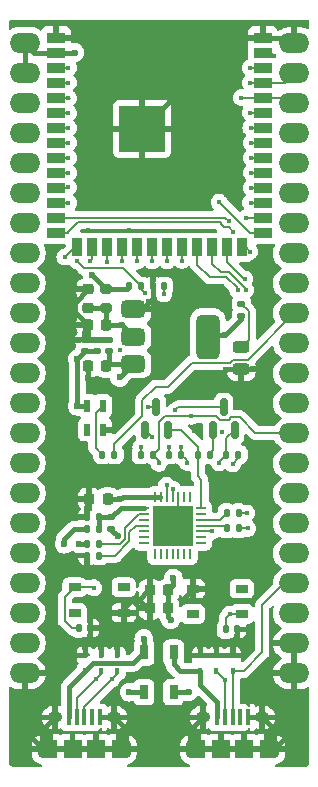
<source format=gbr>
%TF.GenerationSoftware,KiCad,Pcbnew,8.0.4*%
%TF.CreationDate,2024-10-28T14:32:02-07:00*%
%TF.ProjectId,aqp_controller,6171705f-636f-46e7-9472-6f6c6c65722e,rev0*%
%TF.SameCoordinates,Original*%
%TF.FileFunction,Copper,L1,Top*%
%TF.FilePolarity,Positive*%
%FSLAX46Y46*%
G04 Gerber Fmt 4.6, Leading zero omitted, Abs format (unit mm)*
G04 Created by KiCad (PCBNEW 8.0.4) date 2024-10-28 14:32:02*
%MOMM*%
%LPD*%
G01*
G04 APERTURE LIST*
G04 Aperture macros list*
%AMRoundRect*
0 Rectangle with rounded corners*
0 $1 Rounding radius*
0 $2 $3 $4 $5 $6 $7 $8 $9 X,Y pos of 4 corners*
0 Add a 4 corners polygon primitive as box body*
4,1,4,$2,$3,$4,$5,$6,$7,$8,$9,$2,$3,0*
0 Add four circle primitives for the rounded corners*
1,1,$1+$1,$2,$3*
1,1,$1+$1,$4,$5*
1,1,$1+$1,$6,$7*
1,1,$1+$1,$8,$9*
0 Add four rect primitives between the rounded corners*
20,1,$1+$1,$2,$3,$4,$5,0*
20,1,$1+$1,$4,$5,$6,$7,0*
20,1,$1+$1,$6,$7,$8,$9,0*
20,1,$1+$1,$8,$9,$2,$3,0*%
G04 Aperture macros list end*
%TA.AperFunction,ComponentPad*%
%ADD10O,2.600000X1.700000*%
%TD*%
%TA.AperFunction,SMDPad,CuDef*%
%ADD11RoundRect,0.140000X-0.170000X0.140000X-0.170000X-0.140000X0.170000X-0.140000X0.170000X0.140000X0*%
%TD*%
%TA.AperFunction,SMDPad,CuDef*%
%ADD12RoundRect,0.150000X0.150000X-0.587500X0.150000X0.587500X-0.150000X0.587500X-0.150000X-0.587500X0*%
%TD*%
%TA.AperFunction,SMDPad,CuDef*%
%ADD13R,0.400000X0.480000*%
%TD*%
%TA.AperFunction,SMDPad,CuDef*%
%ADD14RoundRect,0.062500X-0.062500X0.337500X-0.062500X-0.337500X0.062500X-0.337500X0.062500X0.337500X0*%
%TD*%
%TA.AperFunction,SMDPad,CuDef*%
%ADD15RoundRect,0.062500X-0.337500X0.062500X-0.337500X-0.062500X0.337500X-0.062500X0.337500X0.062500X0*%
%TD*%
%TA.AperFunction,HeatsinkPad*%
%ADD16R,3.350000X3.350000*%
%TD*%
%TA.AperFunction,SMDPad,CuDef*%
%ADD17RoundRect,0.375000X-0.625000X-0.375000X0.625000X-0.375000X0.625000X0.375000X-0.625000X0.375000X0*%
%TD*%
%TA.AperFunction,SMDPad,CuDef*%
%ADD18RoundRect,0.500000X-0.500000X-1.400000X0.500000X-1.400000X0.500000X1.400000X-0.500000X1.400000X0*%
%TD*%
%TA.AperFunction,SMDPad,CuDef*%
%ADD19RoundRect,0.140000X0.170000X-0.140000X0.170000X0.140000X-0.170000X0.140000X-0.170000X-0.140000X0*%
%TD*%
%TA.AperFunction,SMDPad,CuDef*%
%ADD20RoundRect,0.135000X-0.135000X-0.185000X0.135000X-0.185000X0.135000X0.185000X-0.135000X0.185000X0*%
%TD*%
%TA.AperFunction,SMDPad,CuDef*%
%ADD21RoundRect,0.225000X-0.225000X-0.250000X0.225000X-0.250000X0.225000X0.250000X-0.225000X0.250000X0*%
%TD*%
%TA.AperFunction,SMDPad,CuDef*%
%ADD22RoundRect,0.140000X-0.140000X-0.170000X0.140000X-0.170000X0.140000X0.170000X-0.140000X0.170000X0*%
%TD*%
%TA.AperFunction,SMDPad,CuDef*%
%ADD23R,1.050000X0.650000*%
%TD*%
%TA.AperFunction,SMDPad,CuDef*%
%ADD24RoundRect,0.225000X-0.250000X0.225000X-0.250000X-0.225000X0.250000X-0.225000X0.250000X0.225000X0*%
%TD*%
%TA.AperFunction,SMDPad,CuDef*%
%ADD25R,0.600000X1.000000*%
%TD*%
%TA.AperFunction,SMDPad,CuDef*%
%ADD26R,0.730000X1.210000*%
%TD*%
%TA.AperFunction,SMDPad,CuDef*%
%ADD27R,0.400000X1.350000*%
%TD*%
%TA.AperFunction,ComponentPad*%
%ADD28O,0.890000X1.550000*%
%TD*%
%TA.AperFunction,SMDPad,CuDef*%
%ADD29R,1.200000X1.550000*%
%TD*%
%TA.AperFunction,ComponentPad*%
%ADD30O,1.250000X0.950000*%
%TD*%
%TA.AperFunction,SMDPad,CuDef*%
%ADD31R,1.500000X1.550000*%
%TD*%
%TA.AperFunction,SMDPad,CuDef*%
%ADD32RoundRect,0.135000X0.135000X0.185000X-0.135000X0.185000X-0.135000X-0.185000X0.135000X-0.185000X0*%
%TD*%
%TA.AperFunction,SMDPad,CuDef*%
%ADD33RoundRect,0.200000X-0.275000X0.200000X-0.275000X-0.200000X0.275000X-0.200000X0.275000X0.200000X0*%
%TD*%
%TA.AperFunction,SMDPad,CuDef*%
%ADD34RoundRect,0.243750X0.456250X-0.243750X0.456250X0.243750X-0.456250X0.243750X-0.456250X-0.243750X0*%
%TD*%
%TA.AperFunction,SMDPad,CuDef*%
%ADD35R,1.500000X0.900000*%
%TD*%
%TA.AperFunction,SMDPad,CuDef*%
%ADD36R,0.900000X1.500000*%
%TD*%
%TA.AperFunction,HeatsinkPad*%
%ADD37C,0.600000*%
%TD*%
%TA.AperFunction,SMDPad,CuDef*%
%ADD38R,3.900000X3.900000*%
%TD*%
%TA.AperFunction,SMDPad,CuDef*%
%ADD39RoundRect,0.135000X0.185000X-0.135000X0.185000X0.135000X-0.185000X0.135000X-0.185000X-0.135000X0*%
%TD*%
%TA.AperFunction,ViaPad*%
%ADD40C,0.400000*%
%TD*%
%TA.AperFunction,ViaPad*%
%ADD41C,0.600000*%
%TD*%
%TA.AperFunction,Conductor*%
%ADD42C,0.400000*%
%TD*%
%TA.AperFunction,Conductor*%
%ADD43C,0.200000*%
%TD*%
G04 APERTURE END LIST*
D10*
%TO.P,J1,1,Pin_1*%
%TO.N,ESP_3V3*%
X135089318Y-79497752D03*
%TO.P,J1,2,Pin_2*%
X135089318Y-82037752D03*
%TO.P,J1,3,Pin_3*%
%TO.N,CHIP_PU*%
X135089318Y-84577752D03*
%TO.P,J1,4,Pin_4*%
%TO.N,GPIO4*%
X135089318Y-87117752D03*
%TO.P,J1,5,Pin_5*%
%TO.N,GPIO5*%
X135089318Y-89657752D03*
%TO.P,J1,6,Pin_6*%
%TO.N,GPIO6*%
X135089318Y-92197752D03*
%TO.P,J1,7,Pin_7*%
%TO.N,GPIO7*%
X135089318Y-94737752D03*
%TO.P,J1,8,Pin_8*%
%TO.N,GPIO15*%
X135089318Y-97277752D03*
%TO.P,J1,9,Pin_9*%
%TO.N,GPIO16*%
X135089318Y-99817752D03*
%TO.P,J1,10,Pin_10*%
%TO.N,GPIO17*%
X135089318Y-102357752D03*
%TO.P,J1,11,Pin_11*%
%TO.N,GPIO18*%
X135089318Y-104897752D03*
%TO.P,J1,12,Pin_12*%
%TO.N,GPIO8*%
X135089318Y-107437752D03*
%TO.P,J1,13,Pin_13*%
%TO.N,GPIO3*%
X135089318Y-109977752D03*
%TO.P,J1,14,Pin_14*%
%TO.N,GPIO46*%
X135089318Y-112517752D03*
%TO.P,J1,15,Pin_15*%
%TO.N,GPIO9*%
X135089318Y-115057752D03*
%TO.P,J1,16,Pin_16*%
%TO.N,GPIO10*%
X135089318Y-117597752D03*
%TO.P,J1,17,Pin_17*%
%TO.N,GPIO11*%
X135089318Y-120137752D03*
%TO.P,J1,18,Pin_18*%
%TO.N,GPIO12*%
X135089318Y-122677752D03*
%TO.P,J1,19,Pin_19*%
%TO.N,GPIO13*%
X135089318Y-125217752D03*
%TO.P,J1,20,Pin_20*%
%TO.N,GPIO14*%
X135089318Y-127757752D03*
%TO.P,J1,21,Pin_21*%
%TO.N,VCC_5V*%
X135089318Y-130297752D03*
%TO.P,J1,22,Pin_22*%
%TO.N,GND*%
X135089318Y-132837752D03*
%TD*%
%TO.P,J3,1,Pin_1*%
%TO.N,GND*%
X157930000Y-79510000D03*
%TO.P,J3,2,Pin_2*%
%TO.N,U0TXD*%
X157930000Y-82050000D03*
%TO.P,J3,3,Pin_3*%
%TO.N,U0RXD*%
X157930000Y-84590000D03*
%TO.P,J3,4,Pin_4*%
%TO.N,GPIO1*%
X157930000Y-87130000D03*
%TO.P,J3,5,Pin_5*%
%TO.N,GPIO2*%
X157930000Y-89670000D03*
%TO.P,J3,6,Pin_6*%
%TO.N,GPIO42*%
X157930000Y-92210000D03*
%TO.P,J3,7,Pin_7*%
%TO.N,GPIO41*%
X157930000Y-94750000D03*
%TO.P,J3,8,Pin_8*%
%TO.N,GPIO40*%
X157930000Y-97290000D03*
%TO.P,J3,9,Pin_9*%
%TO.N,GPIO39*%
X157930000Y-99830000D03*
%TO.P,J3,10,Pin_10*%
%TO.N,GPIO38*%
X157930000Y-102370000D03*
%TO.P,J3,11,Pin_11*%
%TO.N,GPIO37*%
X157930000Y-104910000D03*
%TO.P,J3,12,Pin_12*%
%TO.N,GPIO36*%
X157930000Y-107450000D03*
%TO.P,J3,13,Pin_13*%
%TO.N,GPIO35*%
X157930000Y-109990000D03*
%TO.P,J3,14,Pin_14*%
%TO.N,GPIO0*%
X157930000Y-112530000D03*
%TO.P,J3,15,Pin_15*%
%TO.N,GPIO45*%
X157930000Y-115070000D03*
%TO.P,J3,16,Pin_16*%
%TO.N,GPIO48*%
X157930000Y-117610000D03*
%TO.P,J3,17,Pin_17*%
%TO.N,GPIO47*%
X157930000Y-120150000D03*
%TO.P,J3,18,Pin_18*%
%TO.N,GPIO21*%
X157930000Y-122690000D03*
%TO.P,J3,19,Pin_19*%
%TO.N,GPIO20*%
X157930000Y-125230000D03*
%TO.P,J3,20,Pin_20*%
%TO.N,GPIO19*%
X157930000Y-127770000D03*
%TO.P,J3,21,Pin_21*%
%TO.N,GND*%
X157930000Y-130310000D03*
%TO.P,J3,22,Pin_22*%
X157930000Y-132850000D03*
%TD*%
D11*
%TO.P,C8,1*%
%TO.N,GND*%
X142200000Y-104640000D03*
%TO.P,C8,2*%
%TO.N,VCC_5V*%
X142200000Y-105600000D03*
%TD*%
D12*
%TO.P,Q2,1,B*%
%TO.N,Net-(Q2-B)*%
X145300000Y-112225000D03*
%TO.P,Q2,2,E*%
%TO.N,DTR*%
X147200000Y-112225000D03*
%TO.P,Q2,3,C*%
%TO.N,Net-(Q2-C)*%
X146250000Y-110350000D03*
%TD*%
D13*
%TO.P,D4,1*%
%TO.N,USB_DP*%
X142950000Y-132670000D03*
%TO.P,D4,2*%
%TO.N,GND*%
X142950000Y-131350000D03*
%TD*%
D14*
%TO.P,U3,1,~{DCD}*%
%TO.N,unconnected-(U3-~{DCD}-Pad1)*%
X149115353Y-117900000D03*
%TO.P,U3,2,~{RI}/CLK*%
%TO.N,unconnected-(U3-~{RI}{slash}CLK-Pad2)*%
X148615353Y-117900000D03*
%TO.P,U3,3,GND*%
%TO.N,GND*%
X148115353Y-117900000D03*
%TO.P,U3,4,D+*%
%TO.N,USB_DP*%
X147615353Y-117900000D03*
%TO.P,U3,5,D-*%
%TO.N,USB_DN*%
X147115353Y-117900000D03*
%TO.P,U3,6,VDD*%
%TO.N,VCC_3V3*%
X146615353Y-117900000D03*
%TO.P,U3,7,VREGIN*%
X146115353Y-117900000D03*
D15*
%TO.P,U3,8,VBUS*%
%TO.N,Net-(U3-VBUS)*%
X145165353Y-118850000D03*
%TO.P,U3,9,~{RST}*%
%TO.N,Net-(U3-~{RST})*%
X145165353Y-119350000D03*
%TO.P,U3,10,NC*%
%TO.N,unconnected-(U3-NC-Pad10)*%
X145165353Y-119850000D03*
%TO.P,U3,11,~{SUSPEND}*%
%TO.N,Net-(U3-~{SUSPEND})*%
X145165353Y-120350000D03*
%TO.P,U3,12,SUSPEND*%
%TO.N,unconnected-(U3-SUSPEND-Pad12)*%
X145165353Y-120850000D03*
%TO.P,U3,13,CHREN*%
%TO.N,unconnected-(U3-CHREN-Pad13)*%
X145165353Y-121350000D03*
%TO.P,U3,14,CHR1*%
%TO.N,unconnected-(U3-CHR1-Pad14)*%
X145165353Y-121850000D03*
D14*
%TO.P,U3,15,CHR0*%
%TO.N,unconnected-(U3-CHR0-Pad15)*%
X146115353Y-122800000D03*
%TO.P,U3,16,~{WAKEUP}/GPIO.3*%
%TO.N,unconnected-(U3-~{WAKEUP}{slash}GPIO.3-Pad16)*%
X146615353Y-122800000D03*
%TO.P,U3,17,RS485/GPIO.2*%
%TO.N,unconnected-(U3-RS485{slash}GPIO.2-Pad17)*%
X147115353Y-122800000D03*
%TO.P,U3,18,~{RXT}/GPIO.1*%
%TO.N,unconnected-(U3-~{RXT}{slash}GPIO.1-Pad18)*%
X147615353Y-122800000D03*
%TO.P,U3,19,~{TXT}/GPIO.0*%
%TO.N,unconnected-(U3-~{TXT}{slash}GPIO.0-Pad19)*%
X148115353Y-122800000D03*
%TO.P,U3,20,GPIO.6*%
%TO.N,unconnected-(U3-GPIO.6-Pad20)*%
X148615353Y-122800000D03*
%TO.P,U3,21,GPIO.5*%
%TO.N,unconnected-(U3-GPIO.5-Pad21)*%
X149115353Y-122800000D03*
D15*
%TO.P,U3,22,GPIO.4*%
%TO.N,unconnected-(U3-GPIO.4-Pad22)*%
X150065353Y-121850000D03*
%TO.P,U3,23,~{CTS}*%
%TO.N,unconnected-(U3-~{CTS}-Pad23)*%
X150065353Y-121350000D03*
%TO.P,U3,24,~{RTS}*%
%TO.N,RTS*%
X150065353Y-120850000D03*
%TO.P,U3,25,RXD*%
%TO.N,Net-(U3-RXD)*%
X150065353Y-120350000D03*
%TO.P,U3,26,TXD*%
%TO.N,Net-(U3-TXD)*%
X150065353Y-119850000D03*
%TO.P,U3,27,~{DSR}*%
%TO.N,unconnected-(U3-~{DSR}-Pad27)*%
X150065353Y-119350000D03*
%TO.P,U3,28,~{DTR}*%
%TO.N,DTR*%
X150065353Y-118850000D03*
D16*
%TO.P,U3,29,GND*%
%TO.N,GND*%
X147615353Y-120350000D03*
%TD*%
D17*
%TO.P,U2,1,GND*%
%TO.N,GND*%
X144300000Y-102050000D03*
%TO.P,U2,2,VO*%
%TO.N,VCC_3V3*%
X144300000Y-104350000D03*
D18*
X150600000Y-104350000D03*
D17*
%TO.P,U2,3,VI*%
%TO.N,VCC_5V*%
X144300000Y-106650000D03*
%TD*%
D19*
%TO.P,C12,1*%
%TO.N,GND*%
X142440615Y-120615490D03*
%TO.P,C12,2*%
%TO.N,Net-(U3-VBUS)*%
X142440615Y-119655490D03*
%TD*%
D20*
%TO.P,R12,1*%
%TO.N,RTS*%
X152180000Y-114350000D03*
%TO.P,R12,2*%
%TO.N,Net-(Q2-B)*%
X153200000Y-114350000D03*
%TD*%
D21*
%TO.P,C15,1*%
%TO.N,GND*%
X145695000Y-125850000D03*
%TO.P,C15,2*%
%TO.N,VCC_5V*%
X147245000Y-125850000D03*
%TD*%
D22*
%TO.P,C13,1*%
%TO.N,GPIO0*%
X139691932Y-129030993D03*
%TO.P,C13,2*%
%TO.N,GND*%
X140651932Y-129030993D03*
%TD*%
D23*
%TO.P,SW1,1*%
%TO.N,GND*%
X143475000Y-127725000D03*
%TO.P,SW1,2*%
%TO.N,unconnected-(SW1-Pad2)*%
X139325000Y-127725000D03*
%TO.P,SW1,3*%
%TO.N,unconnected-(SW1-Pad3)*%
X143475000Y-125575000D03*
%TO.P,SW1,4*%
%TO.N,GPIO0*%
X139325000Y-125575000D03*
%TD*%
D24*
%TO.P,C1,1*%
%TO.N,GND*%
X140450000Y-100350000D03*
%TO.P,C1,2*%
%TO.N,VCC_3V3*%
X140450000Y-101900000D03*
%TD*%
D20*
%TO.P,R5,1*%
%TO.N,ESP_3V3*%
X143930000Y-100100000D03*
%TO.P,R5,2*%
%TO.N,CHIP_PU*%
X144950000Y-100100000D03*
%TD*%
D25*
%TO.P,D6,1,DOUT*%
%TO.N,unconnected-(D6-DOUT-Pad1)*%
X140400000Y-112223311D03*
%TO.P,D6,2,VSS*%
%TO.N,GND*%
X141700000Y-112223311D03*
%TO.P,D6,3,DIN*%
%TO.N,Net-(D6-DIN)*%
X141700000Y-110223311D03*
%TO.P,D6,4,VDD*%
%TO.N,VCC_3V3*%
X140400000Y-110223311D03*
%TD*%
D22*
%TO.P,C14,1*%
%TO.N,CHIP_PU*%
X152121812Y-129149624D03*
%TO.P,C14,2*%
%TO.N,GND*%
X153081812Y-129149624D03*
%TD*%
D21*
%TO.P,C3,1*%
%TO.N,GND*%
X145695000Y-127350000D03*
%TO.P,C3,2*%
%TO.N,VCC_5V*%
X147245000Y-127350000D03*
%TD*%
D20*
%TO.P,R16,1*%
%TO.N,VCC_3V3*%
X140395786Y-121888701D03*
%TO.P,R16,2*%
%TO.N,Net-(U3-~{RST})*%
X141415786Y-121888701D03*
%TD*%
D26*
%TO.P,D7,A*%
%TO.N,VBUSB*%
X147700000Y-131100000D03*
%TO.P,D7,C*%
%TO.N,VCC_5V*%
X147700000Y-134460000D03*
%TD*%
%TO.P,D1,A*%
%TO.N,VBUS*%
X145200000Y-131100000D03*
%TO.P,D1,C*%
%TO.N,VCC_5V*%
X145200000Y-134460000D03*
%TD*%
D20*
%TO.P,R13,1*%
%TO.N,Net-(Q2-C)*%
X144930000Y-114350000D03*
%TO.P,R13,2*%
%TO.N,GPIO0*%
X145950000Y-114350000D03*
%TD*%
D21*
%TO.P,C11,1*%
%TO.N,GND*%
X140565353Y-118100000D03*
%TO.P,C11,2*%
%TO.N,VCC_3V3*%
X142115353Y-118100000D03*
%TD*%
D13*
%TO.P,D9,1*%
%TO.N,GPIO19*%
X151325000Y-132670000D03*
%TO.P,D9,2*%
%TO.N,GND*%
X151325000Y-131350000D03*
%TD*%
D27*
%TO.P,J2,1,VBUS*%
%TO.N,VBUS*%
X138850000Y-136600000D03*
%TO.P,J2,2,D-*%
%TO.N,USB_DN*%
X139500000Y-136600000D03*
%TO.P,J2,3,D+*%
%TO.N,USB_DP*%
X140150000Y-136600000D03*
%TO.P,J2,4,ID*%
%TO.N,unconnected-(J2-ID-Pad4)*%
X140800000Y-136600000D03*
%TO.P,J2,5,GND*%
%TO.N,GND*%
X141450000Y-136600000D03*
D28*
%TO.P,J2,6,Shield*%
X136650000Y-139300000D03*
D29*
X137250000Y-139300000D03*
D30*
X137650000Y-136600000D03*
D31*
X139150000Y-139300000D03*
X141150000Y-139300000D03*
D30*
X142650000Y-136600000D03*
D29*
X143050000Y-139300000D03*
D28*
X143650000Y-139300000D03*
%TD*%
D13*
%TO.P,D8,1*%
%TO.N,VBUSB*%
X149950000Y-132670000D03*
%TO.P,D8,2*%
%TO.N,GND*%
X149950000Y-131350000D03*
%TD*%
D22*
%TO.P,C6,1*%
%TO.N,GND*%
X145950000Y-100100000D03*
%TO.P,C6,2*%
%TO.N,CHIP_PU*%
X146910000Y-100100000D03*
%TD*%
D12*
%TO.P,Q1,1,B*%
%TO.N,Net-(Q1-B)*%
X151000000Y-112225000D03*
%TO.P,Q1,2,E*%
%TO.N,RTS*%
X152900000Y-112225000D03*
%TO.P,Q1,3,C*%
%TO.N,Net-(Q1-C)*%
X151950000Y-110350000D03*
%TD*%
D20*
%TO.P,R18,1*%
%TO.N,GND*%
X140393754Y-119651116D03*
%TO.P,R18,2*%
%TO.N,Net-(U3-VBUS)*%
X141413754Y-119651116D03*
%TD*%
%TO.P,R7,1*%
%TO.N,Net-(U3-TXD)*%
X152197275Y-119298884D03*
%TO.P,R7,2*%
%TO.N,U0RXD*%
X153217275Y-119298884D03*
%TD*%
D32*
%TO.P,R14,1*%
%TO.N,Net-(U3-~{SUSPEND})*%
X141415786Y-122888701D03*
%TO.P,R14,2*%
%TO.N,GND*%
X140395786Y-122888701D03*
%TD*%
D33*
%TO.P,R24,1*%
%TO.N,ESP_3V3*%
X141946456Y-100284979D03*
%TO.P,R24,2*%
%TO.N,VCC_3V3*%
X141946456Y-101934979D03*
%TD*%
D27*
%TO.P,J4,1,VBUS*%
%TO.N,VBUSB*%
X151400000Y-136600000D03*
%TO.P,J4,2,D-*%
%TO.N,GPIO19*%
X152050000Y-136600000D03*
%TO.P,J4,3,D+*%
%TO.N,GPIO20*%
X152700000Y-136600000D03*
%TO.P,J4,4,ID*%
%TO.N,unconnected-(J4-ID-Pad4)*%
X153350000Y-136600000D03*
%TO.P,J4,5,GND*%
%TO.N,GND*%
X154000000Y-136600000D03*
D28*
%TO.P,J4,6,Shield*%
X149200000Y-139300000D03*
D29*
X149800000Y-139300000D03*
D30*
X150200000Y-136600000D03*
D31*
X151700000Y-139300000D03*
X153700000Y-139300000D03*
D30*
X155200000Y-136600000D03*
D29*
X155600000Y-139300000D03*
D28*
X156200000Y-139300000D03*
%TD*%
D11*
%TO.P,C2,1*%
%TO.N,GND*%
X140200000Y-104640000D03*
%TO.P,C2,2*%
%TO.N,VCC_3V3*%
X140200000Y-105600000D03*
%TD*%
D34*
%TO.P,D5,1,K*%
%TO.N,GND*%
X153450000Y-107100000D03*
%TO.P,D5,2,A*%
%TO.N,Net-(D5-A)*%
X153450000Y-105225000D03*
%TD*%
D20*
%TO.P,R19,1*%
%TO.N,VBUS*%
X140390637Y-120651116D03*
%TO.P,R19,2*%
%TO.N,Net-(U3-VBUS)*%
X141410637Y-120651116D03*
%TD*%
D13*
%TO.P,D3,1*%
%TO.N,USB_DN*%
X141575000Y-132670000D03*
%TO.P,D3,2*%
%TO.N,GND*%
X141575000Y-131350000D03*
%TD*%
%TO.P,D2,1*%
%TO.N,VBUS*%
X140200000Y-132670000D03*
%TO.P,D2,2*%
%TO.N,GND*%
X140200000Y-131350000D03*
%TD*%
D21*
%TO.P,C7,1*%
%TO.N,GND*%
X140435167Y-106846563D03*
%TO.P,C7,2*%
%TO.N,VCC_5V*%
X141985167Y-106846563D03*
%TD*%
%TO.P,C10,1*%
%TO.N,GND*%
X140425000Y-103350000D03*
%TO.P,C10,2*%
%TO.N,VCC_3V3*%
X141975000Y-103350000D03*
%TD*%
D20*
%TO.P,R8,1*%
%TO.N,Net-(Q1-C)*%
X147346666Y-114350000D03*
%TO.P,R8,2*%
%TO.N,CHIP_PU*%
X148366666Y-114350000D03*
%TD*%
%TO.P,R10,1*%
%TO.N,DTR*%
X149763332Y-114350000D03*
%TO.P,R10,2*%
%TO.N,Net-(Q1-B)*%
X150783332Y-114350000D03*
%TD*%
D32*
%TO.P,R17,1*%
%TO.N,GPIO38*%
X142700000Y-114350000D03*
%TO.P,R17,2*%
%TO.N,Net-(D6-DIN)*%
X141680000Y-114350000D03*
%TD*%
D35*
%TO.P,U4,1,GND*%
%TO.N,GND*%
X137766938Y-79040000D03*
%TO.P,U4,2,3V3*%
%TO.N,ESP_3V3*%
X137766938Y-80310000D03*
%TO.P,U4,3,EN*%
%TO.N,CHIP_PU*%
X137766938Y-81580000D03*
%TO.P,U4,4,IO4*%
%TO.N,GPIO4*%
X137766938Y-82850000D03*
%TO.P,U4,5,IO5*%
%TO.N,GPIO5*%
X137766938Y-84120000D03*
%TO.P,U4,6,IO6*%
%TO.N,GPIO6*%
X137766938Y-85390000D03*
%TO.P,U4,7,IO7*%
%TO.N,GPIO7*%
X137766938Y-86660000D03*
%TO.P,U4,8,IO15*%
%TO.N,GPIO15*%
X137766938Y-87930000D03*
%TO.P,U4,9,IO16*%
%TO.N,GPIO16*%
X137766938Y-89200000D03*
%TO.P,U4,10,IO17*%
%TO.N,GPIO17*%
X137766938Y-90470000D03*
%TO.P,U4,11,IO18*%
%TO.N,GPIO18*%
X137766938Y-91740000D03*
%TO.P,U4,12,IO8*%
%TO.N,GPIO8*%
X137766938Y-93010000D03*
%TO.P,U4,13,IO19*%
%TO.N,GPIO19*%
X137766938Y-94280000D03*
%TO.P,U4,14,IO20*%
%TO.N,GPIO20*%
X137766938Y-95550000D03*
D36*
%TO.P,U4,15,IO3*%
%TO.N,GPIO3*%
X139531938Y-96800000D03*
%TO.P,U4,16,IO46*%
%TO.N,GPIO46*%
X140801938Y-96800000D03*
%TO.P,U4,17,IO9*%
%TO.N,GPIO9*%
X142071938Y-96800000D03*
%TO.P,U4,18,IO10*%
%TO.N,GPIO10*%
X143341938Y-96800000D03*
%TO.P,U4,19,IO11*%
%TO.N,GPIO11*%
X144611938Y-96800000D03*
%TO.P,U4,20,IO12*%
%TO.N,GPIO12*%
X145881938Y-96800000D03*
%TO.P,U4,21,IO13*%
%TO.N,GPIO13*%
X147151938Y-96800000D03*
%TO.P,U4,22,IO14*%
%TO.N,GPIO14*%
X148421938Y-96800000D03*
%TO.P,U4,23,IO21*%
%TO.N,GPIO21*%
X149691938Y-96800000D03*
%TO.P,U4,24,IO47*%
%TO.N,GPIO47*%
X150961938Y-96800000D03*
%TO.P,U4,25,IO48*%
%TO.N,GPIO48*%
X152231938Y-96800000D03*
%TO.P,U4,26,IO45*%
%TO.N,GPIO45*%
X153501938Y-96800000D03*
D35*
%TO.P,U4,27,IO0*%
%TO.N,GPIO0*%
X155266938Y-95550000D03*
%TO.P,U4,28,IO35*%
%TO.N,GPIO35*%
X155266938Y-94280000D03*
%TO.P,U4,29,IO36*%
%TO.N,GPIO36*%
X155266938Y-93010000D03*
%TO.P,U4,30,IO37*%
%TO.N,GPIO37*%
X155266938Y-91740000D03*
%TO.P,U4,31,IO38*%
%TO.N,GPIO38*%
X155266938Y-90470000D03*
%TO.P,U4,32,IO39*%
%TO.N,GPIO39*%
X155266938Y-89200000D03*
%TO.P,U4,33,IO40*%
%TO.N,GPIO40*%
X155266938Y-87930000D03*
%TO.P,U4,34,IO41*%
%TO.N,GPIO41*%
X155266938Y-86660000D03*
%TO.P,U4,35,IO42*%
%TO.N,GPIO42*%
X155266938Y-85390000D03*
%TO.P,U4,36,RXD0*%
%TO.N,U0RXD*%
X155266938Y-84120000D03*
%TO.P,U4,37,TXD0*%
%TO.N,U0TXD*%
X155266938Y-82850000D03*
%TO.P,U4,38,IO2*%
%TO.N,GPIO2*%
X155266938Y-81580000D03*
%TO.P,U4,39,IO1*%
%TO.N,GPIO1*%
X155266938Y-80310000D03*
%TO.P,U4,40,GND*%
%TO.N,GND*%
X155266938Y-79040000D03*
D37*
%TO.P,U4,41,GND*%
X143616938Y-86060000D03*
X143616938Y-87460000D03*
X144316938Y-85360000D03*
X144316938Y-86760000D03*
X144316938Y-88160000D03*
X145016938Y-86060000D03*
D38*
X145016938Y-86760000D03*
D37*
X145016938Y-87460000D03*
X145716938Y-85360000D03*
X145716938Y-86760000D03*
X145716938Y-88160000D03*
X146416938Y-86060000D03*
X146416938Y-87460000D03*
%TD*%
D39*
%TO.P,R11,1*%
%TO.N,VCC_3V3*%
X153450000Y-102600000D03*
%TO.P,R11,2*%
%TO.N,Net-(D5-A)*%
X153450000Y-101580000D03*
%TD*%
D23*
%TO.P,SW2,1*%
%TO.N,GND*%
X149325000Y-125700000D03*
%TO.P,SW2,2*%
%TO.N,unconnected-(SW2-Pad2)*%
X153475000Y-125700000D03*
%TO.P,SW2,3*%
%TO.N,unconnected-(SW2-Pad3)*%
X149325000Y-127850000D03*
%TO.P,SW2,4*%
%TO.N,CHIP_PU*%
X153475000Y-127850000D03*
%TD*%
D20*
%TO.P,R9,1*%
%TO.N,Net-(U3-RXD)*%
X152197275Y-120600000D03*
%TO.P,R9,2*%
%TO.N,U0TXD*%
X153217275Y-120600000D03*
%TD*%
D11*
%TO.P,C9,1*%
%TO.N,GND*%
X141200000Y-104640000D03*
%TO.P,C9,2*%
%TO.N,VCC_3V3*%
X141200000Y-105600000D03*
%TD*%
D13*
%TO.P,D10,1*%
%TO.N,GPIO20*%
X152700000Y-132670000D03*
%TO.P,D10,2*%
%TO.N,GND*%
X152700000Y-131350000D03*
%TD*%
D40*
%TO.N,GND*%
X150822365Y-116469986D03*
X147980205Y-116090602D03*
X140470563Y-95339972D03*
X143148336Y-105487492D03*
X151834773Y-112424098D03*
X149402750Y-112370563D03*
X153566758Y-98283887D03*
X148777251Y-95411691D03*
X143959092Y-95365804D03*
D41*
%TO.N,VCC_3V3*%
X139691387Y-121888701D03*
X139551430Y-106248570D03*
X139551430Y-110241495D03*
X152099994Y-104230092D03*
X143200000Y-118100000D03*
X143300000Y-103359636D03*
%TO.N,GND*%
X141568551Y-130595448D03*
X144745024Y-126651657D03*
X140664454Y-129875356D03*
X142933142Y-130609232D03*
X140339178Y-123584204D03*
X152700000Y-130525676D03*
X142702844Y-112223310D03*
X140200000Y-130600000D03*
X148435543Y-126620378D03*
X140432543Y-107867456D03*
X151317216Y-130521082D03*
X140393754Y-118942355D03*
X152118017Y-107156872D03*
X147615354Y-120350000D03*
X142971747Y-121265640D03*
X139322549Y-102229383D03*
X145592495Y-101416824D03*
X149952625Y-130541758D03*
D40*
%TO.N,U0RXD*%
X153909320Y-119291942D03*
X153419431Y-84120000D03*
%TO.N,U0TXD*%
X154204266Y-82850000D03*
X154003791Y-120592733D03*
D41*
%TO.N,VBUS*%
X138457344Y-121922592D03*
X145182943Y-129936970D03*
D40*
%TO.N,USB_DP*%
X142484738Y-133352826D03*
X147615353Y-117238265D03*
%TO.N,USB_DN*%
X147105443Y-116922046D03*
X141133175Y-133345656D03*
%TO.N,RTS*%
X151569194Y-115045497D03*
X150990679Y-120850000D03*
%TO.N,GPIO11*%
X144627330Y-97961927D03*
%TO.N,GPIO14*%
X148403475Y-97925592D03*
%TO.N,GPIO17*%
X138802371Y-90480094D03*
%TO.N,GPIO3*%
X138491578Y-97632930D03*
D41*
%TO.N,ESP_3V3*%
X139336607Y-80304643D03*
X140803160Y-99165402D03*
D40*
%TO.N,GPIO4*%
X138802371Y-82845260D03*
%TO.N,GPIO12*%
X145887440Y-97971561D03*
%TO.N,GPIO5*%
X138802371Y-84143601D03*
%TO.N,GPIO16*%
X138802371Y-89201737D03*
D41*
%TO.N,VCC_5V*%
X148973300Y-134418648D03*
X143951892Y-134455270D03*
X147451214Y-128314326D03*
X147673776Y-124797630D03*
X143139808Y-107812559D03*
D40*
%TO.N,GPIO15*%
X138802371Y-87927014D03*
%TO.N,GPIO9*%
X142056532Y-98034597D03*
%TO.N,GPIO13*%
X147146708Y-97964349D03*
%TO.N,GPIO8*%
X138802371Y-93044075D03*
%TO.N,GPIO7*%
X138802371Y-86662558D03*
%TO.N,GPIO6*%
X138802371Y-85397157D03*
%TO.N,GPIO46*%
X140612245Y-97944741D03*
%TO.N,GPIO18*%
X138802371Y-91723538D03*
%TO.N,CHIP_PU*%
X145273864Y-100684945D03*
X146894786Y-100761081D03*
X138802371Y-81576776D03*
X148854028Y-115020254D03*
X139547393Y-97958293D03*
X148366666Y-113660289D03*
X152450000Y-127850000D03*
%TO.N,GPIO10*%
X143347872Y-97976461D03*
%TO.N,GPIO45*%
X154170932Y-97156291D03*
%TO.N,GPIO0*%
X151563603Y-92963603D03*
X149200000Y-111100000D03*
X140939178Y-125615649D03*
X146450711Y-115097155D03*
%TO.N,GPIO39*%
X154271246Y-89204738D03*
%TO.N,GPIO35*%
X153849762Y-94281518D03*
%TO.N,GPIO42*%
X154200000Y-85390000D03*
%TO.N,GPIO20*%
X152749052Y-95475350D03*
%TO.N,GPIO36*%
X154218009Y-93010000D03*
%TO.N,GPIO47*%
X153811373Y-100386257D03*
%TO.N,GPIO21*%
X153136374Y-100418365D03*
%TO.N,GPIO41*%
X154229067Y-86657291D03*
%TO.N,GPIO1*%
X156227489Y-80595676D03*
%TO.N,GPIO38*%
X154287203Y-90470000D03*
%TO.N,GPIO37*%
X154279936Y-91740000D03*
%TO.N,GPIO40*%
X154272669Y-87931437D03*
%TO.N,GPIO48*%
X153744730Y-99461073D03*
%TO.N,GPIO2*%
X154181988Y-81580000D03*
%TO.N,GPIO19*%
X152386896Y-94600174D03*
X152040126Y-133412480D03*
%TO.N,Net-(Q1-C)*%
X147866666Y-110600000D03*
X147342495Y-113709004D03*
%TO.N,Net-(Q2-B)*%
X145916825Y-112816826D03*
X152709478Y-115125828D03*
%TO.N,Net-(Q2-C)*%
X145543970Y-110351656D03*
X144931121Y-113672669D03*
%TD*%
D42*
%TO.N,VCC_3V3*%
X140200000Y-105600000D02*
X141200000Y-105600000D01*
X152099994Y-104230092D02*
X150719908Y-104230092D01*
X140400000Y-110223311D02*
X139569614Y-110223311D01*
X139691387Y-121888701D02*
X140395786Y-121888701D01*
X144290364Y-104350000D02*
X143300000Y-103359636D01*
X143300000Y-103350000D02*
X141975000Y-103350000D01*
X145200000Y-117900000D02*
X143400000Y-117900000D01*
X144300000Y-104350000D02*
X144290364Y-104350000D01*
X140200000Y-105600000D02*
X139551430Y-106248570D01*
X142115353Y-118100000D02*
X143200000Y-118100000D01*
X143400000Y-117900000D02*
X143200000Y-118100000D01*
X144300000Y-104350000D02*
X143300000Y-103350000D01*
X153450000Y-102880086D02*
X153450000Y-102600000D01*
X141946456Y-101934979D02*
X140484979Y-101934979D01*
X140484979Y-101934979D02*
X140450000Y-101900000D01*
X139551430Y-110241495D02*
X139551430Y-106248570D01*
X141975000Y-101963523D02*
X141946456Y-101934979D01*
X146115353Y-117900000D02*
X145200000Y-117900000D01*
X139569614Y-110223311D02*
X139551430Y-110241495D01*
X146115353Y-117900000D02*
X146590353Y-117900000D01*
X152099994Y-104230092D02*
X153450000Y-102880086D01*
X141975000Y-103350000D02*
X141975000Y-101963523D01*
X150719908Y-104230092D02*
X150600000Y-104350000D01*
%TO.N,GND*%
X157930000Y-130310000D02*
X157930000Y-132850000D01*
X142950000Y-130626090D02*
X142933142Y-130609232D01*
X145695000Y-125850000D02*
X145546681Y-125850000D01*
X152174889Y-107100000D02*
X152118017Y-107156872D01*
X139322549Y-102229383D02*
X139322549Y-102247549D01*
X141575000Y-131350000D02*
X141575000Y-130601897D01*
X136650000Y-139300000D02*
X136650000Y-137600000D01*
X143650000Y-139300000D02*
X143650000Y-137600000D01*
X140425000Y-103350000D02*
X140425000Y-104415000D01*
X140393754Y-118942355D02*
X140393754Y-119651116D01*
X155266938Y-79040000D02*
X152736938Y-79040000D01*
X145695000Y-127350000D02*
X145443367Y-127350000D01*
X147615353Y-120350000D02*
X147615354Y-120350000D01*
X139322549Y-102247549D02*
X140425000Y-103350000D01*
X151317216Y-130521082D02*
X151317216Y-131342216D01*
X140393754Y-118271599D02*
X140565353Y-118100000D01*
X140200000Y-104640000D02*
X141200000Y-104640000D01*
X140432543Y-106849187D02*
X140435167Y-106846563D01*
X140432543Y-107867456D02*
X140432543Y-106849187D01*
X140339178Y-123584204D02*
X140339178Y-122945309D01*
X155266938Y-79040000D02*
X137766938Y-79040000D01*
X143475000Y-127725000D02*
X143475000Y-127325000D01*
X153081812Y-129149624D02*
X153081812Y-129718188D01*
X156200000Y-139300000D02*
X156200000Y-137600000D01*
X145592495Y-101416824D02*
X145950000Y-101059319D01*
X144148343Y-126651657D02*
X144745024Y-126651657D01*
X143650000Y-139300000D02*
X149200000Y-139300000D01*
X143650000Y-139300000D02*
X141150000Y-139300000D01*
X152736938Y-79040000D02*
X145016938Y-86760000D01*
X140425000Y-104415000D02*
X140200000Y-104640000D01*
X136650000Y-137600000D02*
X137650000Y-136600000D01*
X141450000Y-136600000D02*
X142650000Y-136600000D01*
X143650000Y-137600000D02*
X142650000Y-136600000D01*
X140339178Y-122945309D02*
X140395786Y-122888701D01*
X151700000Y-139300000D02*
X149800000Y-139300000D01*
X151317216Y-131342216D02*
X151325000Y-131350000D01*
X139322549Y-101477451D02*
X140450000Y-100350000D01*
X145592495Y-101416824D02*
X144959319Y-102050000D01*
X157460000Y-79040000D02*
X155266938Y-79040000D01*
X157930000Y-137570000D02*
X156200000Y-139300000D01*
X149200000Y-137600000D02*
X150200000Y-136600000D01*
X153450000Y-107100000D02*
X152174889Y-107100000D01*
X156200000Y-137600000D02*
X155200000Y-136600000D01*
X149950000Y-130544383D02*
X149952625Y-130541758D01*
X157930000Y-79510000D02*
X157460000Y-79040000D01*
X139322549Y-102229383D02*
X139322549Y-101477451D01*
X154000000Y-136600000D02*
X155200000Y-136600000D01*
X145443367Y-127350000D02*
X144745024Y-126651657D01*
X149325000Y-125730921D02*
X148435543Y-126620378D01*
X139150000Y-139300000D02*
X137250000Y-139300000D01*
X140393754Y-118942355D02*
X140393754Y-118271599D01*
X140200000Y-131350000D02*
X140200000Y-130600000D01*
X141200000Y-104640000D02*
X142200000Y-104640000D01*
X149325000Y-125700000D02*
X149325000Y-125730921D01*
X144959319Y-102050000D02*
X144300000Y-102050000D01*
X142950000Y-131350000D02*
X142950000Y-130626090D01*
X153700000Y-139300000D02*
X155600000Y-139300000D01*
X141575000Y-130601897D02*
X141568551Y-130595448D01*
X157930000Y-132850000D02*
X157930000Y-137570000D01*
X135089318Y-137739318D02*
X136650000Y-139300000D01*
X142702843Y-112223311D02*
X142702844Y-112223310D01*
X145950000Y-101059319D02*
X145950000Y-100100000D01*
X135089318Y-132837752D02*
X135089318Y-137739318D01*
X141700000Y-112223311D02*
X142702843Y-112223311D01*
X142440615Y-120615490D02*
X142440615Y-120734508D01*
X153700000Y-139300000D02*
X151700000Y-139300000D01*
X152700000Y-130100000D02*
X152700000Y-130525676D01*
X141150000Y-139300000D02*
X139150000Y-139300000D01*
X145546681Y-125850000D02*
X144745024Y-126651657D01*
X140664454Y-129875356D02*
X140664454Y-129043515D01*
D43*
X148115353Y-117900000D02*
X148115353Y-119850000D01*
D42*
X153081812Y-129718188D02*
X152700000Y-130100000D01*
D43*
X148115353Y-119850000D02*
X147615353Y-120350000D01*
D42*
X143475000Y-127325000D02*
X144148343Y-126651657D01*
X149950000Y-131350000D02*
X149950000Y-130544383D01*
X149200000Y-139300000D02*
X149200000Y-137600000D01*
X152700000Y-130525676D02*
X152700000Y-131350000D01*
X140664454Y-129043515D02*
X140651932Y-129030993D01*
X142440615Y-120734508D02*
X142971747Y-121265640D01*
D43*
%TO.N,U0RXD*%
X153217275Y-119298884D02*
X153902378Y-119298884D01*
X155266938Y-84120000D02*
X157460000Y-84120000D01*
X153419431Y-84120000D02*
X155266938Y-84120000D01*
X157460000Y-84120000D02*
X157930000Y-84590000D01*
X153902378Y-119298884D02*
X153909320Y-119291942D01*
%TO.N,U0TXD*%
X153224542Y-120592733D02*
X153217275Y-120600000D01*
X154003791Y-120592733D02*
X153224542Y-120592733D01*
X154204266Y-82850000D02*
X155266938Y-82850000D01*
X157130000Y-82850000D02*
X155266938Y-82850000D01*
X157930000Y-82050000D02*
X157130000Y-82850000D01*
D42*
%TO.N,VBUS*%
X145182943Y-129936970D02*
X145182943Y-131082943D01*
X145182943Y-131082943D02*
X145200000Y-131100000D01*
X138457344Y-121458082D02*
X139264310Y-120651116D01*
X140840000Y-132030000D02*
X140200000Y-132670000D01*
X144270000Y-132030000D02*
X140840000Y-132030000D01*
X138850000Y-134020000D02*
X138850000Y-136600000D01*
X139264310Y-120651116D02*
X140390637Y-120651116D01*
X145200000Y-131100000D02*
X144270000Y-132030000D01*
X138457344Y-121922592D02*
X138457344Y-121458082D01*
X140200000Y-132670000D02*
X138850000Y-134020000D01*
D43*
%TO.N,USB_DP*%
X142484738Y-133352826D02*
X142950000Y-132887564D01*
X147615353Y-117238265D02*
X147615353Y-117900000D01*
X140150000Y-135687565D02*
X140150000Y-136600000D01*
X142950000Y-132887564D02*
X142950000Y-132670000D01*
X142484738Y-133352826D02*
X142484738Y-133352827D01*
X142484738Y-133352827D02*
X140150000Y-135687565D01*
%TO.N,USB_DN*%
X141575000Y-132903831D02*
X141133175Y-133345656D01*
X147105443Y-116922046D02*
X147105443Y-117890090D01*
X141575000Y-132670000D02*
X141575000Y-132903831D01*
X139500000Y-134978830D02*
X141133175Y-133345656D01*
X139500000Y-136600000D02*
X139500000Y-134978830D01*
X147105443Y-117890090D02*
X147115353Y-117900000D01*
%TO.N,RTS*%
X152180000Y-112945000D02*
X152900000Y-112225000D01*
X151569194Y-114960806D02*
X152180000Y-114350000D01*
X151569194Y-115045497D02*
X151569194Y-114960806D01*
X150065353Y-120850000D02*
X150990679Y-120850000D01*
X152180000Y-114350000D02*
X152180000Y-112945000D01*
%TO.N,DTR*%
X149763332Y-116184023D02*
X149763332Y-114350000D01*
X150065353Y-118850000D02*
X150065353Y-116486044D01*
X149763332Y-113663332D02*
X149763332Y-114350000D01*
X148325000Y-112225000D02*
X149763332Y-113663332D01*
X150065353Y-116486044D02*
X149763332Y-116184023D01*
X147200000Y-112225000D02*
X148325000Y-112225000D01*
%TO.N,GPIO11*%
X144611938Y-96800000D02*
X144611938Y-97946535D01*
X144611938Y-97946535D02*
X144627330Y-97961927D01*
%TO.N,GPIO14*%
X148421938Y-96800000D02*
X148421938Y-97907129D01*
X148421938Y-97907129D02*
X148403475Y-97925592D01*
%TO.N,GPIO17*%
X137766938Y-90470000D02*
X138792277Y-90470000D01*
X138792277Y-90470000D02*
X138802371Y-90480094D01*
%TO.N,GPIO3*%
X139324508Y-96800000D02*
X138491578Y-97632930D01*
X139531938Y-96800000D02*
X139324508Y-96800000D01*
D42*
%TO.N,ESP_3V3*%
X139331250Y-80310000D02*
X139336607Y-80304643D01*
X140826879Y-99165402D02*
X141946456Y-100284979D01*
X137766938Y-80310000D02*
X139331250Y-80310000D01*
X135901566Y-80310000D02*
X135089318Y-79497752D01*
X137766938Y-80310000D02*
X135901566Y-80310000D01*
X135089318Y-79497752D02*
X135089318Y-82037752D01*
X143745021Y-100284979D02*
X143930000Y-100100000D01*
X141946456Y-100284979D02*
X143745021Y-100284979D01*
X140803160Y-99165402D02*
X140826879Y-99165402D01*
D43*
%TO.N,GPIO4*%
X138797631Y-82850000D02*
X138802371Y-82845260D01*
X138764595Y-82845260D02*
X138759855Y-82850000D01*
X137766938Y-82850000D02*
X138797631Y-82850000D01*
%TO.N,GPIO12*%
X145881938Y-97966059D02*
X145887440Y-97971561D01*
X145881938Y-96800000D02*
X145881938Y-97966059D01*
%TO.N,GPIO5*%
X138875452Y-84120000D02*
X138899053Y-84143601D01*
X138778770Y-84120000D02*
X138802371Y-84143601D01*
X137766938Y-84120000D02*
X138778770Y-84120000D01*
%TO.N,GPIO16*%
X137766938Y-89200000D02*
X138800634Y-89200000D01*
X138800634Y-89200000D02*
X138802371Y-89201737D01*
D42*
%TO.N,VCC_5V*%
X142200000Y-106631730D02*
X141985167Y-106846563D01*
X144300000Y-106652367D02*
X143139808Y-107812559D01*
X147245000Y-127350000D02*
X147245000Y-128108112D01*
X147245000Y-127350000D02*
X147245000Y-125850000D01*
X142181730Y-106650000D02*
X141985167Y-106846563D01*
X148931948Y-134460000D02*
X148973300Y-134418648D01*
X147700000Y-134460000D02*
X148931948Y-134460000D01*
X147673776Y-124797630D02*
X147673776Y-125421224D01*
X147245000Y-128108112D02*
X147451214Y-128314326D01*
X143956622Y-134460000D02*
X143951892Y-134455270D01*
X145200000Y-134460000D02*
X143956622Y-134460000D01*
X144300000Y-106650000D02*
X142181730Y-106650000D01*
X142200000Y-105600000D02*
X142200000Y-106631730D01*
X144300000Y-106650000D02*
X144300000Y-106652367D01*
X147673776Y-125421224D02*
X147245000Y-125850000D01*
D43*
%TO.N,GPIO15*%
X138799385Y-87930000D02*
X138802371Y-87927014D01*
X137766938Y-87930000D02*
X138799385Y-87930000D01*
%TO.N,GPIO9*%
X142071938Y-98019191D02*
X142056532Y-98034597D01*
X142071938Y-96800000D02*
X142071938Y-98019191D01*
%TO.N,GPIO13*%
X147151938Y-96800000D02*
X147151938Y-97959119D01*
X147151938Y-97959119D02*
X147146708Y-97964349D01*
%TO.N,GPIO8*%
X137766938Y-93010000D02*
X138768296Y-93010000D01*
X138768296Y-93010000D02*
X138802371Y-93044075D01*
%TO.N,GPIO7*%
X138799813Y-86660000D02*
X138802371Y-86662558D01*
X137766938Y-86660000D02*
X138799813Y-86660000D01*
X137769496Y-86662558D02*
X137766938Y-86660000D01*
%TO.N,GPIO6*%
X138859194Y-85390000D02*
X138866351Y-85397157D01*
X138795214Y-85390000D02*
X138802371Y-85397157D01*
X137766938Y-85390000D02*
X138795214Y-85390000D01*
%TO.N,GPIO46*%
X140612245Y-97944741D02*
X140801938Y-97755048D01*
X140801938Y-97755048D02*
X140801938Y-96800000D01*
%TO.N,GPIO18*%
X138785909Y-91740000D02*
X138802371Y-91723538D01*
X137766938Y-91740000D02*
X138785909Y-91740000D01*
%TO.N,CHIP_PU*%
X153475000Y-127850000D02*
X152450000Y-127850000D01*
X146910000Y-100745867D02*
X146910000Y-100100000D01*
X148854028Y-114837362D02*
X148366666Y-114350000D01*
X144950000Y-100100000D02*
X143384597Y-98534597D01*
X148854028Y-115020254D02*
X148854028Y-114837362D01*
X148366666Y-114350000D02*
X148366666Y-113660289D01*
X137766938Y-81580000D02*
X138799147Y-81580000D01*
X143384597Y-98534597D02*
X140123697Y-98534597D01*
X144950000Y-100100000D02*
X144950000Y-100361081D01*
X152121812Y-129149624D02*
X152121812Y-128178188D01*
X146894786Y-100761081D02*
X146910000Y-100745867D01*
X138799147Y-81580000D02*
X138802371Y-81576776D01*
X152121812Y-128178188D02*
X152450000Y-127850000D01*
X140123697Y-98534597D02*
X139547393Y-97958293D01*
X144950000Y-100361081D02*
X145273864Y-100684945D01*
%TO.N,GPIO10*%
X143347872Y-97976461D02*
X143347872Y-96805934D01*
X143347872Y-96805934D02*
X143341938Y-96800000D01*
%TO.N,GPIO45*%
X153501938Y-96800000D02*
X153814641Y-96800000D01*
X153814641Y-96800000D02*
X154170932Y-97156291D01*
%TO.N,GPIO0*%
X152359448Y-111387500D02*
X151609448Y-111387500D01*
X139691932Y-129030993D02*
X139130993Y-129030993D01*
X154615884Y-112486017D02*
X153317367Y-111187500D01*
X146450711Y-114850711D02*
X145950000Y-114350000D01*
X154150000Y-95550000D02*
X155266938Y-95550000D01*
X146429621Y-111617327D02*
X146429621Y-113870379D01*
X152559448Y-111187500D02*
X152359448Y-111387500D01*
X138500000Y-126400000D02*
X139325000Y-125575000D01*
X151609448Y-111387500D02*
X151321948Y-111100000D01*
X138500000Y-128400000D02*
X138500000Y-126400000D01*
X146450711Y-115097155D02*
X146450711Y-114850711D01*
X151563603Y-92963603D02*
X154150000Y-95550000D01*
X146946948Y-111100000D02*
X146429621Y-111617327D01*
X157886017Y-112486017D02*
X154615884Y-112486017D01*
X139325000Y-125575000D02*
X140898529Y-125575000D01*
X151321948Y-111100000D02*
X149200000Y-111100000D01*
X153317367Y-111187500D02*
X152559448Y-111187500D01*
X149200000Y-111100000D02*
X146946948Y-111100000D01*
X146429621Y-113870379D02*
X145950000Y-114350000D01*
X157930000Y-112530000D02*
X157886017Y-112486017D01*
X139130993Y-129030993D02*
X138500000Y-128400000D01*
X140898529Y-125575000D02*
X140939178Y-125615649D01*
%TO.N,GPIO39*%
X155262200Y-89204738D02*
X155266938Y-89200000D01*
X154271246Y-89204738D02*
X155262200Y-89204738D01*
%TO.N,GPIO35*%
X155266938Y-94280000D02*
X153851280Y-94280000D01*
X153851280Y-94280000D02*
X153849762Y-94281518D01*
%TO.N,GPIO42*%
X154200000Y-85390000D02*
X155266938Y-85390000D01*
%TO.N,GPIO20*%
X139620000Y-94680000D02*
X138722549Y-95577451D01*
X152700000Y-136600000D02*
X152700000Y-132670000D01*
X138750000Y-95550000D02*
X137766938Y-95550000D01*
X155200000Y-127100000D02*
X157070000Y-125230000D01*
X153630000Y-132670000D02*
X155200000Y-131100000D01*
X152749052Y-95475350D02*
X152373702Y-95100000D01*
X151700000Y-94807107D02*
X151700000Y-94708757D01*
X151671243Y-94680000D02*
X139620000Y-94680000D01*
X157070000Y-125230000D02*
X157930000Y-125230000D01*
X152373702Y-95100000D02*
X151992893Y-95100000D01*
X151992893Y-95100000D02*
X151700000Y-94807107D01*
X152700000Y-132670000D02*
X153630000Y-132670000D01*
X151700000Y-94708757D02*
X151671243Y-94680000D01*
X155200000Y-131100000D02*
X155200000Y-127100000D01*
%TO.N,GPIO36*%
X154218009Y-93010000D02*
X155266938Y-93010000D01*
%TO.N,GPIO47*%
X152427249Y-98914691D02*
X151687677Y-98914691D01*
X153811373Y-100298815D02*
X152427249Y-98914691D01*
X153811373Y-100386257D02*
X153811373Y-100298815D01*
X151687677Y-98914691D02*
X150961938Y-98188952D01*
X150961938Y-98188952D02*
X150961938Y-96800000D01*
%TO.N,GPIO21*%
X152174121Y-99314691D02*
X150753790Y-99314691D01*
X153136374Y-100418365D02*
X153136374Y-100276944D01*
X149691938Y-98252839D02*
X149691938Y-96800000D01*
X150753790Y-99314691D02*
X149691938Y-98252839D01*
X153136374Y-100276944D02*
X152174121Y-99314691D01*
%TO.N,GPIO41*%
X154231776Y-86660000D02*
X155266938Y-86660000D01*
X154229067Y-86657291D02*
X154231776Y-86660000D01*
%TO.N,GPIO1*%
X155941813Y-80310000D02*
X155266938Y-80310000D01*
X156227489Y-80595676D02*
X155941813Y-80310000D01*
%TO.N,GPIO38*%
X149243128Y-106556872D02*
X152517396Y-106556872D01*
X152761768Y-106312500D02*
X153987500Y-106312500D01*
X142700000Y-113446948D02*
X145043970Y-111102978D01*
X146200000Y-108600000D02*
X147200000Y-108600000D01*
X152517396Y-106556872D02*
X152761768Y-106312500D01*
X154287203Y-90470000D02*
X155266938Y-90470000D01*
X142700000Y-114350000D02*
X142700000Y-113446948D01*
X153987500Y-106312500D02*
X157930000Y-102370000D01*
X145043970Y-111102978D02*
X145043970Y-109756030D01*
X147200000Y-108600000D02*
X149243128Y-106556872D01*
X145043970Y-109756030D02*
X146200000Y-108600000D01*
%TO.N,GPIO37*%
X154279936Y-91740000D02*
X155266938Y-91740000D01*
%TO.N,GPIO40*%
X154274106Y-87930000D02*
X155266938Y-87930000D01*
X154272669Y-87931437D02*
X154274106Y-87930000D01*
%TO.N,GPIO48*%
X153744730Y-99461073D02*
X153652902Y-99461073D01*
X152231938Y-98040109D02*
X152231938Y-96800000D01*
X153652902Y-99461073D02*
X152231938Y-98040109D01*
%TO.N,GPIO2*%
X154181988Y-81580000D02*
X155266938Y-81580000D01*
%TO.N,GPIO19*%
X152050000Y-136600000D02*
X152050000Y-133422354D01*
X152050000Y-133422354D02*
X152040126Y-133412480D01*
X152066722Y-94280000D02*
X137766938Y-94280000D01*
X152050000Y-133402606D02*
X152050000Y-133395000D01*
X152050000Y-133395000D02*
X151325000Y-132670000D01*
X152040126Y-133412480D02*
X152050000Y-133402606D01*
X152386896Y-94600174D02*
X152066722Y-94280000D01*
D42*
%TO.N,VBUSB*%
X149950000Y-133850000D02*
X149950000Y-132670000D01*
X147700000Y-131100000D02*
X147700000Y-132100000D01*
X148270000Y-132670000D02*
X149950000Y-132670000D01*
X151400000Y-135300000D02*
X149950000Y-133850000D01*
X147700000Y-132100000D02*
X148270000Y-132670000D01*
X151400000Y-136600000D02*
X151400000Y-135300000D01*
D43*
%TO.N,Net-(D6-DIN)*%
X141100000Y-110823311D02*
X141100000Y-113770000D01*
X141700000Y-110223311D02*
X141100000Y-110823311D01*
X141100000Y-113770000D02*
X141680000Y-114350000D01*
%TO.N,Net-(Q1-B)*%
X150783332Y-114350000D02*
X150783332Y-114170861D01*
X150783332Y-114170861D02*
X151000000Y-113954193D01*
X151000000Y-113954193D02*
X151000000Y-112225000D01*
%TO.N,Net-(Q1-C)*%
X147346666Y-113713175D02*
X147342495Y-113709004D01*
X147866666Y-110600000D02*
X148116666Y-110350000D01*
X147346666Y-114350000D02*
X147346666Y-113713175D01*
X148116666Y-110350000D02*
X151950000Y-110350000D01*
%TO.N,Net-(Q2-B)*%
X145324999Y-112225000D02*
X145300000Y-112225000D01*
X145916825Y-112816826D02*
X145324999Y-112225000D01*
X152709478Y-115125828D02*
X153200000Y-114635306D01*
X153200000Y-114635306D02*
X153200000Y-114350000D01*
%TO.N,Net-(Q2-C)*%
X146248344Y-110351656D02*
X146250000Y-110350000D01*
X144930000Y-113673790D02*
X144931121Y-113672669D01*
X145543970Y-110351656D02*
X146248344Y-110351656D01*
X144930000Y-114350000D02*
X144930000Y-113673790D01*
%TO.N,Net-(D5-A)*%
X154070000Y-104605000D02*
X153450000Y-105225000D01*
X154070000Y-102200000D02*
X154070000Y-104605000D01*
X153450000Y-101580000D02*
X154070000Y-102200000D01*
D42*
%TO.N,Net-(U3-VBUS)*%
X142440615Y-119655490D02*
X141418128Y-119655490D01*
X142440615Y-119655490D02*
X143271105Y-118825000D01*
X141413754Y-120647999D02*
X141410637Y-120651116D01*
X141413754Y-119651116D02*
X141413754Y-120647999D01*
X141418128Y-119655490D02*
X141413754Y-119651116D01*
X143271105Y-118825000D02*
X145165353Y-118825000D01*
D43*
%TO.N,Net-(U3-TXD)*%
X150065353Y-119850000D02*
X151646159Y-119850000D01*
X151646159Y-119850000D02*
X152197275Y-119298884D01*
%TO.N,Net-(U3-RXD)*%
X150065353Y-120350000D02*
X151947275Y-120350000D01*
X151947275Y-120350000D02*
X152197275Y-120600000D01*
%TO.N,Net-(U3-~{SUSPEND})*%
X141415786Y-122888701D02*
X142762901Y-122888701D01*
X142762901Y-122888701D02*
X143971747Y-121679855D01*
X143971747Y-121679855D02*
X143971747Y-120930334D01*
X144552081Y-120350000D02*
X145165353Y-120350000D01*
X143971747Y-120930334D02*
X144552081Y-120350000D01*
%TO.N,Net-(U3-~{RST})*%
X145165353Y-119350000D02*
X144750967Y-119350000D01*
X143197215Y-121888701D02*
X141415786Y-121888701D01*
X144750967Y-119350000D02*
X143571747Y-120529220D01*
X143571747Y-120529220D02*
X143571747Y-121514169D01*
X143571747Y-121514169D02*
X143197215Y-121888701D01*
%TD*%
%TA.AperFunction,Conductor*%
%TO.N,GND*%
G36*
X142344225Y-136366866D02*
G01*
X142266866Y-136444225D01*
X142225000Y-136545299D01*
X142225000Y-136654701D01*
X142266866Y-136755775D01*
X142344225Y-136833134D01*
X142384943Y-136850000D01*
X141624499Y-136850000D01*
X141557460Y-136830315D01*
X141511705Y-136777511D01*
X141500499Y-136726002D01*
X141500499Y-136473998D01*
X141520184Y-136406961D01*
X141572988Y-136361206D01*
X141624499Y-136350000D01*
X142384943Y-136350000D01*
X142344225Y-136366866D01*
G37*
%TD.AperFunction*%
%TA.AperFunction,Conductor*%
G36*
X136894594Y-96488548D02*
G01*
X136909455Y-96494091D01*
X136969065Y-96500500D01*
X138457438Y-96500499D01*
X138524477Y-96520184D01*
X138570232Y-96572987D01*
X138581438Y-96624499D01*
X138581438Y-96642472D01*
X138561753Y-96709511D01*
X138545119Y-96730153D01*
X138346456Y-96928815D01*
X138288451Y-96961531D01*
X138241350Y-96973140D01*
X138090728Y-97052193D01*
X137963394Y-97165002D01*
X137866760Y-97304998D01*
X137806438Y-97464055D01*
X137806437Y-97464060D01*
X137785933Y-97632930D01*
X137806437Y-97801799D01*
X137806438Y-97801804D01*
X137866760Y-97960861D01*
X137904254Y-98015179D01*
X137963395Y-98100859D01*
X138069083Y-98194490D01*
X138090728Y-98213666D01*
X138225049Y-98284163D01*
X138241353Y-98292720D01*
X138406522Y-98333430D01*
X138576634Y-98333430D01*
X138741803Y-98292720D01*
X138780521Y-98272398D01*
X138849028Y-98258672D01*
X138914082Y-98284163D01*
X138940197Y-98311753D01*
X139019210Y-98426222D01*
X139146541Y-98539027D01*
X139297168Y-98618083D01*
X139344264Y-98629690D01*
X139402271Y-98662406D01*
X139638836Y-98898971D01*
X139638846Y-98898982D01*
X139643176Y-98903312D01*
X139643177Y-98903313D01*
X139754981Y-99015117D01*
X139841792Y-99065236D01*
X139841794Y-99065238D01*
X139879848Y-99087208D01*
X139891912Y-99094174D01*
X139910948Y-99099274D01*
X139970608Y-99135639D01*
X140001137Y-99198486D01*
X140002074Y-99205165D01*
X140014888Y-99318888D01*
X140002834Y-99387710D01*
X139955485Y-99439089D01*
X139930673Y-99450478D01*
X139891516Y-99463453D01*
X139891507Y-99463457D01*
X139747271Y-99552424D01*
X139747267Y-99552427D01*
X139627427Y-99672267D01*
X139627424Y-99672271D01*
X139538457Y-99816507D01*
X139538452Y-99816518D01*
X139485144Y-99977393D01*
X139475000Y-100076677D01*
X139475000Y-100100000D01*
X140576000Y-100100000D01*
X140643039Y-100119685D01*
X140688794Y-100172489D01*
X140700000Y-100224000D01*
X140700000Y-100476000D01*
X140680315Y-100543039D01*
X140627511Y-100588794D01*
X140576000Y-100600000D01*
X139475001Y-100600000D01*
X139475001Y-100623322D01*
X139485144Y-100722607D01*
X139538452Y-100883481D01*
X139538457Y-100883492D01*
X139627424Y-101027728D01*
X139627427Y-101027732D01*
X139636660Y-101036965D01*
X139670145Y-101098288D01*
X139665161Y-101167980D01*
X139636663Y-101212324D01*
X139627033Y-101221953D01*
X139627029Y-101221959D01*
X139538001Y-101366294D01*
X139537996Y-101366305D01*
X139484651Y-101527290D01*
X139474500Y-101626647D01*
X139474500Y-102173337D01*
X139474501Y-102173355D01*
X139484650Y-102272707D01*
X139484651Y-102272710D01*
X139537996Y-102433694D01*
X139538001Y-102433705D01*
X139608425Y-102547879D01*
X139626866Y-102615271D01*
X139608426Y-102678073D01*
X139538454Y-102791513D01*
X139538452Y-102791518D01*
X139485144Y-102952393D01*
X139475000Y-103051677D01*
X139475000Y-103100000D01*
X140551000Y-103100000D01*
X140618039Y-103119685D01*
X140663794Y-103172489D01*
X140675000Y-103224000D01*
X140675000Y-104244000D01*
X140655315Y-104311039D01*
X140602511Y-104356794D01*
X140551000Y-104368000D01*
X140450000Y-104368000D01*
X140450000Y-104390000D01*
X142326000Y-104390000D01*
X142393039Y-104409685D01*
X142438794Y-104462489D01*
X142450000Y-104514000D01*
X142450000Y-104695500D01*
X142430315Y-104762539D01*
X142377511Y-104808294D01*
X142326000Y-104819500D01*
X141965302Y-104819500D01*
X141929008Y-104822356D01*
X141929002Y-104822357D01*
X141773608Y-104867504D01*
X141773600Y-104867507D01*
X141764767Y-104872732D01*
X141701646Y-104890000D01*
X141698354Y-104890000D01*
X141635233Y-104872732D01*
X141626399Y-104867507D01*
X141626391Y-104867504D01*
X141470997Y-104822357D01*
X141470991Y-104822356D01*
X141434697Y-104819500D01*
X141434690Y-104819500D01*
X140965310Y-104819500D01*
X140965302Y-104819500D01*
X140929008Y-104822356D01*
X140929002Y-104822357D01*
X140773610Y-104867503D01*
X140773605Y-104867506D01*
X140764766Y-104872732D01*
X140701648Y-104890000D01*
X140698352Y-104890000D01*
X140635233Y-104872732D01*
X140626395Y-104867506D01*
X140626393Y-104867505D01*
X140626389Y-104867503D01*
X140470997Y-104822357D01*
X140470991Y-104822356D01*
X140434697Y-104819500D01*
X140434690Y-104819500D01*
X139965310Y-104819500D01*
X139965302Y-104819500D01*
X139929008Y-104822356D01*
X139929002Y-104822357D01*
X139773610Y-104867503D01*
X139773605Y-104867506D01*
X139764766Y-104872732D01*
X139701648Y-104890000D01*
X139395496Y-104890000D01*
X139437968Y-105036194D01*
X139449911Y-105056389D01*
X139467092Y-105124113D01*
X139449911Y-105182628D01*
X139437506Y-105203604D01*
X139437504Y-105203609D01*
X139392357Y-105359002D01*
X139392356Y-105359007D01*
X139390993Y-105376335D01*
X139366108Y-105441623D01*
X139355056Y-105454285D01*
X139352140Y-105457201D01*
X139305415Y-105486561D01*
X139201906Y-105522781D01*
X139201905Y-105522782D01*
X139049167Y-105618754D01*
X138921614Y-105746307D01*
X138825641Y-105899046D01*
X138766061Y-106069315D01*
X138766060Y-106069320D01*
X138745865Y-106248566D01*
X138745865Y-106248573D01*
X138766060Y-106427819D01*
X138766061Y-106427824D01*
X138825642Y-106598095D01*
X138831922Y-106608089D01*
X138850930Y-106674063D01*
X138850930Y-109816002D01*
X138831924Y-109881973D01*
X138825639Y-109891974D01*
X138766063Y-110062232D01*
X138766060Y-110062245D01*
X138745865Y-110241491D01*
X138745865Y-110241498D01*
X138766060Y-110420744D01*
X138766061Y-110420749D01*
X138825641Y-110591018D01*
X138885051Y-110685568D01*
X138921614Y-110743757D01*
X139049168Y-110871311D01*
X139139510Y-110928077D01*
X139199294Y-110965642D01*
X139201908Y-110967284D01*
X139352859Y-111020104D01*
X139372175Y-111026863D01*
X139372180Y-111026864D01*
X139551426Y-111047060D01*
X139551430Y-111047060D01*
X139551431Y-111047060D01*
X139559720Y-111046125D01*
X139633680Y-111037792D01*
X139702499Y-111049846D01*
X139734395Y-111076367D01*
X139736180Y-111074583D01*
X139742454Y-111080857D01*
X139800145Y-111124045D01*
X139842015Y-111179979D01*
X139846999Y-111249671D01*
X139813513Y-111310994D01*
X139800145Y-111322577D01*
X139742452Y-111365766D01*
X139656206Y-111480975D01*
X139656202Y-111480982D01*
X139605908Y-111615828D01*
X139599501Y-111675427D01*
X139599500Y-111675446D01*
X139599500Y-112771181D01*
X139599501Y-112771187D01*
X139605908Y-112830794D01*
X139656202Y-112965639D01*
X139656206Y-112965646D01*
X139742452Y-113080855D01*
X139742455Y-113080858D01*
X139857664Y-113167104D01*
X139857671Y-113167108D01*
X139902618Y-113183872D01*
X139992517Y-113217402D01*
X140052127Y-113223811D01*
X140375500Y-113223810D01*
X140442539Y-113243494D01*
X140488294Y-113296298D01*
X140499500Y-113347810D01*
X140499500Y-113683330D01*
X140499499Y-113683348D01*
X140499499Y-113849054D01*
X140499498Y-113849054D01*
X140540423Y-114001785D01*
X140560715Y-114036930D01*
X140560716Y-114036934D01*
X140560717Y-114036934D01*
X140597600Y-114100819D01*
X140619479Y-114138714D01*
X140619481Y-114138717D01*
X140738349Y-114257585D01*
X140738355Y-114257590D01*
X140873181Y-114392416D01*
X140906666Y-114453739D01*
X140909500Y-114480096D01*
X140909500Y-114599168D01*
X140909501Y-114599192D01*
X140912335Y-114635205D01*
X140957129Y-114789388D01*
X140957131Y-114789393D01*
X141038863Y-114927595D01*
X141038869Y-114927603D01*
X141152396Y-115041130D01*
X141152400Y-115041133D01*
X141152402Y-115041135D01*
X141290607Y-115122869D01*
X141329677Y-115134220D01*
X141444791Y-115167664D01*
X141444794Y-115167664D01*
X141444796Y-115167665D01*
X141480819Y-115170500D01*
X141879180Y-115170499D01*
X141915204Y-115167665D01*
X142069393Y-115122869D01*
X142126882Y-115088869D01*
X142194602Y-115071688D01*
X142253117Y-115088869D01*
X142310607Y-115122869D01*
X142310610Y-115122869D01*
X142310612Y-115122871D01*
X142464791Y-115167664D01*
X142464794Y-115167664D01*
X142464796Y-115167665D01*
X142500819Y-115170500D01*
X142899180Y-115170499D01*
X142935204Y-115167665D01*
X143089393Y-115122869D01*
X143227598Y-115041135D01*
X143341135Y-114927598D01*
X143422869Y-114789393D01*
X143467665Y-114635204D01*
X143470500Y-114599181D01*
X143470499Y-114100820D01*
X143467665Y-114064796D01*
X143422869Y-113910607D01*
X143358950Y-113802525D01*
X143346485Y-113781448D01*
X143329302Y-113713724D01*
X143351462Y-113647461D01*
X143365530Y-113630652D01*
X144287819Y-112708364D01*
X144349142Y-112674879D01*
X144418834Y-112679863D01*
X144474767Y-112721735D01*
X144499184Y-112787199D01*
X144499500Y-112796045D01*
X144499500Y-112878201D01*
X144502401Y-112915067D01*
X144527076Y-112999999D01*
X144526876Y-113069868D01*
X144490227Y-113127408D01*
X144402937Y-113204740D01*
X144306303Y-113344737D01*
X144245981Y-113503794D01*
X144245980Y-113503799D01*
X144225476Y-113672668D01*
X144225476Y-113672669D01*
X144238805Y-113782444D01*
X144241244Y-113802525D01*
X144229784Y-113871448D01*
X144224881Y-113880591D01*
X144207133Y-113910601D01*
X144207129Y-113910611D01*
X144162335Y-114064791D01*
X144162334Y-114064797D01*
X144159500Y-114100811D01*
X144159500Y-114599169D01*
X144159501Y-114599191D01*
X144162335Y-114635205D01*
X144207129Y-114789388D01*
X144207131Y-114789393D01*
X144288863Y-114927595D01*
X144288869Y-114927603D01*
X144402396Y-115041130D01*
X144402400Y-115041133D01*
X144402402Y-115041135D01*
X144540607Y-115122869D01*
X144579677Y-115134220D01*
X144694791Y-115167664D01*
X144694794Y-115167664D01*
X144694796Y-115167665D01*
X144730819Y-115170500D01*
X145129180Y-115170499D01*
X145165204Y-115167665D01*
X145319393Y-115122869D01*
X145376882Y-115088869D01*
X145444602Y-115071688D01*
X145503117Y-115088869D01*
X145560607Y-115122869D01*
X145560610Y-115122869D01*
X145560612Y-115122871D01*
X145676416Y-115156515D01*
X145735301Y-115194121D01*
X145764508Y-115257593D01*
X145764917Y-115260642D01*
X145765570Y-115266025D01*
X145765571Y-115266030D01*
X145825893Y-115425085D01*
X145825893Y-115425086D01*
X145872636Y-115492803D01*
X145922528Y-115565084D01*
X146028216Y-115658715D01*
X146049861Y-115677891D01*
X146181290Y-115746870D01*
X146200486Y-115756945D01*
X146365655Y-115797655D01*
X146535767Y-115797655D01*
X146700936Y-115756945D01*
X146802800Y-115703482D01*
X146851560Y-115677891D01*
X146851561Y-115677889D01*
X146851563Y-115677889D01*
X146978894Y-115565084D01*
X147075529Y-115425085D01*
X147135851Y-115266027D01*
X147135851Y-115266020D01*
X147136146Y-115264829D01*
X147136602Y-115264044D01*
X147138511Y-115259013D01*
X147139347Y-115259330D01*
X147171300Y-115204447D01*
X147233518Y-115172656D01*
X147256536Y-115170499D01*
X147545846Y-115170499D01*
X147581870Y-115167665D01*
X147736059Y-115122869D01*
X147793548Y-115088869D01*
X147861268Y-115071688D01*
X147919783Y-115088869D01*
X147977273Y-115122869D01*
X148104967Y-115159967D01*
X148163851Y-115197572D01*
X148186312Y-115235071D01*
X148198869Y-115268181D01*
X148229210Y-115348185D01*
X148255480Y-115386243D01*
X148325845Y-115488183D01*
X148412649Y-115565084D01*
X148453178Y-115600990D01*
X148599697Y-115677889D01*
X148603803Y-115680044D01*
X148768972Y-115720754D01*
X148939082Y-115720754D01*
X148939084Y-115720754D01*
X149009159Y-115703482D01*
X149078958Y-115706551D01*
X149136021Y-115746870D01*
X149162226Y-115811639D01*
X149162832Y-115823879D01*
X149162832Y-116097353D01*
X149162831Y-116097371D01*
X149162831Y-116263077D01*
X149162830Y-116263077D01*
X149162831Y-116263080D01*
X149203755Y-116415808D01*
X149203756Y-116415809D01*
X149219281Y-116442701D01*
X149219282Y-116442702D01*
X149282807Y-116552732D01*
X149282813Y-116552740D01*
X149401681Y-116671608D01*
X149401687Y-116671613D01*
X149428534Y-116698460D01*
X149462019Y-116759783D01*
X149464853Y-116786141D01*
X149464853Y-116891031D01*
X149445168Y-116958070D01*
X149392364Y-117003825D01*
X149324668Y-117013970D01*
X149214754Y-116999500D01*
X149015949Y-116999500D01*
X148905884Y-117013989D01*
X148898031Y-117016094D01*
X148897155Y-117012824D01*
X148843206Y-117018567D01*
X148832830Y-117015518D01*
X148832676Y-117016095D01*
X148824823Y-117013990D01*
X148714754Y-116999500D01*
X148515950Y-116999500D01*
X148405879Y-117013990D01*
X148399416Y-117015722D01*
X148329566Y-117014054D01*
X148271707Y-116974888D01*
X148251389Y-116939915D01*
X148240171Y-116910336D01*
X148240170Y-116910333D01*
X148154445Y-116786141D01*
X148143536Y-116770336D01*
X148048669Y-116686291D01*
X148016202Y-116657528D01*
X147865579Y-116578475D01*
X147735170Y-116546332D01*
X147674789Y-116511175D01*
X147662795Y-116496376D01*
X147633626Y-116454117D01*
X147506295Y-116341312D01*
X147506292Y-116341309D01*
X147355669Y-116262256D01*
X147190499Y-116221546D01*
X147020387Y-116221546D01*
X146855216Y-116262256D01*
X146704593Y-116341309D01*
X146577259Y-116454118D01*
X146480625Y-116594114D01*
X146420303Y-116753171D01*
X146420302Y-116753177D01*
X146402727Y-116897918D01*
X146375105Y-116962096D01*
X146317170Y-117001152D01*
X146263446Y-117005910D01*
X146214755Y-116999500D01*
X146015949Y-116999500D01*
X145905889Y-117013988D01*
X145905880Y-117013991D01*
X145768927Y-117070719D01*
X145768924Y-117070720D01*
X145768924Y-117070721D01*
X145741730Y-117091588D01*
X145651313Y-117160967D01*
X145649094Y-117163187D01*
X145646762Y-117164460D01*
X145644870Y-117165912D01*
X145644643Y-117165616D01*
X145587768Y-117196668D01*
X145561418Y-117199500D01*
X143331004Y-117199500D01*
X143195677Y-117226418D01*
X143195671Y-117226420D01*
X143068192Y-117279223D01*
X143068185Y-117279227D01*
X143046440Y-117293757D01*
X143022179Y-117309966D01*
X142994248Y-117323903D01*
X142953724Y-117338083D01*
X142883945Y-117341645D01*
X142825088Y-117308723D01*
X142793397Y-117277032D01*
X142793393Y-117277029D01*
X142649058Y-117188001D01*
X142649052Y-117187998D01*
X142649050Y-117187997D01*
X142649047Y-117187996D01*
X142488062Y-117134651D01*
X142388699Y-117124500D01*
X141842015Y-117124500D01*
X141841997Y-117124501D01*
X141742645Y-117134650D01*
X141742642Y-117134651D01*
X141581658Y-117187996D01*
X141581647Y-117188001D01*
X141437312Y-117277029D01*
X141437306Y-117277033D01*
X141427677Y-117286663D01*
X141366353Y-117320146D01*
X141296661Y-117315159D01*
X141252318Y-117286660D01*
X141243085Y-117277427D01*
X141243081Y-117277424D01*
X141098845Y-117188457D01*
X141098834Y-117188452D01*
X140937959Y-117135144D01*
X140838675Y-117125000D01*
X140815353Y-117125000D01*
X140815353Y-118979421D01*
X140795668Y-119046460D01*
X140779034Y-119067102D01*
X140767102Y-119079034D01*
X140765313Y-119077245D01*
X140718711Y-119110905D01*
X140677368Y-119118000D01*
X140643754Y-119118000D01*
X140643754Y-119390707D01*
X140643372Y-119400432D01*
X140643254Y-119401919D01*
X140643254Y-119706616D01*
X140623569Y-119773655D01*
X140570765Y-119819410D01*
X140519254Y-119830616D01*
X140191467Y-119830616D01*
X140191445Y-119830617D01*
X140155431Y-119833451D01*
X140001245Y-119878246D01*
X140001240Y-119878248D01*
X139991776Y-119883846D01*
X139928652Y-119901116D01*
X139623823Y-119901116D01*
X139614882Y-119910788D01*
X139554921Y-119946654D01*
X139523827Y-119950616D01*
X139195314Y-119950616D01*
X139099664Y-119969641D01*
X139099665Y-119969642D01*
X139059987Y-119977534D01*
X139059978Y-119977537D01*
X138932500Y-120030340D01*
X138817764Y-120107003D01*
X137913231Y-121011536D01*
X137836566Y-121126274D01*
X137783765Y-121253749D01*
X137783762Y-121253760D01*
X137757469Y-121385949D01*
X137757466Y-121385966D01*
X137756844Y-121389089D01*
X137756844Y-121497099D01*
X137737838Y-121563070D01*
X137731553Y-121573071D01*
X137671977Y-121743329D01*
X137671974Y-121743342D01*
X137651779Y-121922588D01*
X137651779Y-121922595D01*
X137671974Y-122101841D01*
X137671975Y-122101846D01*
X137731555Y-122272115D01*
X137795423Y-122373760D01*
X137827528Y-122424854D01*
X137955082Y-122552408D01*
X137985411Y-122571465D01*
X138093813Y-122639579D01*
X138107822Y-122648381D01*
X138181237Y-122674070D01*
X138278089Y-122707960D01*
X138278094Y-122707961D01*
X138457340Y-122728157D01*
X138457344Y-122728157D01*
X138457348Y-122728157D01*
X138636593Y-122707961D01*
X138636596Y-122707960D01*
X138636599Y-122707960D01*
X138806866Y-122648381D01*
X138959606Y-122552408D01*
X139003630Y-122508384D01*
X139064953Y-122474899D01*
X139134645Y-122479883D01*
X139178992Y-122508384D01*
X139189125Y-122518517D01*
X139341865Y-122614490D01*
X139476106Y-122661463D01*
X139512132Y-122674069D01*
X139512137Y-122674070D01*
X139691383Y-122694266D01*
X139691387Y-122694266D01*
X139691391Y-122694266D01*
X139870633Y-122674070D01*
X139870632Y-122674070D01*
X139870642Y-122674069D01*
X139915939Y-122658218D01*
X139985713Y-122654656D01*
X140006148Y-122661463D01*
X140006381Y-122661563D01*
X140006393Y-122661570D01*
X140095197Y-122687369D01*
X140160577Y-122706365D01*
X140160580Y-122706365D01*
X140160582Y-122706366D01*
X140196605Y-122709201D01*
X140521286Y-122709200D01*
X140588325Y-122728884D01*
X140634080Y-122781688D01*
X140645286Y-122833200D01*
X140645286Y-123137871D01*
X140645287Y-123137883D01*
X140645404Y-123139364D01*
X140645786Y-123149094D01*
X140645786Y-123701545D01*
X140784980Y-123661106D01*
X140784982Y-123661105D01*
X140842172Y-123627283D01*
X140909895Y-123610099D01*
X140968415Y-123627282D01*
X141026393Y-123661570D01*
X141052728Y-123669221D01*
X141180577Y-123706365D01*
X141180580Y-123706365D01*
X141180582Y-123706366D01*
X141216605Y-123709201D01*
X141614966Y-123709200D01*
X141650990Y-123706366D01*
X141805179Y-123661570D01*
X141943384Y-123579836D01*
X141997701Y-123525518D01*
X142059022Y-123492035D01*
X142085381Y-123489201D01*
X142676232Y-123489201D01*
X142676248Y-123489202D01*
X142683844Y-123489202D01*
X142841955Y-123489202D01*
X142841958Y-123489202D01*
X142994686Y-123448278D01*
X143044805Y-123419340D01*
X143131617Y-123369221D01*
X143243421Y-123257417D01*
X143243421Y-123257415D01*
X143253629Y-123247208D01*
X143253631Y-123247205D01*
X144222345Y-122278490D01*
X144283666Y-122245007D01*
X144353358Y-122249991D01*
X144408398Y-122290685D01*
X144425297Y-122312707D01*
X144426317Y-122314036D01*
X144543924Y-122404279D01*
X144680881Y-122461009D01*
X144790952Y-122475500D01*
X145365853Y-122475499D01*
X145432892Y-122495183D01*
X145478647Y-122547987D01*
X145489853Y-122599499D01*
X145489853Y-123174403D01*
X145504341Y-123284463D01*
X145504344Y-123284472D01*
X145560208Y-123419340D01*
X145561074Y-123421429D01*
X145651317Y-123539036D01*
X145768924Y-123629279D01*
X145905881Y-123686009D01*
X146015952Y-123700500D01*
X146214753Y-123700499D01*
X146214754Y-123700499D01*
X146231440Y-123698302D01*
X146324825Y-123686009D01*
X146324828Y-123686007D01*
X146332679Y-123683905D01*
X146333563Y-123687207D01*
X146387278Y-123681392D01*
X146397867Y-123684501D01*
X146398027Y-123683905D01*
X146405877Y-123686008D01*
X146405879Y-123686008D01*
X146405881Y-123686009D01*
X146515952Y-123700500D01*
X146714753Y-123700499D01*
X146714754Y-123700499D01*
X146731440Y-123698302D01*
X146824825Y-123686009D01*
X146824828Y-123686007D01*
X146832679Y-123683905D01*
X146833563Y-123687207D01*
X146887278Y-123681392D01*
X146897867Y-123684501D01*
X146898027Y-123683905D01*
X146905877Y-123686008D01*
X146905879Y-123686008D01*
X146905881Y-123686009D01*
X147015952Y-123700500D01*
X147214753Y-123700499D01*
X147214754Y-123700499D01*
X147231440Y-123698302D01*
X147324825Y-123686009D01*
X147324828Y-123686007D01*
X147332679Y-123683905D01*
X147333563Y-123687207D01*
X147387278Y-123681392D01*
X147397867Y-123684501D01*
X147398027Y-123683905D01*
X147405877Y-123686008D01*
X147405879Y-123686008D01*
X147405881Y-123686009D01*
X147515952Y-123700500D01*
X147714753Y-123700499D01*
X147714754Y-123700499D01*
X147731440Y-123698302D01*
X147824825Y-123686009D01*
X147824828Y-123686007D01*
X147832679Y-123683905D01*
X147833563Y-123687207D01*
X147887278Y-123681392D01*
X147897867Y-123684501D01*
X147898027Y-123683905D01*
X147905877Y-123686008D01*
X147905879Y-123686008D01*
X147905881Y-123686009D01*
X148015952Y-123700500D01*
X148214753Y-123700499D01*
X148214754Y-123700499D01*
X148231440Y-123698302D01*
X148324825Y-123686009D01*
X148324828Y-123686007D01*
X148332679Y-123683905D01*
X148333563Y-123687207D01*
X148387278Y-123681392D01*
X148397867Y-123684501D01*
X148398027Y-123683905D01*
X148405877Y-123686008D01*
X148405879Y-123686008D01*
X148405881Y-123686009D01*
X148515952Y-123700500D01*
X148714753Y-123700499D01*
X148714754Y-123700499D01*
X148731440Y-123698302D01*
X148824825Y-123686009D01*
X148824828Y-123686007D01*
X148832679Y-123683905D01*
X148833563Y-123687207D01*
X148887278Y-123681392D01*
X148897867Y-123684501D01*
X148898027Y-123683905D01*
X148905877Y-123686008D01*
X148905879Y-123686008D01*
X148905881Y-123686009D01*
X149015952Y-123700500D01*
X149214753Y-123700499D01*
X149214756Y-123700499D01*
X149324816Y-123686011D01*
X149324820Y-123686009D01*
X149324825Y-123686009D01*
X149461782Y-123629279D01*
X149579389Y-123539036D01*
X149669632Y-123421429D01*
X149726362Y-123284472D01*
X149740853Y-123174401D01*
X149740852Y-122599498D01*
X149760536Y-122532460D01*
X149813340Y-122486705D01*
X149864852Y-122475499D01*
X150439756Y-122475499D01*
X150549816Y-122461011D01*
X150549820Y-122461009D01*
X150549825Y-122461009D01*
X150686782Y-122404279D01*
X150804389Y-122314036D01*
X150894632Y-122196429D01*
X150951362Y-122059472D01*
X150965853Y-121949401D01*
X150965852Y-121750600D01*
X150957965Y-121690684D01*
X150968731Y-121621648D01*
X151015112Y-121569393D01*
X151068608Y-121554030D01*
X151068290Y-121551404D01*
X151075733Y-121550500D01*
X151075735Y-121550500D01*
X151240904Y-121509790D01*
X151391531Y-121430734D01*
X151518862Y-121317929D01*
X151518861Y-121317929D01*
X151524477Y-121312955D01*
X151525429Y-121314030D01*
X151577598Y-121281294D01*
X151647464Y-121282048D01*
X151674366Y-121293908D01*
X151807882Y-121372869D01*
X151807889Y-121372871D01*
X151962066Y-121417664D01*
X151962069Y-121417664D01*
X151962071Y-121417665D01*
X151998094Y-121420500D01*
X152396455Y-121420499D01*
X152432479Y-121417665D01*
X152586668Y-121372869D01*
X152644157Y-121338869D01*
X152711877Y-121321688D01*
X152770392Y-121338869D01*
X152827882Y-121372869D01*
X152827885Y-121372869D01*
X152827887Y-121372871D01*
X152982066Y-121417664D01*
X152982069Y-121417664D01*
X152982071Y-121417665D01*
X153018094Y-121420500D01*
X153416455Y-121420499D01*
X153452479Y-121417665D01*
X153606668Y-121372869D01*
X153740182Y-121293909D01*
X153749907Y-121288158D01*
X153817631Y-121270975D01*
X153842702Y-121274492D01*
X153918735Y-121293233D01*
X154088847Y-121293233D01*
X154254016Y-121252523D01*
X154333483Y-121210814D01*
X154404640Y-121173469D01*
X154404641Y-121173467D01*
X154404643Y-121173467D01*
X154531974Y-121060662D01*
X154628609Y-120920663D01*
X154688931Y-120761605D01*
X154709436Y-120592733D01*
X154688931Y-120423861D01*
X154628609Y-120264803D01*
X154618805Y-120250600D01*
X154542828Y-120140529D01*
X154531974Y-120124804D01*
X154404643Y-120011999D01*
X154404641Y-120011998D01*
X154404638Y-120011995D01*
X154398469Y-120007737D01*
X154399357Y-120006450D01*
X154355411Y-119963923D01*
X154339441Y-119895903D01*
X154362781Y-119830047D01*
X154381028Y-119809903D01*
X154437502Y-119759872D01*
X154443904Y-119750598D01*
X154534138Y-119619872D01*
X154594460Y-119460814D01*
X154614965Y-119291942D01*
X154594460Y-119123070D01*
X154589846Y-119110905D01*
X154534137Y-118964010D01*
X154463418Y-118861557D01*
X154437503Y-118824013D01*
X154310172Y-118711208D01*
X154310169Y-118711205D01*
X154159546Y-118632152D01*
X153994376Y-118591442D01*
X153824264Y-118591442D01*
X153821327Y-118592166D01*
X153797951Y-118597927D01*
X153728149Y-118594856D01*
X153705159Y-118584261D01*
X153606672Y-118526017D01*
X153606663Y-118526013D01*
X153452483Y-118481219D01*
X153452477Y-118481218D01*
X153416456Y-118478384D01*
X153018105Y-118478384D01*
X153018083Y-118478385D01*
X152982069Y-118481219D01*
X152827886Y-118526013D01*
X152827879Y-118526016D01*
X152770394Y-118560012D01*
X152702670Y-118577193D01*
X152644156Y-118560012D01*
X152586670Y-118526016D01*
X152586663Y-118526013D01*
X152432483Y-118481219D01*
X152432477Y-118481218D01*
X152396456Y-118478384D01*
X151998105Y-118478384D01*
X151998083Y-118478385D01*
X151962069Y-118481219D01*
X151807886Y-118526013D01*
X151807881Y-118526015D01*
X151669679Y-118607747D01*
X151669671Y-118607753D01*
X151556144Y-118721280D01*
X151556138Y-118721288D01*
X151474406Y-118859490D01*
X151474404Y-118859495D01*
X151429610Y-119013675D01*
X151429609Y-119013681D01*
X151426775Y-119049695D01*
X151426775Y-119125500D01*
X151407090Y-119192539D01*
X151354286Y-119238294D01*
X151302775Y-119249500D01*
X151074454Y-119249500D01*
X151007415Y-119229815D01*
X150961660Y-119177011D01*
X150951515Y-119141685D01*
X150951363Y-119140530D01*
X150949259Y-119132679D01*
X150952561Y-119131794D01*
X150946745Y-119078075D01*
X150949854Y-119067485D01*
X150949258Y-119067326D01*
X150951361Y-119059475D01*
X150951361Y-119059474D01*
X150951362Y-119059472D01*
X150965853Y-118949401D01*
X150965852Y-118750600D01*
X150965852Y-118750596D01*
X150951364Y-118640536D01*
X150951362Y-118640531D01*
X150951362Y-118640528D01*
X150894632Y-118503571D01*
X150804389Y-118385964D01*
X150757520Y-118350000D01*
X150714366Y-118316886D01*
X150673164Y-118260458D01*
X150665853Y-118218511D01*
X150665853Y-116406988D01*
X150665852Y-116406984D01*
X150660564Y-116387246D01*
X150624930Y-116254259D01*
X150595992Y-116204139D01*
X150545873Y-116117328D01*
X150434069Y-116005524D01*
X150434068Y-116005523D01*
X150429738Y-116001193D01*
X150429727Y-116001183D01*
X150400151Y-115971607D01*
X150366666Y-115910284D01*
X150363832Y-115883926D01*
X150363832Y-115279274D01*
X150383517Y-115212235D01*
X150436321Y-115166480D01*
X150505479Y-115156536D01*
X150522418Y-115160195D01*
X150548128Y-115167665D01*
X150584151Y-115170500D01*
X150781825Y-115170499D01*
X150848864Y-115190183D01*
X150894619Y-115242987D01*
X150897767Y-115250528D01*
X150944376Y-115373427D01*
X150944376Y-115373428D01*
X151006669Y-115463674D01*
X151041011Y-115513426D01*
X151139851Y-115600990D01*
X151168344Y-115626233D01*
X151315530Y-115703482D01*
X151318969Y-115705287D01*
X151484138Y-115745997D01*
X151654250Y-115745997D01*
X151819419Y-115705287D01*
X151970046Y-115626231D01*
X152011772Y-115589264D01*
X152075003Y-115559544D01*
X152144267Y-115568727D01*
X152176225Y-115589265D01*
X152181294Y-115593756D01*
X152181295Y-115593757D01*
X152217951Y-115626231D01*
X152308628Y-115706564D01*
X152444395Y-115777820D01*
X152459253Y-115785618D01*
X152624422Y-115826328D01*
X152794534Y-115826328D01*
X152959703Y-115785618D01*
X153083290Y-115720754D01*
X153110327Y-115706564D01*
X153110328Y-115706562D01*
X153110330Y-115706562D01*
X153237661Y-115593757D01*
X153334296Y-115453758D01*
X153388099Y-115311888D01*
X153416356Y-115268183D01*
X153527808Y-115156731D01*
X153580895Y-115125337D01*
X153589393Y-115122869D01*
X153589395Y-115122867D01*
X153589397Y-115122867D01*
X153658495Y-115082002D01*
X153727598Y-115041135D01*
X153841135Y-114927598D01*
X153922869Y-114789393D01*
X153967665Y-114635204D01*
X153970500Y-114599181D01*
X153970499Y-114100820D01*
X153967665Y-114064796D01*
X153922869Y-113910607D01*
X153841135Y-113772402D01*
X153841133Y-113772400D01*
X153841130Y-113772396D01*
X153727603Y-113658869D01*
X153727595Y-113658863D01*
X153589393Y-113577131D01*
X153589388Y-113577129D01*
X153491799Y-113548777D01*
X153432913Y-113511171D01*
X153403707Y-113447699D01*
X153413453Y-113378512D01*
X153446680Y-113336429D01*
X153446349Y-113336098D01*
X153449163Y-113333283D01*
X153450402Y-113331715D01*
X153451856Y-113330586D01*
X153451865Y-113330581D01*
X153568081Y-113214365D01*
X153651744Y-113072898D01*
X153685505Y-112956691D01*
X153697597Y-112915073D01*
X153697598Y-112915067D01*
X153700499Y-112878201D01*
X153700500Y-112878194D01*
X153700500Y-112719230D01*
X153720185Y-112652191D01*
X153772989Y-112606436D01*
X153842147Y-112596492D01*
X153905703Y-112625517D01*
X153912181Y-112631549D01*
X154131023Y-112850391D01*
X154131033Y-112850402D01*
X154135363Y-112854732D01*
X154135364Y-112854733D01*
X154247168Y-112966537D01*
X154247170Y-112966538D01*
X154247174Y-112966541D01*
X154367770Y-113036166D01*
X154384100Y-113045594D01*
X154486000Y-113072898D01*
X154485999Y-113072898D01*
X154496740Y-113075775D01*
X154536826Y-113086517D01*
X154536827Y-113086517D01*
X156171871Y-113086517D01*
X156238910Y-113106202D01*
X156282354Y-113154220D01*
X156314548Y-113217402D01*
X156324951Y-113237820D01*
X156449890Y-113409786D01*
X156600213Y-113560109D01*
X156772182Y-113685050D01*
X156780946Y-113689516D01*
X156831742Y-113737491D01*
X156848536Y-113805312D01*
X156825998Y-113871447D01*
X156780946Y-113910484D01*
X156772182Y-113914949D01*
X156600213Y-114039890D01*
X156449890Y-114190213D01*
X156324951Y-114362179D01*
X156228444Y-114551585D01*
X156162753Y-114753760D01*
X156129500Y-114963713D01*
X156129500Y-115176286D01*
X156147393Y-115289262D01*
X156162754Y-115386243D01*
X156224463Y-115576164D01*
X156228444Y-115588414D01*
X156324951Y-115777820D01*
X156449890Y-115949786D01*
X156600213Y-116100109D01*
X156772182Y-116225050D01*
X156780946Y-116229516D01*
X156831742Y-116277491D01*
X156848536Y-116345312D01*
X156825998Y-116411447D01*
X156780946Y-116450484D01*
X156772182Y-116454949D01*
X156600213Y-116579890D01*
X156449890Y-116730213D01*
X156324951Y-116902179D01*
X156228444Y-117091585D01*
X156162753Y-117293760D01*
X156129500Y-117503713D01*
X156129500Y-117716286D01*
X156143024Y-117801677D01*
X156162754Y-117926243D01*
X156224463Y-118116164D01*
X156228444Y-118128414D01*
X156324951Y-118317820D01*
X156449890Y-118489786D01*
X156600213Y-118640109D01*
X156772182Y-118765050D01*
X156780946Y-118769516D01*
X156831742Y-118817491D01*
X156848536Y-118885312D01*
X156825998Y-118951447D01*
X156780946Y-118990484D01*
X156772182Y-118994949D01*
X156600213Y-119119890D01*
X156449890Y-119270213D01*
X156324951Y-119442179D01*
X156228444Y-119631585D01*
X156162753Y-119833760D01*
X156139982Y-119977534D01*
X156129500Y-120043713D01*
X156129500Y-120256287D01*
X156130849Y-120264803D01*
X156160086Y-120449403D01*
X156162754Y-120466243D01*
X156224463Y-120656164D01*
X156228444Y-120668414D01*
X156324951Y-120857820D01*
X156449890Y-121029786D01*
X156600213Y-121180109D01*
X156772182Y-121305050D01*
X156780946Y-121309516D01*
X156831742Y-121357491D01*
X156848536Y-121425312D01*
X156825998Y-121491447D01*
X156780946Y-121530484D01*
X156772182Y-121534949D01*
X156600213Y-121659890D01*
X156449890Y-121810213D01*
X156324951Y-121982179D01*
X156228444Y-122171585D01*
X156162753Y-122373760D01*
X156143522Y-122495183D01*
X156129500Y-122583713D01*
X156129500Y-122796287D01*
X156162754Y-123006243D01*
X156224463Y-123196164D01*
X156228444Y-123208414D01*
X156324951Y-123397820D01*
X156449890Y-123569786D01*
X156600213Y-123720109D01*
X156772182Y-123845050D01*
X156780946Y-123849516D01*
X156831742Y-123897491D01*
X156848536Y-123965312D01*
X156825998Y-124031447D01*
X156780946Y-124070484D01*
X156772182Y-124074949D01*
X156600213Y-124199890D01*
X156449890Y-124350213D01*
X156324951Y-124522179D01*
X156228444Y-124711585D01*
X156228443Y-124711587D01*
X156228443Y-124711588D01*
X156214042Y-124755909D01*
X156162753Y-124913760D01*
X156129500Y-125123713D01*
X156129500Y-125269902D01*
X156109815Y-125336941D01*
X156093181Y-125357583D01*
X154719481Y-126731282D01*
X154719480Y-126731284D01*
X154684711Y-126791507D01*
X154669361Y-126818094D01*
X154669359Y-126818096D01*
X154640425Y-126868209D01*
X154640424Y-126868210D01*
X154634530Y-126890208D01*
X154599499Y-127020943D01*
X154599499Y-127020945D01*
X154599499Y-127118104D01*
X154579814Y-127185143D01*
X154527010Y-127230898D01*
X154457852Y-127240842D01*
X154394296Y-127211817D01*
X154376234Y-127192417D01*
X154357546Y-127167454D01*
X154357544Y-127167452D01*
X154242335Y-127081206D01*
X154242328Y-127081202D01*
X154107482Y-127030908D01*
X154107483Y-127030908D01*
X154047883Y-127024501D01*
X154047881Y-127024500D01*
X154047873Y-127024500D01*
X154047864Y-127024500D01*
X152902129Y-127024500D01*
X152902123Y-127024501D01*
X152842516Y-127030908D01*
X152707671Y-127081202D01*
X152707664Y-127081206D01*
X152643269Y-127129412D01*
X152577805Y-127153829D01*
X152539286Y-127150542D01*
X152535059Y-127149500D01*
X152535056Y-127149500D01*
X152364944Y-127149500D01*
X152199773Y-127190210D01*
X152049150Y-127269263D01*
X151921816Y-127382072D01*
X151825182Y-127522068D01*
X151825182Y-127522069D01*
X151771380Y-127663934D01*
X151743120Y-127707644D01*
X151641292Y-127809472D01*
X151607189Y-127868541D01*
X151562235Y-127946403D01*
X151521311Y-128099131D01*
X151521311Y-128099133D01*
X151521311Y-128267234D01*
X151521312Y-128267247D01*
X151521312Y-128482957D01*
X151501627Y-128549996D01*
X151484993Y-128570638D01*
X151471699Y-128583931D01*
X151471693Y-128583939D01*
X151389317Y-128723230D01*
X151389316Y-128723233D01*
X151344169Y-128878626D01*
X151344168Y-128878632D01*
X151341312Y-128914926D01*
X151341312Y-129384321D01*
X151344168Y-129420615D01*
X151344169Y-129420621D01*
X151389316Y-129576014D01*
X151389317Y-129576017D01*
X151389318Y-129576019D01*
X151401352Y-129596367D01*
X151471693Y-129715308D01*
X151471699Y-129715316D01*
X151586119Y-129829736D01*
X151586123Y-129829739D01*
X151586125Y-129829741D01*
X151725417Y-129912118D01*
X151766399Y-129924024D01*
X151880814Y-129957266D01*
X151880817Y-129957266D01*
X151880819Y-129957267D01*
X151917122Y-129960124D01*
X151917130Y-129960124D01*
X152326494Y-129960124D01*
X152326502Y-129960124D01*
X152362805Y-129957267D01*
X152362807Y-129957266D01*
X152362809Y-129957266D01*
X152403787Y-129945360D01*
X152518207Y-129912118D01*
X152539181Y-129899713D01*
X152606900Y-129882530D01*
X152665425Y-129899714D01*
X152685615Y-129911655D01*
X152831812Y-129954128D01*
X152831812Y-129954127D01*
X153331812Y-129954127D01*
X153478007Y-129911655D01*
X153617186Y-129829345D01*
X153617195Y-129829338D01*
X153731526Y-129715007D01*
X153731533Y-129714998D01*
X153813843Y-129575819D01*
X153813845Y-129575814D01*
X153858956Y-129420542D01*
X153858957Y-129420536D01*
X153860602Y-129399624D01*
X153331812Y-129399624D01*
X153331812Y-129954127D01*
X152831812Y-129954127D01*
X152831812Y-129647976D01*
X152849079Y-129584857D01*
X152854306Y-129576019D01*
X152858486Y-129561634D01*
X152899454Y-129420621D01*
X152899455Y-129420615D01*
X152901100Y-129399709D01*
X152902312Y-129384314D01*
X152902312Y-129023624D01*
X152921997Y-128956585D01*
X152974801Y-128910830D01*
X153026312Y-128899624D01*
X153860602Y-128899624D01*
X153858957Y-128878713D01*
X153845994Y-128834093D01*
X153846194Y-128764224D01*
X153884137Y-128705554D01*
X153947775Y-128676711D01*
X153965069Y-128675499D01*
X154047872Y-128675499D01*
X154107483Y-128669091D01*
X154242331Y-128618796D01*
X154357546Y-128532546D01*
X154376233Y-128507582D01*
X154432166Y-128465711D01*
X154501858Y-128460727D01*
X154563181Y-128494212D01*
X154596666Y-128555535D01*
X154599500Y-128581893D01*
X154599500Y-130799903D01*
X154579815Y-130866942D01*
X154563181Y-130887584D01*
X153582641Y-131868123D01*
X153521318Y-131901608D01*
X153451626Y-131896624D01*
X153395693Y-131854752D01*
X153371276Y-131789288D01*
X153378779Y-131737107D01*
X153393596Y-131697380D01*
X153393598Y-131697372D01*
X153399999Y-131637844D01*
X153400000Y-131637827D01*
X153400000Y-131550000D01*
X149250000Y-131550000D01*
X149250000Y-131637844D01*
X149256401Y-131697372D01*
X149256403Y-131697380D01*
X149295486Y-131802167D01*
X149300470Y-131871859D01*
X149266985Y-131933182D01*
X149205661Y-131966666D01*
X149179304Y-131969500D01*
X148678704Y-131969500D01*
X148611665Y-131949815D01*
X148565910Y-131897011D01*
X148555966Y-131827853D01*
X148558027Y-131816986D01*
X148559091Y-131812481D01*
X148560200Y-131802167D01*
X148565500Y-131752873D01*
X148565499Y-131062155D01*
X149250000Y-131062155D01*
X149250000Y-131150000D01*
X149750000Y-131150000D01*
X150150000Y-131150000D01*
X151125000Y-131150000D01*
X151525000Y-131150000D01*
X152500000Y-131150000D01*
X152900000Y-131150000D01*
X153400000Y-131150000D01*
X153400000Y-131062172D01*
X153399999Y-131062155D01*
X153393598Y-131002627D01*
X153393596Y-131002620D01*
X153343354Y-130867913D01*
X153343350Y-130867906D01*
X153257190Y-130752812D01*
X153257187Y-130752809D01*
X153142093Y-130666649D01*
X153142086Y-130666645D01*
X153007379Y-130616403D01*
X153007372Y-130616401D01*
X152947844Y-130610000D01*
X152900000Y-130610000D01*
X152900000Y-131150000D01*
X152500000Y-131150000D01*
X152500000Y-130610000D01*
X152452155Y-130610000D01*
X152392627Y-130616401D01*
X152392620Y-130616403D01*
X152257913Y-130666645D01*
X152257906Y-130666649D01*
X152142812Y-130752809D01*
X152111766Y-130794281D01*
X152055831Y-130836152D01*
X151986140Y-130841135D01*
X151924817Y-130807649D01*
X151913234Y-130794281D01*
X151882187Y-130752809D01*
X151767093Y-130666649D01*
X151767086Y-130666645D01*
X151632379Y-130616403D01*
X151632372Y-130616401D01*
X151572844Y-130610000D01*
X151525000Y-130610000D01*
X151525000Y-131150000D01*
X151125000Y-131150000D01*
X151125000Y-130610000D01*
X151077155Y-130610000D01*
X151017627Y-130616401D01*
X151017620Y-130616403D01*
X150882913Y-130666645D01*
X150882906Y-130666649D01*
X150767812Y-130752809D01*
X150736766Y-130794281D01*
X150680831Y-130836152D01*
X150611140Y-130841135D01*
X150549817Y-130807649D01*
X150538234Y-130794281D01*
X150507187Y-130752809D01*
X150392093Y-130666649D01*
X150392086Y-130666645D01*
X150257379Y-130616403D01*
X150257372Y-130616401D01*
X150197844Y-130610000D01*
X150150000Y-130610000D01*
X150150000Y-131150000D01*
X149750000Y-131150000D01*
X149750000Y-130610000D01*
X149702155Y-130610000D01*
X149642627Y-130616401D01*
X149642620Y-130616403D01*
X149507913Y-130666645D01*
X149507906Y-130666649D01*
X149392812Y-130752809D01*
X149392809Y-130752812D01*
X149306649Y-130867906D01*
X149306645Y-130867913D01*
X149256403Y-131002620D01*
X149256401Y-131002627D01*
X149250000Y-131062155D01*
X148565499Y-131062155D01*
X148565499Y-130447128D01*
X148559091Y-130387517D01*
X148508796Y-130252669D01*
X148508795Y-130252668D01*
X148508793Y-130252664D01*
X148422547Y-130137455D01*
X148422544Y-130137452D01*
X148307335Y-130051206D01*
X148307328Y-130051202D01*
X148172482Y-130000908D01*
X148172483Y-130000908D01*
X148112883Y-129994501D01*
X148112881Y-129994500D01*
X148112873Y-129994500D01*
X148112864Y-129994500D01*
X147287129Y-129994500D01*
X147287123Y-129994501D01*
X147227516Y-130000908D01*
X147092671Y-130051202D01*
X147092664Y-130051206D01*
X146977455Y-130137452D01*
X146977452Y-130137455D01*
X146891206Y-130252664D01*
X146891202Y-130252671D01*
X146840908Y-130387517D01*
X146834501Y-130447116D01*
X146834501Y-130447123D01*
X146834500Y-130447135D01*
X146834500Y-131752870D01*
X146834501Y-131752876D01*
X146840908Y-131812483D01*
X146891202Y-131947328D01*
X146891206Y-131947335D01*
X146974766Y-132058956D01*
X146999184Y-132124420D01*
X146999500Y-132133267D01*
X146999500Y-132168994D01*
X146999500Y-132168996D01*
X146999499Y-132168996D01*
X147026418Y-132304322D01*
X147026421Y-132304332D01*
X147079222Y-132431807D01*
X147155887Y-132546545D01*
X147752161Y-133142819D01*
X147785646Y-133204142D01*
X147780662Y-133273834D01*
X147738790Y-133329767D01*
X147673326Y-133354184D01*
X147664480Y-133354500D01*
X147287130Y-133354500D01*
X147287123Y-133354501D01*
X147227516Y-133360908D01*
X147092671Y-133411202D01*
X147092664Y-133411206D01*
X146977455Y-133497452D01*
X146977452Y-133497455D01*
X146891206Y-133612664D01*
X146891202Y-133612671D01*
X146840908Y-133747517D01*
X146836347Y-133789945D01*
X146834501Y-133807123D01*
X146834500Y-133807135D01*
X146834500Y-135112870D01*
X146834501Y-135112876D01*
X146840908Y-135172483D01*
X146891202Y-135307328D01*
X146891206Y-135307335D01*
X146977452Y-135422544D01*
X146977455Y-135422547D01*
X147092664Y-135508793D01*
X147092671Y-135508797D01*
X147227517Y-135559091D01*
X147227516Y-135559091D01*
X147234444Y-135559835D01*
X147287127Y-135565500D01*
X148112872Y-135565499D01*
X148172483Y-135559091D01*
X148307331Y-135508796D01*
X148422546Y-135422546D01*
X148508796Y-135307331D01*
X148533353Y-135241489D01*
X148575223Y-135185556D01*
X148640687Y-135161138D01*
X148690490Y-135167781D01*
X148794037Y-135204014D01*
X148794043Y-135204015D01*
X148794045Y-135204016D01*
X148794046Y-135204016D01*
X148794050Y-135204017D01*
X148973296Y-135224213D01*
X148973300Y-135224213D01*
X148973304Y-135224213D01*
X149152549Y-135204017D01*
X149152552Y-135204016D01*
X149152555Y-135204016D01*
X149322822Y-135144437D01*
X149475562Y-135048464D01*
X149603116Y-134920910D01*
X149685213Y-134790252D01*
X149737546Y-134743962D01*
X149806600Y-134733313D01*
X149870448Y-134761688D01*
X149877887Y-134768544D01*
X150516884Y-135407541D01*
X150550369Y-135468864D01*
X150545385Y-135538556D01*
X150503513Y-135594489D01*
X150475331Y-135605000D01*
X150450000Y-135625789D01*
X150450000Y-136343763D01*
X150404701Y-136325000D01*
X149995299Y-136325000D01*
X149950000Y-136343763D01*
X149950000Y-135625789D01*
X149949999Y-135625788D01*
X149765610Y-135662466D01*
X149765602Y-135662468D01*
X149588166Y-135735964D01*
X149588157Y-135735969D01*
X149428473Y-135842667D01*
X149428469Y-135842670D01*
X149292670Y-135978469D01*
X149292667Y-135978473D01*
X149185969Y-136138157D01*
X149185964Y-136138166D01*
X149112468Y-136315602D01*
X149112466Y-136315610D01*
X149105626Y-136350000D01*
X149934943Y-136350000D01*
X149894225Y-136366866D01*
X149816866Y-136444225D01*
X149775000Y-136545299D01*
X149775000Y-136654701D01*
X149816866Y-136755775D01*
X149894225Y-136833134D01*
X149934943Y-136850000D01*
X149105626Y-136850000D01*
X149112466Y-136884389D01*
X149112468Y-136884397D01*
X149185964Y-137061833D01*
X149185969Y-137061842D01*
X149292667Y-137221526D01*
X149292670Y-137221530D01*
X149428469Y-137357329D01*
X149428473Y-137357332D01*
X149588157Y-137464030D01*
X149588166Y-137464035D01*
X149765602Y-137537531D01*
X149765610Y-137537533D01*
X149949999Y-137574210D01*
X149950000Y-137574210D01*
X149950000Y-136856236D01*
X149995299Y-136875000D01*
X150404701Y-136875000D01*
X150450000Y-136856236D01*
X150450000Y-137574210D01*
X150634389Y-137537533D01*
X150634393Y-137537532D01*
X150649920Y-137531101D01*
X150719389Y-137523631D01*
X150781869Y-137554904D01*
X150796642Y-137571350D01*
X150842452Y-137632544D01*
X150842455Y-137632547D01*
X150957664Y-137718793D01*
X150957671Y-137718797D01*
X151002618Y-137735561D01*
X151092517Y-137769091D01*
X151152127Y-137775500D01*
X151647872Y-137775499D01*
X151707483Y-137769091D01*
X151707486Y-137769089D01*
X151711744Y-137768632D01*
X151738254Y-137768632D01*
X151742514Y-137769089D01*
X151742517Y-137769091D01*
X151802127Y-137775500D01*
X152297872Y-137775499D01*
X152357483Y-137769091D01*
X152357486Y-137769089D01*
X152361744Y-137768632D01*
X152388254Y-137768632D01*
X152392514Y-137769089D01*
X152392517Y-137769091D01*
X152452127Y-137775500D01*
X152947872Y-137775499D01*
X153007483Y-137769091D01*
X153007486Y-137769089D01*
X153011744Y-137768632D01*
X153038254Y-137768632D01*
X153042514Y-137769089D01*
X153042517Y-137769091D01*
X153102127Y-137775500D01*
X153597872Y-137775499D01*
X153657483Y-137769091D01*
X153657483Y-137769090D01*
X153664096Y-137768380D01*
X153690607Y-137768381D01*
X153752157Y-137774999D01*
X153752172Y-137775000D01*
X153800000Y-137775000D01*
X153800051Y-137774948D01*
X153819685Y-137708084D01*
X153849686Y-137675859D01*
X153907546Y-137632546D01*
X153976733Y-137540123D01*
X154032667Y-137498253D01*
X154102359Y-137493269D01*
X154163682Y-137526754D01*
X154197166Y-137588078D01*
X154200000Y-137614435D01*
X154200000Y-137775000D01*
X154247828Y-137775000D01*
X154247844Y-137774999D01*
X154307372Y-137768598D01*
X154307379Y-137768596D01*
X154442086Y-137718354D01*
X154442093Y-137718350D01*
X154557187Y-137632190D01*
X154557188Y-137632189D01*
X154602879Y-137571154D01*
X154658812Y-137529282D01*
X154728504Y-137524298D01*
X154749598Y-137530902D01*
X154765607Y-137537532D01*
X154765610Y-137537533D01*
X154949999Y-137574210D01*
X154950000Y-137574210D01*
X154950000Y-136856236D01*
X154995299Y-136875000D01*
X155404701Y-136875000D01*
X155450000Y-136856236D01*
X155450000Y-137574210D01*
X155634389Y-137537533D01*
X155634397Y-137537531D01*
X155811833Y-137464035D01*
X155811842Y-137464030D01*
X155971526Y-137357332D01*
X155971530Y-137357329D01*
X156107329Y-137221530D01*
X156107332Y-137221526D01*
X156214030Y-137061842D01*
X156214035Y-137061833D01*
X156287531Y-136884397D01*
X156287533Y-136884389D01*
X156294374Y-136850000D01*
X155465057Y-136850000D01*
X155505775Y-136833134D01*
X155583134Y-136755775D01*
X155625000Y-136654701D01*
X155625000Y-136545299D01*
X155583134Y-136444225D01*
X155505775Y-136366866D01*
X155465057Y-136350000D01*
X156294374Y-136350000D01*
X156287533Y-136315610D01*
X156287531Y-136315602D01*
X156214035Y-136138166D01*
X156214030Y-136138157D01*
X156107332Y-135978473D01*
X156107329Y-135978469D01*
X155971530Y-135842670D01*
X155971526Y-135842667D01*
X155811842Y-135735969D01*
X155811833Y-135735964D01*
X155634397Y-135662468D01*
X155634389Y-135662466D01*
X155450000Y-135625788D01*
X155450000Y-136343763D01*
X155404701Y-136325000D01*
X154995299Y-136325000D01*
X154950000Y-136343763D01*
X154950000Y-135625789D01*
X154949999Y-135625788D01*
X154765610Y-135662465D01*
X154765601Y-135662468D01*
X154749596Y-135669098D01*
X154680126Y-135676565D01*
X154617648Y-135645289D01*
X154602879Y-135628846D01*
X154557188Y-135567810D01*
X154557187Y-135567809D01*
X154442093Y-135481649D01*
X154442086Y-135481645D01*
X154307379Y-135431403D01*
X154307372Y-135431401D01*
X154247844Y-135425000D01*
X154200000Y-135425000D01*
X154200000Y-135585565D01*
X154180315Y-135652604D01*
X154127511Y-135698359D01*
X154058353Y-135708303D01*
X153994797Y-135679278D01*
X153976734Y-135659876D01*
X153907547Y-135567455D01*
X153849688Y-135524141D01*
X153807818Y-135468207D01*
X153800027Y-135425027D01*
X153800000Y-135425000D01*
X153752166Y-135425000D01*
X153690595Y-135431619D01*
X153664088Y-135431619D01*
X153652279Y-135430349D01*
X153597873Y-135424500D01*
X153597867Y-135424500D01*
X153424500Y-135424500D01*
X153357461Y-135404815D01*
X153311706Y-135352011D01*
X153300500Y-135300500D01*
X153300500Y-133394500D01*
X153320185Y-133327461D01*
X153372989Y-133281706D01*
X153424500Y-133270500D01*
X153543331Y-133270500D01*
X153543347Y-133270501D01*
X153550943Y-133270501D01*
X153709054Y-133270501D01*
X153709057Y-133270501D01*
X153861785Y-133229577D01*
X153919831Y-133196064D01*
X153998716Y-133150520D01*
X154110520Y-133038716D01*
X154110520Y-133038714D01*
X154120724Y-133028511D01*
X154120728Y-133028506D01*
X155558506Y-131590728D01*
X155558511Y-131590724D01*
X155568714Y-131580520D01*
X155568716Y-131580520D01*
X155680520Y-131468716D01*
X155745354Y-131356420D01*
X155759577Y-131331785D01*
X155800500Y-131179058D01*
X155800500Y-131020943D01*
X155800500Y-127400096D01*
X155820185Y-127333057D01*
X155836815Y-127312419D01*
X156022440Y-127126794D01*
X156083762Y-127093310D01*
X156153454Y-127098294D01*
X156209387Y-127140166D01*
X156233804Y-127205630D01*
X156228051Y-127252794D01*
X156162753Y-127453759D01*
X156129500Y-127663713D01*
X156129500Y-127876286D01*
X156157495Y-128053044D01*
X156162754Y-128086243D01*
X156224463Y-128276164D01*
X156228444Y-128288414D01*
X156324951Y-128477820D01*
X156449890Y-128649786D01*
X156600213Y-128800109D01*
X156772179Y-128925048D01*
X156772181Y-128925049D01*
X156772184Y-128925051D01*
X156781493Y-128929794D01*
X156832290Y-128977766D01*
X156849087Y-129045587D01*
X156826552Y-129111722D01*
X156781502Y-129150762D01*
X156772443Y-129155378D01*
X156600540Y-129280272D01*
X156600535Y-129280276D01*
X156450276Y-129430535D01*
X156450272Y-129430540D01*
X156325379Y-129602442D01*
X156228904Y-129791782D01*
X156163242Y-129993870D01*
X156163242Y-129993873D01*
X156152769Y-130060000D01*
X157496988Y-130060000D01*
X157464075Y-130117007D01*
X157430000Y-130244174D01*
X157430000Y-130375826D01*
X157464075Y-130502993D01*
X157496988Y-130560000D01*
X156152769Y-130560000D01*
X156163242Y-130626126D01*
X156163242Y-130626129D01*
X156228904Y-130828217D01*
X156325379Y-131017557D01*
X156450272Y-131189459D01*
X156450276Y-131189464D01*
X156600535Y-131339723D01*
X156600540Y-131339727D01*
X156772444Y-131464622D01*
X156782048Y-131469516D01*
X156832844Y-131517491D01*
X156849638Y-131585312D01*
X156827100Y-131651447D01*
X156782048Y-131690484D01*
X156772444Y-131695377D01*
X156600540Y-131820272D01*
X156600535Y-131820276D01*
X156450276Y-131970535D01*
X156450272Y-131970540D01*
X156325379Y-132142442D01*
X156228904Y-132331782D01*
X156163242Y-132533870D01*
X156163242Y-132533873D01*
X156152769Y-132600000D01*
X157496988Y-132600000D01*
X157464075Y-132657007D01*
X157430000Y-132784174D01*
X157430000Y-132915826D01*
X157464075Y-133042993D01*
X157496988Y-133100000D01*
X156152769Y-133100000D01*
X156163242Y-133166126D01*
X156163242Y-133166129D01*
X156228904Y-133368217D01*
X156325379Y-133557557D01*
X156450272Y-133729459D01*
X156450276Y-133729464D01*
X156600535Y-133879723D01*
X156600540Y-133879727D01*
X156772442Y-134004620D01*
X156961782Y-134101095D01*
X157163870Y-134166757D01*
X157373754Y-134200000D01*
X157680000Y-134200000D01*
X157680000Y-133283012D01*
X157737007Y-133315925D01*
X157864174Y-133350000D01*
X157995826Y-133350000D01*
X158122993Y-133315925D01*
X158180000Y-133283012D01*
X158180000Y-134200000D01*
X158486246Y-134200000D01*
X158696127Y-134166757D01*
X158696130Y-134166757D01*
X158898219Y-134101094D01*
X159019704Y-134039194D01*
X159088373Y-134026297D01*
X159153114Y-134052573D01*
X159193371Y-134109679D01*
X159200000Y-134149678D01*
X159200000Y-140467485D01*
X159180317Y-140534522D01*
X159136849Y-140602163D01*
X159115943Y-140626879D01*
X159038136Y-140697612D01*
X159011547Y-140716074D01*
X158918091Y-140764256D01*
X158887629Y-140775207D01*
X158782872Y-140797997D01*
X158754658Y-140800817D01*
X158700009Y-140800000D01*
X158700000Y-140800000D01*
X156420916Y-140800000D01*
X156353877Y-140780315D01*
X156308122Y-140727511D01*
X156298178Y-140658353D01*
X156327203Y-140594797D01*
X156385981Y-140557023D01*
X156396725Y-140554383D01*
X156475638Y-140538685D01*
X156475646Y-140538683D01*
X156647622Y-140467449D01*
X156647631Y-140467444D01*
X156802401Y-140364029D01*
X156802405Y-140364026D01*
X156934026Y-140232405D01*
X156934029Y-140232401D01*
X157037444Y-140077631D01*
X157037449Y-140077622D01*
X157108683Y-139905646D01*
X157108685Y-139905638D01*
X157144999Y-139723078D01*
X157145000Y-139723076D01*
X157145000Y-139550000D01*
X156450000Y-139550000D01*
X156450000Y-139050000D01*
X157145000Y-139050000D01*
X157145000Y-138876923D01*
X157144999Y-138876921D01*
X157108685Y-138694361D01*
X157108683Y-138694353D01*
X157037449Y-138522377D01*
X157037444Y-138522368D01*
X156934029Y-138367598D01*
X156934026Y-138367594D01*
X156802405Y-138235973D01*
X156802401Y-138235970D01*
X156647631Y-138132555D01*
X156647622Y-138132550D01*
X156475648Y-138061317D01*
X156450000Y-138056214D01*
X156450000Y-138925272D01*
X156411940Y-138833386D01*
X156341614Y-138763060D01*
X156249728Y-138725000D01*
X156150272Y-138725000D01*
X156058386Y-138763060D01*
X155988060Y-138833386D01*
X155950000Y-138925272D01*
X155950000Y-138025000D01*
X155850000Y-138025000D01*
X155850000Y-139426000D01*
X155830315Y-139493039D01*
X155777511Y-139538794D01*
X155726000Y-139550000D01*
X149674000Y-139550000D01*
X149606961Y-139530315D01*
X149561206Y-139477511D01*
X149550000Y-139426000D01*
X149550000Y-139050000D01*
X150050000Y-139050000D01*
X151450000Y-139050000D01*
X151950000Y-139050000D01*
X153450000Y-139050000D01*
X153950000Y-139050000D01*
X155350000Y-139050000D01*
X155350000Y-138025000D01*
X154952155Y-138025000D01*
X154892627Y-138031401D01*
X154892619Y-138031403D01*
X154768333Y-138077759D01*
X154698641Y-138082743D01*
X154681667Y-138077759D01*
X154557380Y-138031403D01*
X154557372Y-138031401D01*
X154497844Y-138025000D01*
X153950000Y-138025000D01*
X153950000Y-139050000D01*
X153450000Y-139050000D01*
X153450000Y-138025000D01*
X152902155Y-138025000D01*
X152842627Y-138031401D01*
X152842616Y-138031403D01*
X152743332Y-138068434D01*
X152673640Y-138073418D01*
X152656668Y-138068434D01*
X152557383Y-138031403D01*
X152557372Y-138031401D01*
X152497844Y-138025000D01*
X151950000Y-138025000D01*
X151950000Y-139050000D01*
X151450000Y-139050000D01*
X151450000Y-138025000D01*
X150902155Y-138025000D01*
X150842627Y-138031401D01*
X150842619Y-138031403D01*
X150718333Y-138077759D01*
X150648641Y-138082743D01*
X150631667Y-138077759D01*
X150507380Y-138031403D01*
X150507372Y-138031401D01*
X150447844Y-138025000D01*
X150050000Y-138025000D01*
X150050000Y-139050000D01*
X149550000Y-139050000D01*
X149550000Y-138025000D01*
X149450000Y-138025000D01*
X149450000Y-138925272D01*
X149411940Y-138833386D01*
X149341614Y-138763060D01*
X149249728Y-138725000D01*
X149150272Y-138725000D01*
X149058386Y-138763060D01*
X148988060Y-138833386D01*
X148950000Y-138925272D01*
X148950000Y-138056214D01*
X148924351Y-138061317D01*
X148752377Y-138132550D01*
X148752368Y-138132555D01*
X148597598Y-138235970D01*
X148597594Y-138235973D01*
X148465973Y-138367594D01*
X148465970Y-138367598D01*
X148362555Y-138522368D01*
X148362550Y-138522377D01*
X148291316Y-138694353D01*
X148291314Y-138694361D01*
X148255000Y-138876921D01*
X148255000Y-139050000D01*
X148950000Y-139050000D01*
X148950000Y-139550000D01*
X148255000Y-139550000D01*
X148255000Y-139723078D01*
X148291314Y-139905638D01*
X148291316Y-139905646D01*
X148362550Y-140077622D01*
X148362555Y-140077631D01*
X148465970Y-140232401D01*
X148465973Y-140232405D01*
X148597594Y-140364026D01*
X148597598Y-140364029D01*
X148752368Y-140467444D01*
X148752377Y-140467449D01*
X148924353Y-140538683D01*
X148924361Y-140538685D01*
X149003275Y-140554383D01*
X149065186Y-140586768D01*
X149099760Y-140647484D01*
X149096021Y-140717253D01*
X149055154Y-140773925D01*
X148990136Y-140799506D01*
X148979084Y-140800000D01*
X143870916Y-140800000D01*
X143803877Y-140780315D01*
X143758122Y-140727511D01*
X143748178Y-140658353D01*
X143777203Y-140594797D01*
X143835981Y-140557023D01*
X143846725Y-140554383D01*
X143925638Y-140538685D01*
X143925646Y-140538683D01*
X144097622Y-140467449D01*
X144097631Y-140467444D01*
X144252401Y-140364029D01*
X144252405Y-140364026D01*
X144384026Y-140232405D01*
X144384029Y-140232401D01*
X144487444Y-140077631D01*
X144487449Y-140077622D01*
X144558683Y-139905646D01*
X144558685Y-139905638D01*
X144594999Y-139723078D01*
X144595000Y-139723076D01*
X144595000Y-139550000D01*
X143900000Y-139550000D01*
X143900000Y-139050000D01*
X144595000Y-139050000D01*
X144595000Y-138876923D01*
X144594999Y-138876921D01*
X144558685Y-138694361D01*
X144558683Y-138694353D01*
X144487449Y-138522377D01*
X144487444Y-138522368D01*
X144384029Y-138367598D01*
X144384026Y-138367594D01*
X144252405Y-138235973D01*
X144252401Y-138235970D01*
X144097631Y-138132555D01*
X144097622Y-138132550D01*
X143925648Y-138061317D01*
X143900000Y-138056214D01*
X143900000Y-138925272D01*
X143861940Y-138833386D01*
X143791614Y-138763060D01*
X143699728Y-138725000D01*
X143600272Y-138725000D01*
X143508386Y-138763060D01*
X143438060Y-138833386D01*
X143400000Y-138925272D01*
X143400000Y-138025000D01*
X143300000Y-138025000D01*
X143300000Y-139426000D01*
X143280315Y-139493039D01*
X143227511Y-139538794D01*
X143176000Y-139550000D01*
X137124000Y-139550000D01*
X137056961Y-139530315D01*
X137011206Y-139477511D01*
X137000000Y-139426000D01*
X137000000Y-139050000D01*
X137500000Y-139050000D01*
X138900000Y-139050000D01*
X139400000Y-139050000D01*
X140900000Y-139050000D01*
X141400000Y-139050000D01*
X142800000Y-139050000D01*
X142800000Y-138025000D01*
X142402155Y-138025000D01*
X142342627Y-138031401D01*
X142342619Y-138031403D01*
X142218333Y-138077759D01*
X142148641Y-138082743D01*
X142131667Y-138077759D01*
X142007380Y-138031403D01*
X142007372Y-138031401D01*
X141947844Y-138025000D01*
X141400000Y-138025000D01*
X141400000Y-139050000D01*
X140900000Y-139050000D01*
X140900000Y-138025000D01*
X140352155Y-138025000D01*
X140292627Y-138031401D01*
X140292616Y-138031403D01*
X140193332Y-138068434D01*
X140123640Y-138073418D01*
X140106668Y-138068434D01*
X140007383Y-138031403D01*
X140007372Y-138031401D01*
X139947844Y-138025000D01*
X139400000Y-138025000D01*
X139400000Y-139050000D01*
X138900000Y-139050000D01*
X138900000Y-138025000D01*
X138352155Y-138025000D01*
X138292627Y-138031401D01*
X138292619Y-138031403D01*
X138168333Y-138077759D01*
X138098641Y-138082743D01*
X138081667Y-138077759D01*
X137957380Y-138031403D01*
X137957372Y-138031401D01*
X137897844Y-138025000D01*
X137500000Y-138025000D01*
X137500000Y-139050000D01*
X137000000Y-139050000D01*
X137000000Y-138025000D01*
X136900000Y-138025000D01*
X136900000Y-138925272D01*
X136861940Y-138833386D01*
X136791614Y-138763060D01*
X136699728Y-138725000D01*
X136600272Y-138725000D01*
X136508386Y-138763060D01*
X136438060Y-138833386D01*
X136400000Y-138925272D01*
X136400000Y-138056214D01*
X136374351Y-138061317D01*
X136202377Y-138132550D01*
X136202368Y-138132555D01*
X136047598Y-138235970D01*
X136047594Y-138235973D01*
X135915973Y-138367594D01*
X135915970Y-138367598D01*
X135812555Y-138522368D01*
X135812550Y-138522377D01*
X135741316Y-138694353D01*
X135741314Y-138694361D01*
X135705000Y-138876921D01*
X135705000Y-139050000D01*
X136400000Y-139050000D01*
X136400000Y-139550000D01*
X135705000Y-139550000D01*
X135705000Y-139723078D01*
X135741314Y-139905638D01*
X135741316Y-139905646D01*
X135812550Y-140077622D01*
X135812555Y-140077631D01*
X135915970Y-140232401D01*
X135915973Y-140232405D01*
X136047594Y-140364026D01*
X136047598Y-140364029D01*
X136202368Y-140467444D01*
X136202377Y-140467449D01*
X136374353Y-140538683D01*
X136374361Y-140538685D01*
X136453275Y-140554383D01*
X136515186Y-140586768D01*
X136549760Y-140647484D01*
X136546021Y-140717253D01*
X136505154Y-140773925D01*
X136440136Y-140799506D01*
X136429084Y-140800000D01*
X134299991Y-140800000D01*
X134245508Y-140800975D01*
X134216929Y-140798161D01*
X134134899Y-140780315D01*
X134112303Y-140775399D01*
X134081842Y-140764448D01*
X133988334Y-140716239D01*
X133961745Y-140697777D01*
X133883900Y-140627009D01*
X133862996Y-140602296D01*
X133806120Y-140513792D01*
X133792325Y-140484510D01*
X133759724Y-140382519D01*
X133754207Y-140354337D01*
X133750370Y-140304778D01*
X133750000Y-140295206D01*
X133750000Y-136350000D01*
X136555626Y-136350000D01*
X137384943Y-136350000D01*
X137344225Y-136366866D01*
X137266866Y-136444225D01*
X137225000Y-136545299D01*
X137225000Y-136654701D01*
X137266866Y-136755775D01*
X137344225Y-136833134D01*
X137384943Y-136850000D01*
X136555626Y-136850000D01*
X136562466Y-136884389D01*
X136562468Y-136884397D01*
X136635964Y-137061833D01*
X136635969Y-137061842D01*
X136742667Y-137221526D01*
X136742670Y-137221530D01*
X136878469Y-137357329D01*
X136878473Y-137357332D01*
X137038157Y-137464030D01*
X137038166Y-137464035D01*
X137215602Y-137537531D01*
X137215610Y-137537533D01*
X137399999Y-137574210D01*
X137400000Y-137574210D01*
X137400000Y-136856236D01*
X137445299Y-136875000D01*
X137854701Y-136875000D01*
X137900000Y-136856236D01*
X137900000Y-137574210D01*
X138084389Y-137537533D01*
X138084393Y-137537532D01*
X138099920Y-137531101D01*
X138169389Y-137523631D01*
X138231869Y-137554904D01*
X138246642Y-137571350D01*
X138292452Y-137632544D01*
X138292455Y-137632547D01*
X138407664Y-137718793D01*
X138407671Y-137718797D01*
X138452618Y-137735561D01*
X138542517Y-137769091D01*
X138602127Y-137775500D01*
X139097872Y-137775499D01*
X139157483Y-137769091D01*
X139157486Y-137769089D01*
X139161744Y-137768632D01*
X139188254Y-137768632D01*
X139192514Y-137769089D01*
X139192517Y-137769091D01*
X139252127Y-137775500D01*
X139747872Y-137775499D01*
X139807483Y-137769091D01*
X139807486Y-137769089D01*
X139811744Y-137768632D01*
X139838254Y-137768632D01*
X139842514Y-137769089D01*
X139842517Y-137769091D01*
X139902127Y-137775500D01*
X140397872Y-137775499D01*
X140457483Y-137769091D01*
X140457486Y-137769089D01*
X140461744Y-137768632D01*
X140488254Y-137768632D01*
X140492514Y-137769089D01*
X140492517Y-137769091D01*
X140552127Y-137775500D01*
X141047872Y-137775499D01*
X141107483Y-137769091D01*
X141107483Y-137769090D01*
X141114096Y-137768380D01*
X141140607Y-137768381D01*
X141202157Y-137774999D01*
X141202172Y-137775000D01*
X141250000Y-137775000D01*
X141250051Y-137774948D01*
X141269685Y-137708084D01*
X141299686Y-137675859D01*
X141357546Y-137632546D01*
X141426733Y-137540123D01*
X141482667Y-137498253D01*
X141552359Y-137493269D01*
X141613682Y-137526754D01*
X141647166Y-137588078D01*
X141650000Y-137614435D01*
X141650000Y-137775000D01*
X141697828Y-137775000D01*
X141697844Y-137774999D01*
X141757372Y-137768598D01*
X141757379Y-137768596D01*
X141892086Y-137718354D01*
X141892093Y-137718350D01*
X142007187Y-137632190D01*
X142007188Y-137632189D01*
X142052879Y-137571154D01*
X142108812Y-137529282D01*
X142178504Y-137524298D01*
X142199598Y-137530902D01*
X142215607Y-137537532D01*
X142215610Y-137537533D01*
X142399999Y-137574210D01*
X142400000Y-137574210D01*
X142400000Y-136856236D01*
X142445299Y-136875000D01*
X142854701Y-136875000D01*
X142900000Y-136856236D01*
X142900000Y-137574210D01*
X143084389Y-137537533D01*
X143084397Y-137537531D01*
X143261833Y-137464035D01*
X143261842Y-137464030D01*
X143421526Y-137357332D01*
X143421530Y-137357329D01*
X143557329Y-137221530D01*
X143557332Y-137221526D01*
X143664030Y-137061842D01*
X143664035Y-137061833D01*
X143737531Y-136884397D01*
X143737533Y-136884389D01*
X143744374Y-136850000D01*
X142915057Y-136850000D01*
X142955775Y-136833134D01*
X143033134Y-136755775D01*
X143075000Y-136654701D01*
X143075000Y-136545299D01*
X143033134Y-136444225D01*
X142955775Y-136366866D01*
X142915057Y-136350000D01*
X143744374Y-136350000D01*
X143737533Y-136315610D01*
X143737531Y-136315602D01*
X143664035Y-136138166D01*
X143664030Y-136138157D01*
X143557332Y-135978473D01*
X143557329Y-135978469D01*
X143421530Y-135842670D01*
X143421526Y-135842667D01*
X143261842Y-135735969D01*
X143261833Y-135735964D01*
X143084397Y-135662468D01*
X143084389Y-135662466D01*
X142900000Y-135625788D01*
X142900000Y-136343763D01*
X142854701Y-136325000D01*
X142445299Y-136325000D01*
X142400000Y-136343763D01*
X142400000Y-135625789D01*
X142399999Y-135625788D01*
X142215610Y-135662465D01*
X142215601Y-135662468D01*
X142199596Y-135669098D01*
X142130126Y-135676565D01*
X142067648Y-135645289D01*
X142052879Y-135628846D01*
X142007188Y-135567810D01*
X142007187Y-135567809D01*
X141892093Y-135481649D01*
X141892086Y-135481645D01*
X141757379Y-135431403D01*
X141757372Y-135431401D01*
X141697844Y-135425000D01*
X141561161Y-135425000D01*
X141494122Y-135405315D01*
X141448367Y-135352511D01*
X141438423Y-135283353D01*
X141467448Y-135219797D01*
X141473480Y-135213319D01*
X142050804Y-134635995D01*
X142231533Y-134455266D01*
X143146327Y-134455266D01*
X143146327Y-134455273D01*
X143166522Y-134634519D01*
X143166523Y-134634524D01*
X143226103Y-134804793D01*
X143299063Y-134920907D01*
X143322076Y-134957532D01*
X143449630Y-135085086D01*
X143493869Y-135112883D01*
X143588719Y-135172482D01*
X143602370Y-135181059D01*
X143679286Y-135207973D01*
X143772637Y-135240638D01*
X143772642Y-135240639D01*
X143951888Y-135260835D01*
X143951892Y-135260835D01*
X143951896Y-135260835D01*
X144131141Y-135240639D01*
X144131143Y-135240638D01*
X144131147Y-135240638D01*
X144131150Y-135240636D01*
X144131154Y-135240636D01*
X144224499Y-135207973D01*
X144294277Y-135204410D01*
X144354905Y-135239139D01*
X144381635Y-135281679D01*
X144391201Y-135307325D01*
X144391206Y-135307335D01*
X144477452Y-135422544D01*
X144477455Y-135422547D01*
X144592664Y-135508793D01*
X144592671Y-135508797D01*
X144727517Y-135559091D01*
X144727516Y-135559091D01*
X144734444Y-135559835D01*
X144787127Y-135565500D01*
X145612872Y-135565499D01*
X145672483Y-135559091D01*
X145807331Y-135508796D01*
X145922546Y-135422546D01*
X146008796Y-135307331D01*
X146059091Y-135172483D01*
X146065500Y-135112873D01*
X146065499Y-133807128D01*
X146059091Y-133747517D01*
X146056441Y-133740413D01*
X146008797Y-133612671D01*
X146008793Y-133612664D01*
X145922547Y-133497455D01*
X145922544Y-133497452D01*
X145807335Y-133411206D01*
X145807328Y-133411202D01*
X145672482Y-133360908D01*
X145672483Y-133360908D01*
X145612883Y-133354501D01*
X145612881Y-133354500D01*
X145612873Y-133354500D01*
X145612864Y-133354500D01*
X144787129Y-133354500D01*
X144787123Y-133354501D01*
X144727516Y-133360908D01*
X144592671Y-133411202D01*
X144592664Y-133411206D01*
X144477455Y-133497452D01*
X144477452Y-133497455D01*
X144391206Y-133612664D01*
X144391200Y-133612674D01*
X144384755Y-133629955D01*
X144342882Y-133685887D01*
X144277417Y-133710301D01*
X144227621Y-133703659D01*
X144131149Y-133669902D01*
X144131141Y-133669900D01*
X143951896Y-133649705D01*
X143951888Y-133649705D01*
X143772642Y-133669900D01*
X143772637Y-133669901D01*
X143602368Y-133729481D01*
X143449629Y-133825454D01*
X143322076Y-133953007D01*
X143226103Y-134105746D01*
X143166523Y-134276015D01*
X143166522Y-134276020D01*
X143146327Y-134455266D01*
X142231533Y-134455266D01*
X142629861Y-134056937D01*
X142687863Y-134024224D01*
X142734963Y-134012616D01*
X142885590Y-133933560D01*
X143012921Y-133820755D01*
X143109556Y-133680756D01*
X143163359Y-133538886D01*
X143191616Y-133495181D01*
X143278639Y-133408158D01*
X143322982Y-133379660D01*
X143392331Y-133353796D01*
X143507546Y-133267546D01*
X143593796Y-133152331D01*
X143644091Y-133017483D01*
X143650500Y-132957873D01*
X143650500Y-132854500D01*
X143670185Y-132787461D01*
X143722989Y-132741706D01*
X143774500Y-132730500D01*
X144338996Y-132730500D01*
X144433245Y-132711752D01*
X144474328Y-132703580D01*
X144586766Y-132657007D01*
X144601807Y-132650777D01*
X144601808Y-132650776D01*
X144601811Y-132650775D01*
X144716543Y-132574114D01*
X145048839Y-132241816D01*
X145110161Y-132208333D01*
X145136519Y-132205499D01*
X145612871Y-132205499D01*
X145612872Y-132205499D01*
X145672483Y-132199091D01*
X145807331Y-132148796D01*
X145922546Y-132062546D01*
X146008796Y-131947331D01*
X146059091Y-131812483D01*
X146065500Y-131752873D01*
X146065499Y-130447128D01*
X146059091Y-130387517D01*
X146008796Y-130252669D01*
X146008795Y-130252668D01*
X146008793Y-130252664D01*
X145988269Y-130225247D01*
X145963852Y-130159783D01*
X145968723Y-130123454D01*
X145966763Y-130123007D01*
X145968312Y-130116221D01*
X145988508Y-129936973D01*
X145988508Y-129936966D01*
X145968312Y-129757720D01*
X145968311Y-129757715D01*
X145953364Y-129714998D01*
X145908732Y-129587448D01*
X145901549Y-129576017D01*
X145812758Y-129434707D01*
X145685205Y-129307154D01*
X145532466Y-129211181D01*
X145362197Y-129151601D01*
X145362192Y-129151600D01*
X145182947Y-129131405D01*
X145182939Y-129131405D01*
X145003693Y-129151600D01*
X145003688Y-129151601D01*
X144833419Y-129211181D01*
X144680680Y-129307154D01*
X144553127Y-129434707D01*
X144457154Y-129587446D01*
X144397574Y-129757715D01*
X144397573Y-129757720D01*
X144377378Y-129936966D01*
X144377378Y-129936973D01*
X144397574Y-130116223D01*
X144397575Y-130116228D01*
X144406257Y-130141041D01*
X144409818Y-130210820D01*
X144394170Y-130244184D01*
X144395454Y-130244886D01*
X144391202Y-130252671D01*
X144340908Y-130387517D01*
X144334501Y-130447116D01*
X144334501Y-130447123D01*
X144334500Y-130447135D01*
X144334500Y-130923480D01*
X144314815Y-130990519D01*
X144298181Y-131011161D01*
X144016162Y-131293181D01*
X143954839Y-131326666D01*
X143928481Y-131329500D01*
X143774000Y-131329500D01*
X143706961Y-131309815D01*
X143661206Y-131257011D01*
X143650000Y-131205500D01*
X143650000Y-131062172D01*
X143649999Y-131062155D01*
X143643598Y-131002627D01*
X143643596Y-131002620D01*
X143593354Y-130867913D01*
X143593350Y-130867906D01*
X143507190Y-130752812D01*
X143507187Y-130752809D01*
X143392093Y-130666649D01*
X143392086Y-130666645D01*
X143257379Y-130616403D01*
X143257372Y-130616401D01*
X143197844Y-130610000D01*
X143150000Y-130610000D01*
X143150000Y-131205500D01*
X143130315Y-131272539D01*
X143077511Y-131318294D01*
X143026000Y-131329500D01*
X142869862Y-131329500D01*
X142802823Y-131309815D01*
X142757068Y-131257011D01*
X142747124Y-131187853D01*
X142750000Y-131181555D01*
X142750000Y-130610000D01*
X142702155Y-130610000D01*
X142642627Y-130616401D01*
X142642620Y-130616403D01*
X142507913Y-130666645D01*
X142507906Y-130666649D01*
X142392812Y-130752809D01*
X142361766Y-130794281D01*
X142305831Y-130836152D01*
X142236140Y-130841135D01*
X142174817Y-130807649D01*
X142163234Y-130794281D01*
X142132187Y-130752809D01*
X142017093Y-130666649D01*
X142017086Y-130666645D01*
X141882379Y-130616403D01*
X141882372Y-130616401D01*
X141822844Y-130610000D01*
X141775000Y-130610000D01*
X141775000Y-131176753D01*
X141776304Y-131179142D01*
X141775000Y-131197376D01*
X141775000Y-131201362D01*
X141774715Y-131201362D01*
X141771320Y-131248834D01*
X141729448Y-131304767D01*
X141663984Y-131329184D01*
X141655138Y-131329500D01*
X141494862Y-131329500D01*
X141427823Y-131309815D01*
X141382068Y-131257011D01*
X141372124Y-131187853D01*
X141375000Y-131181555D01*
X141375000Y-130610000D01*
X141327155Y-130610000D01*
X141267627Y-130616401D01*
X141267620Y-130616403D01*
X141132913Y-130666645D01*
X141132906Y-130666649D01*
X141017812Y-130752809D01*
X140986766Y-130794281D01*
X140930831Y-130836152D01*
X140861140Y-130841135D01*
X140799817Y-130807649D01*
X140788234Y-130794281D01*
X140757187Y-130752809D01*
X140642093Y-130666649D01*
X140642086Y-130666645D01*
X140507379Y-130616403D01*
X140507372Y-130616401D01*
X140447844Y-130610000D01*
X140400000Y-130610000D01*
X140400000Y-131150000D01*
X140510623Y-131150000D01*
X140577662Y-131169685D01*
X140623417Y-131222489D01*
X140633361Y-131291647D01*
X140604336Y-131355203D01*
X140558076Y-131388561D01*
X140508190Y-131409224D01*
X140393454Y-131485887D01*
X140393453Y-131485888D01*
X140365661Y-131513681D01*
X140304338Y-131547166D01*
X140277980Y-131550000D01*
X139500000Y-131550000D01*
X139500000Y-131637844D01*
X139506401Y-131697372D01*
X139506403Y-131697379D01*
X139556645Y-131832086D01*
X139556646Y-131832088D01*
X139633890Y-131935272D01*
X139658307Y-132000736D01*
X139643456Y-132069009D01*
X139633890Y-132083894D01*
X139556204Y-132187669D01*
X139556202Y-132187671D01*
X139505908Y-132322516D01*
X139504451Y-132336075D01*
X139477712Y-132400626D01*
X139468843Y-132410499D01*
X138305888Y-133573453D01*
X138305887Y-133573454D01*
X138229222Y-133688192D01*
X138176421Y-133815667D01*
X138176418Y-133815679D01*
X138154397Y-133926388D01*
X138154397Y-133926390D01*
X138149500Y-133951007D01*
X138149500Y-135524323D01*
X138129815Y-135591362D01*
X138077011Y-135637117D01*
X138007853Y-135647061D01*
X138001309Y-135645940D01*
X137900000Y-135625788D01*
X137900000Y-136343763D01*
X137854701Y-136325000D01*
X137445299Y-136325000D01*
X137400000Y-136343763D01*
X137400000Y-135625789D01*
X137399999Y-135625788D01*
X137215610Y-135662466D01*
X137215602Y-135662468D01*
X137038166Y-135735964D01*
X137038157Y-135735969D01*
X136878473Y-135842667D01*
X136878469Y-135842670D01*
X136742670Y-135978469D01*
X136742667Y-135978473D01*
X136635969Y-136138157D01*
X136635964Y-136138166D01*
X136562468Y-136315602D01*
X136562466Y-136315610D01*
X136555626Y-136350000D01*
X133750000Y-136350000D01*
X133750000Y-134102111D01*
X133769685Y-134035072D01*
X133822489Y-133989317D01*
X133891647Y-133979373D01*
X133930295Y-133991626D01*
X134121100Y-134088847D01*
X134323188Y-134154509D01*
X134533072Y-134187752D01*
X134839318Y-134187752D01*
X134839318Y-133270764D01*
X134896325Y-133303677D01*
X135023492Y-133337752D01*
X135155144Y-133337752D01*
X135282311Y-133303677D01*
X135339318Y-133270764D01*
X135339318Y-134187752D01*
X135645564Y-134187752D01*
X135855445Y-134154509D01*
X135855448Y-134154509D01*
X136057535Y-134088847D01*
X136246875Y-133992372D01*
X136418777Y-133867479D01*
X136418782Y-133867475D01*
X136569041Y-133717216D01*
X136569045Y-133717211D01*
X136693938Y-133545309D01*
X136790413Y-133355969D01*
X136856075Y-133153881D01*
X136856075Y-133153878D01*
X136866549Y-133087752D01*
X135522330Y-133087752D01*
X135555243Y-133030745D01*
X135589318Y-132903578D01*
X135589318Y-132771926D01*
X135555243Y-132644759D01*
X135522330Y-132587752D01*
X136866549Y-132587752D01*
X136856075Y-132521625D01*
X136856075Y-132521622D01*
X136790413Y-132319534D01*
X136693938Y-132130194D01*
X136569045Y-131958292D01*
X136569041Y-131958287D01*
X136418782Y-131808028D01*
X136418777Y-131808024D01*
X136246873Y-131683129D01*
X136237818Y-131678515D01*
X136187024Y-131630540D01*
X136170230Y-131562718D01*
X136192769Y-131496584D01*
X136237826Y-131457545D01*
X136247134Y-131452803D01*
X136381470Y-131355203D01*
X136419104Y-131327861D01*
X136419106Y-131327858D01*
X136419110Y-131327856D01*
X136569422Y-131177544D01*
X136569424Y-131177540D01*
X136569427Y-131177538D01*
X136653257Y-131062155D01*
X139500000Y-131062155D01*
X139500000Y-131150000D01*
X140000000Y-131150000D01*
X140000000Y-130610000D01*
X139952155Y-130610000D01*
X139892627Y-130616401D01*
X139892620Y-130616403D01*
X139757913Y-130666645D01*
X139757906Y-130666649D01*
X139642812Y-130752809D01*
X139642809Y-130752812D01*
X139556649Y-130867906D01*
X139556645Y-130867913D01*
X139506403Y-131002620D01*
X139506401Y-131002627D01*
X139500000Y-131062155D01*
X136653257Y-131062155D01*
X136694366Y-131005572D01*
X136694365Y-131005572D01*
X136694369Y-131005568D01*
X136790875Y-130816164D01*
X136856564Y-130613995D01*
X136889818Y-130404039D01*
X136889818Y-130191465D01*
X136856564Y-129981509D01*
X136790875Y-129779340D01*
X136694369Y-129589936D01*
X136694367Y-129589933D01*
X136694366Y-129589931D01*
X136569427Y-129417965D01*
X136419104Y-129267642D01*
X136247138Y-129142703D01*
X136246433Y-129142343D01*
X136238372Y-129138237D01*
X136187577Y-129090264D01*
X136170781Y-129022444D01*
X136193317Y-128956308D01*
X136238372Y-128917267D01*
X136247134Y-128912803D01*
X136379564Y-128816588D01*
X136419104Y-128787861D01*
X136419106Y-128787858D01*
X136419110Y-128787856D01*
X136569422Y-128637544D01*
X136569424Y-128637540D01*
X136569427Y-128637538D01*
X136684571Y-128479054D01*
X137899498Y-128479054D01*
X137907143Y-128507583D01*
X137940423Y-128631785D01*
X137940424Y-128631787D01*
X137940423Y-128631787D01*
X137952225Y-128652227D01*
X137952226Y-128652229D01*
X138019475Y-128768709D01*
X138019481Y-128768717D01*
X138138349Y-128887585D01*
X138138355Y-128887590D01*
X138646132Y-129395367D01*
X138646142Y-129395378D01*
X138650472Y-129399708D01*
X138650473Y-129399709D01*
X138762277Y-129511513D01*
X138793164Y-129529345D01*
X138849088Y-129561632D01*
X138849090Y-129561634D01*
X138887144Y-129583604D01*
X138899208Y-129590570D01*
X139051936Y-129631494D01*
X139051938Y-129631494D01*
X139053573Y-129631932D01*
X139109160Y-129664026D01*
X139156239Y-129711105D01*
X139156243Y-129711108D01*
X139156245Y-129711110D01*
X139295537Y-129793487D01*
X139336519Y-129805393D01*
X139450934Y-129838635D01*
X139450937Y-129838635D01*
X139450939Y-129838636D01*
X139487242Y-129841493D01*
X139487250Y-129841493D01*
X139896614Y-129841493D01*
X139896622Y-129841493D01*
X139932925Y-129838636D01*
X139932927Y-129838635D01*
X139932929Y-129838635D01*
X139973907Y-129826729D01*
X140088327Y-129793487D01*
X140109301Y-129781082D01*
X140177020Y-129763899D01*
X140235545Y-129781083D01*
X140255735Y-129793024D01*
X140401932Y-129835497D01*
X140401932Y-129835496D01*
X140901932Y-129835496D01*
X141048127Y-129793024D01*
X141187306Y-129710714D01*
X141187315Y-129710707D01*
X141301646Y-129596376D01*
X141301653Y-129596367D01*
X141383963Y-129457188D01*
X141383965Y-129457183D01*
X141429076Y-129301911D01*
X141429077Y-129301905D01*
X141430722Y-129280993D01*
X140901932Y-129280993D01*
X140901932Y-129835496D01*
X140401932Y-129835496D01*
X140401932Y-129529345D01*
X140419199Y-129466226D01*
X140424426Y-129457388D01*
X140441185Y-129399706D01*
X140469574Y-129301990D01*
X140469575Y-129301984D01*
X140471227Y-129280993D01*
X140472432Y-129265683D01*
X140472432Y-128796303D01*
X140469575Y-128760000D01*
X140458892Y-128723230D01*
X140424427Y-128604601D01*
X140424424Y-128604593D01*
X140419198Y-128595756D01*
X140401932Y-128532638D01*
X140401932Y-128226487D01*
X140901932Y-128226487D01*
X140901932Y-128780993D01*
X141430722Y-128780993D01*
X141429077Y-128760082D01*
X141383963Y-128604797D01*
X141301653Y-128465618D01*
X141301646Y-128465609D01*
X141187315Y-128351278D01*
X141187306Y-128351271D01*
X141048125Y-128268960D01*
X141048122Y-128268958D01*
X140901933Y-128226486D01*
X140901932Y-128226487D01*
X140401932Y-128226487D01*
X140397919Y-128223474D01*
X140356127Y-128167480D01*
X140349082Y-128111058D01*
X140350500Y-128097873D01*
X140350500Y-128097844D01*
X142450000Y-128097844D01*
X142456401Y-128157372D01*
X142456403Y-128157379D01*
X142506645Y-128292086D01*
X142506649Y-128292093D01*
X142592809Y-128407187D01*
X142592812Y-128407190D01*
X142707906Y-128493350D01*
X142707913Y-128493354D01*
X142842620Y-128543596D01*
X142842627Y-128543598D01*
X142902155Y-128549999D01*
X142902172Y-128550000D01*
X143225000Y-128550000D01*
X143725000Y-128550000D01*
X144047828Y-128550000D01*
X144047844Y-128549999D01*
X144107372Y-128543598D01*
X144107379Y-128543596D01*
X144242086Y-128493354D01*
X144242093Y-128493350D01*
X144357187Y-128407190D01*
X144357190Y-128407187D01*
X144443350Y-128292093D01*
X144443354Y-128292086D01*
X144493596Y-128157379D01*
X144493598Y-128157372D01*
X144499999Y-128097844D01*
X144500000Y-128097827D01*
X144500000Y-127975000D01*
X143725000Y-127975000D01*
X143725000Y-128550000D01*
X143225000Y-128550000D01*
X143225000Y-127975000D01*
X142450000Y-127975000D01*
X142450000Y-128097844D01*
X140350500Y-128097844D01*
X140350499Y-127648322D01*
X144745001Y-127648322D01*
X144755144Y-127747607D01*
X144808452Y-127908481D01*
X144808457Y-127908492D01*
X144897424Y-128052728D01*
X144897427Y-128052732D01*
X145017267Y-128172572D01*
X145017271Y-128172575D01*
X145161507Y-128261542D01*
X145161518Y-128261547D01*
X145322393Y-128314855D01*
X145421683Y-128324999D01*
X145445000Y-128324998D01*
X145445000Y-127600000D01*
X144745001Y-127600000D01*
X144745001Y-127648322D01*
X140350499Y-127648322D01*
X140350499Y-127352155D01*
X142450000Y-127352155D01*
X142450000Y-127475000D01*
X143225000Y-127475000D01*
X143725000Y-127475000D01*
X144500000Y-127475000D01*
X144500000Y-127352172D01*
X144499999Y-127352155D01*
X144493598Y-127292627D01*
X144493596Y-127292620D01*
X144443354Y-127157913D01*
X144443350Y-127157906D01*
X144357190Y-127042812D01*
X144357187Y-127042809D01*
X144242093Y-126956649D01*
X144242086Y-126956645D01*
X144107379Y-126906403D01*
X144107372Y-126906401D01*
X144047844Y-126900000D01*
X143725000Y-126900000D01*
X143725000Y-127475000D01*
X143225000Y-127475000D01*
X143225000Y-126900000D01*
X142902155Y-126900000D01*
X142842627Y-126906401D01*
X142842620Y-126906403D01*
X142707913Y-126956645D01*
X142707906Y-126956649D01*
X142592812Y-127042809D01*
X142592809Y-127042812D01*
X142506649Y-127157906D01*
X142506645Y-127157913D01*
X142456403Y-127292620D01*
X142456401Y-127292627D01*
X142450000Y-127352155D01*
X140350499Y-127352155D01*
X140350499Y-127352128D01*
X140344091Y-127292517D01*
X140329275Y-127252794D01*
X140293797Y-127157671D01*
X140293793Y-127157664D01*
X140207547Y-127042455D01*
X140207544Y-127042452D01*
X140092335Y-126956206D01*
X140092328Y-126956202D01*
X139957482Y-126905908D01*
X139957483Y-126905908D01*
X139897883Y-126899501D01*
X139897881Y-126899500D01*
X139897873Y-126899500D01*
X139897865Y-126899500D01*
X139224500Y-126899500D01*
X139157461Y-126879815D01*
X139111706Y-126827011D01*
X139100500Y-126775500D01*
X139100500Y-126700096D01*
X139120185Y-126633057D01*
X139136815Y-126612419D01*
X139312416Y-126436817D01*
X139373739Y-126403333D01*
X139400097Y-126400499D01*
X139897871Y-126400499D01*
X139897872Y-126400499D01*
X139957483Y-126394091D01*
X140092331Y-126343796D01*
X140207546Y-126257546D01*
X140214987Y-126247607D01*
X140231768Y-126225190D01*
X140287701Y-126183318D01*
X140331035Y-126175500D01*
X140469431Y-126175500D01*
X140531283Y-126193661D01*
X140531684Y-126192898D01*
X140535497Y-126194899D01*
X140536470Y-126195185D01*
X140538063Y-126196246D01*
X140673512Y-126267335D01*
X140688953Y-126275439D01*
X140854122Y-126316149D01*
X141024234Y-126316149D01*
X141189403Y-126275439D01*
X141268870Y-126233730D01*
X141340027Y-126196385D01*
X141340028Y-126196383D01*
X141340030Y-126196383D01*
X141467361Y-126083578D01*
X141563996Y-125943579D01*
X141624318Y-125784521D01*
X141644823Y-125615649D01*
X141624318Y-125446777D01*
X141563996Y-125287719D01*
X141550127Y-125267627D01*
X141504916Y-125202128D01*
X141504915Y-125202127D01*
X142449500Y-125202127D01*
X142449500Y-125202134D01*
X142449500Y-125202135D01*
X142449500Y-125947870D01*
X142449501Y-125947876D01*
X142455908Y-126007483D01*
X142506202Y-126142328D01*
X142506206Y-126142335D01*
X142592452Y-126257544D01*
X142592455Y-126257547D01*
X142707664Y-126343793D01*
X142707671Y-126343797D01*
X142842517Y-126394091D01*
X142842516Y-126394091D01*
X142849444Y-126394835D01*
X142902127Y-126400500D01*
X144047872Y-126400499D01*
X144107483Y-126394091D01*
X144242331Y-126343796D01*
X144357546Y-126257546D01*
X144443796Y-126142331D01*
X144494091Y-126007483D01*
X144497711Y-125973804D01*
X144524447Y-125909258D01*
X144581839Y-125869408D01*
X144651664Y-125866913D01*
X144711753Y-125902564D01*
X144743029Y-125965043D01*
X144745000Y-125987061D01*
X144745000Y-126148306D01*
X144745001Y-126148323D01*
X144755144Y-126247607D01*
X144808452Y-126408481D01*
X144808457Y-126408492D01*
X144886429Y-126534903D01*
X144904870Y-126602295D01*
X144886429Y-126665097D01*
X144808457Y-126791507D01*
X144808452Y-126791518D01*
X144755144Y-126952393D01*
X144745000Y-127051677D01*
X144745000Y-127100000D01*
X145445000Y-127100000D01*
X145445000Y-124875000D01*
X145945000Y-124875000D01*
X145945000Y-128324999D01*
X145968308Y-128324999D01*
X145968322Y-128324998D01*
X146067607Y-128314855D01*
X146228481Y-128261547D01*
X146228488Y-128261544D01*
X146373027Y-128172390D01*
X146440419Y-128153949D01*
X146507083Y-128174871D01*
X146551853Y-128228512D01*
X146559742Y-128253735D01*
X146571419Y-128312435D01*
X146571421Y-128312444D01*
X146624223Y-128439919D01*
X146624225Y-128439923D01*
X146641363Y-128465572D01*
X146663446Y-128498622D01*
X146677384Y-128526557D01*
X146725424Y-128663846D01*
X146725426Y-128663850D01*
X146762737Y-128723230D01*
X146821398Y-128816588D01*
X146948952Y-128944142D01*
X146968755Y-128956585D01*
X147052664Y-129009309D01*
X147101692Y-129040115D01*
X147119068Y-129046195D01*
X147271959Y-129099694D01*
X147271964Y-129099695D01*
X147451210Y-129119891D01*
X147451214Y-129119891D01*
X147451218Y-129119891D01*
X147630463Y-129099695D01*
X147630466Y-129099694D01*
X147630469Y-129099694D01*
X147800736Y-129040115D01*
X147953476Y-128944142D01*
X148081030Y-128816588D01*
X148177003Y-128663848D01*
X148216012Y-128552365D01*
X148256734Y-128495590D01*
X148321686Y-128469842D01*
X148390248Y-128483298D01*
X148432318Y-128519007D01*
X148442454Y-128532546D01*
X148442455Y-128532546D01*
X148442456Y-128532548D01*
X148557664Y-128618793D01*
X148557671Y-128618797D01*
X148692517Y-128669091D01*
X148692516Y-128669091D01*
X148699444Y-128669835D01*
X148752127Y-128675500D01*
X149897872Y-128675499D01*
X149957483Y-128669091D01*
X150092331Y-128618796D01*
X150207546Y-128532546D01*
X150293796Y-128417331D01*
X150344091Y-128282483D01*
X150350500Y-128222873D01*
X150350499Y-127477128D01*
X150344091Y-127417517D01*
X150337593Y-127400096D01*
X150293797Y-127282671D01*
X150293793Y-127282664D01*
X150207547Y-127167455D01*
X150207544Y-127167452D01*
X150092335Y-127081206D01*
X150092328Y-127081202D01*
X149957482Y-127030908D01*
X149957483Y-127030908D01*
X149897883Y-127024501D01*
X149897881Y-127024500D01*
X149897873Y-127024500D01*
X149897864Y-127024500D01*
X148752129Y-127024500D01*
X148752123Y-127024501D01*
X148692516Y-127030908D01*
X148557671Y-127081202D01*
X148557664Y-127081206D01*
X148442455Y-127167452D01*
X148418765Y-127199098D01*
X148362830Y-127240969D01*
X148293139Y-127245952D01*
X148231816Y-127212466D01*
X148198332Y-127151142D01*
X148195499Y-127124786D01*
X148195499Y-127051662D01*
X148195498Y-127051644D01*
X148185349Y-126952292D01*
X148185348Y-126952289D01*
X148167856Y-126899501D01*
X148132003Y-126791303D01*
X148131999Y-126791297D01*
X148131998Y-126791294D01*
X148054158Y-126665097D01*
X148035717Y-126597705D01*
X148054158Y-126534903D01*
X148131998Y-126408705D01*
X148131997Y-126408705D01*
X148132003Y-126408697D01*
X148158773Y-126327908D01*
X148198545Y-126270463D01*
X148263061Y-126243640D01*
X148331837Y-126255955D01*
X148375746Y-126292601D01*
X148442813Y-126382190D01*
X148557906Y-126468350D01*
X148557913Y-126468354D01*
X148692620Y-126518596D01*
X148692627Y-126518598D01*
X148752155Y-126524999D01*
X148752172Y-126525000D01*
X149075000Y-126525000D01*
X149575000Y-126525000D01*
X149897828Y-126525000D01*
X149897844Y-126524999D01*
X149957372Y-126518598D01*
X149957379Y-126518596D01*
X150092086Y-126468354D01*
X150092093Y-126468350D01*
X150207187Y-126382190D01*
X150207190Y-126382187D01*
X150293350Y-126267093D01*
X150293354Y-126267086D01*
X150343596Y-126132379D01*
X150343598Y-126132372D01*
X150349999Y-126072844D01*
X150350000Y-126072827D01*
X150350000Y-125950000D01*
X149575000Y-125950000D01*
X149575000Y-126525000D01*
X149075000Y-126525000D01*
X149075000Y-125450000D01*
X149575000Y-125450000D01*
X150350000Y-125450000D01*
X150350000Y-125327172D01*
X150349999Y-125327155D01*
X150349996Y-125327127D01*
X152449500Y-125327127D01*
X152449500Y-125327134D01*
X152449500Y-125327135D01*
X152449500Y-126072870D01*
X152449501Y-126072876D01*
X152455908Y-126132483D01*
X152506202Y-126267328D01*
X152506206Y-126267335D01*
X152592452Y-126382544D01*
X152592455Y-126382547D01*
X152707664Y-126468793D01*
X152707671Y-126468797D01*
X152842517Y-126519091D01*
X152842516Y-126519091D01*
X152849444Y-126519835D01*
X152902127Y-126525500D01*
X154047872Y-126525499D01*
X154107483Y-126519091D01*
X154242331Y-126468796D01*
X154357546Y-126382546D01*
X154443796Y-126267331D01*
X154494091Y-126132483D01*
X154500500Y-126072873D01*
X154500499Y-125327128D01*
X154494091Y-125267517D01*
X154443884Y-125132906D01*
X154443797Y-125132671D01*
X154443793Y-125132664D01*
X154357547Y-125017455D01*
X154357544Y-125017452D01*
X154242335Y-124931206D01*
X154242328Y-124931202D01*
X154107482Y-124880908D01*
X154107483Y-124880908D01*
X154047883Y-124874501D01*
X154047881Y-124874500D01*
X154047873Y-124874500D01*
X154047864Y-124874500D01*
X152902129Y-124874500D01*
X152902123Y-124874501D01*
X152842516Y-124880908D01*
X152707671Y-124931202D01*
X152707664Y-124931206D01*
X152592455Y-125017452D01*
X152592452Y-125017455D01*
X152506206Y-125132664D01*
X152506202Y-125132671D01*
X152455910Y-125267513D01*
X152455909Y-125267517D01*
X152449500Y-125327127D01*
X150349996Y-125327127D01*
X150343598Y-125267627D01*
X150343596Y-125267620D01*
X150293354Y-125132913D01*
X150293350Y-125132906D01*
X150207190Y-125017812D01*
X150207187Y-125017809D01*
X150092093Y-124931649D01*
X150092086Y-124931645D01*
X149957379Y-124881403D01*
X149957372Y-124881401D01*
X149897844Y-124875000D01*
X149575000Y-124875000D01*
X149575000Y-125450000D01*
X149075000Y-125450000D01*
X149075000Y-124875000D01*
X148752155Y-124875000D01*
X148692627Y-124881401D01*
X148692617Y-124881403D01*
X148645774Y-124898875D01*
X148576083Y-124903859D01*
X148514760Y-124870373D01*
X148481276Y-124809050D01*
X148479222Y-124796576D01*
X148459145Y-124618380D01*
X148459144Y-124618375D01*
X148425485Y-124522184D01*
X148399565Y-124448108D01*
X148303592Y-124295368D01*
X148176038Y-124167814D01*
X148023299Y-124071841D01*
X147853030Y-124012261D01*
X147853025Y-124012260D01*
X147673780Y-123992065D01*
X147673772Y-123992065D01*
X147494526Y-124012260D01*
X147494521Y-124012261D01*
X147324252Y-124071841D01*
X147171513Y-124167814D01*
X147043960Y-124295367D01*
X146947987Y-124448106D01*
X146888407Y-124618375D01*
X146888406Y-124618380D01*
X146867431Y-124804549D01*
X146865887Y-124804375D01*
X146848526Y-124863501D01*
X146795722Y-124909256D01*
X146783215Y-124914168D01*
X146711305Y-124937996D01*
X146711294Y-124938001D01*
X146566959Y-125027029D01*
X146566953Y-125027033D01*
X146557324Y-125036663D01*
X146496000Y-125070146D01*
X146426308Y-125065159D01*
X146381965Y-125036660D01*
X146372732Y-125027427D01*
X146372728Y-125027424D01*
X146228492Y-124938457D01*
X146228481Y-124938452D01*
X146067606Y-124885144D01*
X145968322Y-124875000D01*
X145945000Y-124875000D01*
X145445000Y-124875000D01*
X145445000Y-124874999D01*
X145421693Y-124875000D01*
X145421674Y-124875001D01*
X145322392Y-124885144D01*
X145161518Y-124938452D01*
X145161507Y-124938457D01*
X145017271Y-125027424D01*
X145017267Y-125027427D01*
X144897427Y-125147267D01*
X144897424Y-125147271D01*
X144808457Y-125291507D01*
X144808452Y-125291518D01*
X144755143Y-125452393D01*
X144747857Y-125523715D01*
X144721460Y-125588407D01*
X144664279Y-125628558D01*
X144594468Y-125631421D01*
X144534192Y-125596086D01*
X144502587Y-125533773D01*
X144500499Y-125511112D01*
X144500499Y-125202129D01*
X144500498Y-125202123D01*
X144500497Y-125202116D01*
X144494091Y-125142517D01*
X144490506Y-125132906D01*
X144443797Y-125007671D01*
X144443793Y-125007664D01*
X144357547Y-124892455D01*
X144357544Y-124892452D01*
X144242335Y-124806206D01*
X144242328Y-124806202D01*
X144107482Y-124755908D01*
X144107483Y-124755908D01*
X144047883Y-124749501D01*
X144047881Y-124749500D01*
X144047873Y-124749500D01*
X144047864Y-124749500D01*
X142902129Y-124749500D01*
X142902123Y-124749501D01*
X142842516Y-124755908D01*
X142707671Y-124806202D01*
X142707664Y-124806206D01*
X142592455Y-124892452D01*
X142592452Y-124892455D01*
X142506206Y-125007664D01*
X142506202Y-125007671D01*
X142459491Y-125132913D01*
X142455909Y-125142517D01*
X142449500Y-125202127D01*
X141504915Y-125202127D01*
X141467361Y-125147720D01*
X141340030Y-125034915D01*
X141340027Y-125034912D01*
X141189404Y-124955859D01*
X141024234Y-124915149D01*
X140854122Y-124915149D01*
X140688954Y-124955858D01*
X140684901Y-124957985D01*
X140680500Y-124960295D01*
X140622873Y-124974500D01*
X140331035Y-124974500D01*
X140263996Y-124954815D01*
X140231768Y-124924810D01*
X140207550Y-124892458D01*
X140207547Y-124892455D01*
X140207546Y-124892454D01*
X140184232Y-124875001D01*
X140092335Y-124806206D01*
X140092328Y-124806202D01*
X139957482Y-124755908D01*
X139957483Y-124755908D01*
X139897883Y-124749501D01*
X139897881Y-124749500D01*
X139897873Y-124749500D01*
X139897864Y-124749500D01*
X138752129Y-124749500D01*
X138752123Y-124749501D01*
X138692516Y-124755908D01*
X138557671Y-124806202D01*
X138557664Y-124806206D01*
X138442455Y-124892452D01*
X138442452Y-124892455D01*
X138356206Y-125007664D01*
X138356202Y-125007671D01*
X138305908Y-125142517D01*
X138305349Y-125147721D01*
X138299501Y-125202123D01*
X138299500Y-125202135D01*
X138299500Y-125699902D01*
X138279815Y-125766941D01*
X138263181Y-125787583D01*
X138019481Y-126031282D01*
X138019480Y-126031284D01*
X137982807Y-126094804D01*
X137940423Y-126168215D01*
X137899499Y-126320943D01*
X137899499Y-126320945D01*
X137899499Y-126489046D01*
X137899500Y-126489059D01*
X137899500Y-128313330D01*
X137899499Y-128313348D01*
X137899499Y-128479054D01*
X137899498Y-128479054D01*
X136684571Y-128479054D01*
X136694366Y-128465572D01*
X136694365Y-128465572D01*
X136694369Y-128465568D01*
X136790875Y-128276164D01*
X136856564Y-128073995D01*
X136889818Y-127864039D01*
X136889818Y-127651465D01*
X136856564Y-127441509D01*
X136790875Y-127239340D01*
X136694369Y-127049936D01*
X136694367Y-127049933D01*
X136694366Y-127049931D01*
X136569427Y-126877965D01*
X136419104Y-126727642D01*
X136247138Y-126602703D01*
X136246337Y-126602295D01*
X136238372Y-126598237D01*
X136187577Y-126550264D01*
X136170781Y-126482444D01*
X136193317Y-126416308D01*
X136238372Y-126377267D01*
X136247134Y-126372803D01*
X136325112Y-126316149D01*
X136419104Y-126247861D01*
X136419106Y-126247858D01*
X136419110Y-126247856D01*
X136569422Y-126097544D01*
X136569424Y-126097540D01*
X136569427Y-126097538D01*
X136694366Y-125925572D01*
X136694365Y-125925572D01*
X136694369Y-125925568D01*
X136790875Y-125736164D01*
X136856564Y-125533995D01*
X136889818Y-125324039D01*
X136889818Y-125111465D01*
X136856564Y-124901509D01*
X136790875Y-124699340D01*
X136694369Y-124509936D01*
X136694367Y-124509933D01*
X136694366Y-124509931D01*
X136569427Y-124337965D01*
X136419104Y-124187642D01*
X136247138Y-124062703D01*
X136246433Y-124062343D01*
X136238372Y-124058237D01*
X136187577Y-124010264D01*
X136170781Y-123942444D01*
X136193317Y-123876308D01*
X136238372Y-123837267D01*
X136247134Y-123832803D01*
X136269107Y-123816838D01*
X136419104Y-123707861D01*
X136419106Y-123707858D01*
X136419110Y-123707856D01*
X136569422Y-123557544D01*
X136569424Y-123557540D01*
X136569427Y-123557538D01*
X136694366Y-123385572D01*
X136694365Y-123385572D01*
X136694369Y-123385568D01*
X136790875Y-123196164D01*
X136809546Y-123138701D01*
X139625855Y-123138701D01*
X139628618Y-123173823D01*
X139628619Y-123173829D01*
X139673378Y-123327889D01*
X139673379Y-123327892D01*
X139755047Y-123465986D01*
X139755054Y-123465995D01*
X139868491Y-123579432D01*
X139868500Y-123579439D01*
X140006591Y-123661105D01*
X140145786Y-123701545D01*
X140145786Y-123138701D01*
X139625855Y-123138701D01*
X136809546Y-123138701D01*
X136856564Y-122993995D01*
X136889818Y-122784039D01*
X136889818Y-122571465D01*
X136856564Y-122361509D01*
X136790875Y-122159340D01*
X136694369Y-121969936D01*
X136694367Y-121969933D01*
X136694366Y-121969931D01*
X136569427Y-121797965D01*
X136419104Y-121647642D01*
X136247138Y-121522703D01*
X136246433Y-121522343D01*
X136238372Y-121518237D01*
X136187577Y-121470264D01*
X136170781Y-121402444D01*
X136193317Y-121336308D01*
X136238372Y-121297267D01*
X136247134Y-121292803D01*
X136282189Y-121267334D01*
X136419104Y-121167861D01*
X136419106Y-121167858D01*
X136419110Y-121167856D01*
X136569422Y-121017544D01*
X136569424Y-121017540D01*
X136569427Y-121017538D01*
X136694366Y-120845572D01*
X136694365Y-120845572D01*
X136694369Y-120845568D01*
X136790875Y-120656164D01*
X136856564Y-120453995D01*
X136889818Y-120244039D01*
X136889818Y-120031465D01*
X136856564Y-119821509D01*
X136790875Y-119619340D01*
X136694369Y-119429936D01*
X136694367Y-119429933D01*
X136694366Y-119429931D01*
X136569427Y-119257965D01*
X136419104Y-119107642D01*
X136247138Y-118982703D01*
X136246433Y-118982343D01*
X136238372Y-118978237D01*
X136187577Y-118930264D01*
X136170781Y-118862444D01*
X136193317Y-118796308D01*
X136238372Y-118757267D01*
X136247134Y-118752803D01*
X136376661Y-118658697D01*
X136419104Y-118627861D01*
X136419106Y-118627858D01*
X136419110Y-118627856D01*
X136569422Y-118477544D01*
X136569424Y-118477540D01*
X136569427Y-118477538D01*
X136626980Y-118398322D01*
X139615354Y-118398322D01*
X139625497Y-118497607D01*
X139678805Y-118658481D01*
X139678810Y-118658492D01*
X139767777Y-118802728D01*
X139767780Y-118802732D01*
X139808265Y-118843217D01*
X139841750Y-118904540D01*
X139836766Y-118974232D01*
X139808265Y-119018579D01*
X139753022Y-119073821D01*
X139753015Y-119073830D01*
X139671347Y-119211924D01*
X139671346Y-119211927D01*
X139626587Y-119365987D01*
X139626586Y-119365993D01*
X139623823Y-119401116D01*
X140143754Y-119401116D01*
X140143754Y-118912116D01*
X140163439Y-118845077D01*
X140216243Y-118799322D01*
X140267754Y-118788116D01*
X140315353Y-118788116D01*
X140315353Y-118350000D01*
X139615354Y-118350000D01*
X139615354Y-118398322D01*
X136626980Y-118398322D01*
X136694366Y-118305572D01*
X136694365Y-118305572D01*
X136694369Y-118305568D01*
X136790875Y-118116164D01*
X136856564Y-117913995D01*
X136874354Y-117801677D01*
X139615353Y-117801677D01*
X139615353Y-117850000D01*
X140315353Y-117850000D01*
X140315353Y-117124999D01*
X140292046Y-117125000D01*
X140292027Y-117125001D01*
X140192745Y-117135144D01*
X140031871Y-117188452D01*
X140031860Y-117188457D01*
X139887624Y-117277424D01*
X139887620Y-117277427D01*
X139767780Y-117397267D01*
X139767777Y-117397271D01*
X139678810Y-117541507D01*
X139678805Y-117541518D01*
X139625497Y-117702393D01*
X139615353Y-117801677D01*
X136874354Y-117801677D01*
X136889818Y-117704039D01*
X136889818Y-117491465D01*
X136856564Y-117281509D01*
X136790875Y-117079340D01*
X136694369Y-116889936D01*
X136694367Y-116889933D01*
X136694366Y-116889931D01*
X136569427Y-116717965D01*
X136419104Y-116567642D01*
X136247136Y-116442702D01*
X136246768Y-116442514D01*
X136238372Y-116438237D01*
X136187577Y-116390264D01*
X136170781Y-116322444D01*
X136193317Y-116256308D01*
X136238372Y-116217267D01*
X136247134Y-116212803D01*
X136378544Y-116117329D01*
X136419104Y-116087861D01*
X136419106Y-116087858D01*
X136419110Y-116087856D01*
X136569422Y-115937544D01*
X136569424Y-115937540D01*
X136569427Y-115937538D01*
X136694366Y-115765572D01*
X136694365Y-115765572D01*
X136694369Y-115765568D01*
X136790875Y-115576164D01*
X136856564Y-115373995D01*
X136889818Y-115164039D01*
X136889818Y-114951465D01*
X136856564Y-114741509D01*
X136790875Y-114539340D01*
X136694369Y-114349936D01*
X136694367Y-114349933D01*
X136694366Y-114349931D01*
X136569427Y-114177965D01*
X136419104Y-114027642D01*
X136247138Y-113902703D01*
X136246433Y-113902343D01*
X136238372Y-113898237D01*
X136187577Y-113850264D01*
X136170781Y-113782444D01*
X136193317Y-113716308D01*
X136238372Y-113677267D01*
X136247134Y-113672803D01*
X136305159Y-113630646D01*
X136419104Y-113547861D01*
X136419106Y-113547858D01*
X136419110Y-113547856D01*
X136569422Y-113397544D01*
X136569424Y-113397540D01*
X136569427Y-113397538D01*
X136694366Y-113225572D01*
X136694365Y-113225572D01*
X136694369Y-113225568D01*
X136790875Y-113036164D01*
X136856564Y-112833995D01*
X136889818Y-112624039D01*
X136889818Y-112411465D01*
X136856564Y-112201509D01*
X136790875Y-111999340D01*
X136694369Y-111809936D01*
X136694367Y-111809933D01*
X136694366Y-111809931D01*
X136569427Y-111637965D01*
X136419104Y-111487642D01*
X136247138Y-111362703D01*
X136246433Y-111362343D01*
X136238372Y-111358237D01*
X136187577Y-111310264D01*
X136170781Y-111242444D01*
X136193317Y-111176308D01*
X136238372Y-111137267D01*
X136247134Y-111132803D01*
X136327268Y-111074583D01*
X136419104Y-111007861D01*
X136419106Y-111007858D01*
X136419110Y-111007856D01*
X136569422Y-110857544D01*
X136569424Y-110857540D01*
X136569427Y-110857538D01*
X136694366Y-110685572D01*
X136694365Y-110685572D01*
X136694369Y-110685568D01*
X136790875Y-110496164D01*
X136856564Y-110293995D01*
X136889818Y-110084039D01*
X136889818Y-109871465D01*
X136856564Y-109661509D01*
X136790875Y-109459340D01*
X136694369Y-109269936D01*
X136694367Y-109269933D01*
X136694366Y-109269931D01*
X136569427Y-109097965D01*
X136419104Y-108947642D01*
X136247138Y-108822703D01*
X136246433Y-108822343D01*
X136238372Y-108818237D01*
X136187577Y-108770264D01*
X136170781Y-108702444D01*
X136193317Y-108636308D01*
X136238372Y-108597267D01*
X136247134Y-108592803D01*
X136269107Y-108576838D01*
X136419104Y-108467861D01*
X136419106Y-108467858D01*
X136419110Y-108467856D01*
X136569422Y-108317544D01*
X136569424Y-108317540D01*
X136569427Y-108317538D01*
X136694366Y-108145572D01*
X136694365Y-108145572D01*
X136694369Y-108145568D01*
X136790875Y-107956164D01*
X136856564Y-107753995D01*
X136889818Y-107544039D01*
X136889818Y-107331465D01*
X136856564Y-107121509D01*
X136790875Y-106919340D01*
X136694369Y-106729936D01*
X136694367Y-106729933D01*
X136694366Y-106729931D01*
X136569427Y-106557965D01*
X136419104Y-106407642D01*
X136247138Y-106282703D01*
X136246433Y-106282343D01*
X136238372Y-106278237D01*
X136187577Y-106230264D01*
X136170781Y-106162444D01*
X136193317Y-106096308D01*
X136238372Y-106057267D01*
X136247134Y-106052803D01*
X136323535Y-105997295D01*
X136419104Y-105927861D01*
X136419106Y-105927858D01*
X136419110Y-105927856D01*
X136569422Y-105777544D01*
X136569424Y-105777540D01*
X136569427Y-105777538D01*
X136694366Y-105605572D01*
X136694365Y-105605572D01*
X136694369Y-105605568D01*
X136790875Y-105416164D01*
X136856564Y-105213995D01*
X136889818Y-105004039D01*
X136889818Y-104791465D01*
X136856564Y-104581509D01*
X136794339Y-104390000D01*
X139395496Y-104390000D01*
X139950000Y-104390000D01*
X139950000Y-103941000D01*
X139969685Y-103873961D01*
X140022489Y-103828206D01*
X140074000Y-103817000D01*
X140175000Y-103817000D01*
X140175000Y-103600000D01*
X139475001Y-103600000D01*
X139475001Y-103648322D01*
X139485144Y-103747607D01*
X139538452Y-103908481D01*
X139538455Y-103908488D01*
X139554875Y-103935109D01*
X139573314Y-104002502D01*
X139552390Y-104069165D01*
X139537020Y-104087881D01*
X139520286Y-104104616D01*
X139520277Y-104104627D01*
X139437968Y-104243804D01*
X139395496Y-104390000D01*
X136794339Y-104390000D01*
X136790875Y-104379340D01*
X136694369Y-104189936D01*
X136694367Y-104189933D01*
X136694366Y-104189931D01*
X136569427Y-104017965D01*
X136419104Y-103867642D01*
X136247138Y-103742703D01*
X136246433Y-103742343D01*
X136238372Y-103738237D01*
X136187577Y-103690264D01*
X136170781Y-103622444D01*
X136193317Y-103556308D01*
X136238372Y-103517267D01*
X136247134Y-103512803D01*
X136269107Y-103496838D01*
X136419104Y-103387861D01*
X136419106Y-103387858D01*
X136419110Y-103387856D01*
X136569422Y-103237544D01*
X136569424Y-103237540D01*
X136569427Y-103237538D01*
X136694366Y-103065572D01*
X136694365Y-103065572D01*
X136694369Y-103065568D01*
X136790875Y-102876164D01*
X136856564Y-102673995D01*
X136889818Y-102464039D01*
X136889818Y-102251465D01*
X136856564Y-102041509D01*
X136790875Y-101839340D01*
X136694369Y-101649936D01*
X136694367Y-101649933D01*
X136694366Y-101649931D01*
X136569427Y-101477965D01*
X136419104Y-101327642D01*
X136247138Y-101202703D01*
X136246433Y-101202343D01*
X136238372Y-101198237D01*
X136187577Y-101150264D01*
X136170781Y-101082444D01*
X136193317Y-101016308D01*
X136238372Y-100977267D01*
X136247134Y-100972803D01*
X136306110Y-100929955D01*
X136419104Y-100847861D01*
X136419106Y-100847858D01*
X136419110Y-100847856D01*
X136569422Y-100697544D01*
X136569424Y-100697540D01*
X136569427Y-100697538D01*
X136694366Y-100525572D01*
X136694365Y-100525572D01*
X136694369Y-100525568D01*
X136790875Y-100336164D01*
X136856564Y-100133995D01*
X136889818Y-99924039D01*
X136889818Y-99711465D01*
X136856564Y-99501509D01*
X136790875Y-99299340D01*
X136694369Y-99109936D01*
X136694367Y-99109933D01*
X136694366Y-99109931D01*
X136569427Y-98937965D01*
X136419104Y-98787642D01*
X136247138Y-98662703D01*
X136246433Y-98662343D01*
X136238372Y-98658237D01*
X136187577Y-98610264D01*
X136170781Y-98542444D01*
X136193317Y-98476308D01*
X136238372Y-98437267D01*
X136247134Y-98432803D01*
X136291900Y-98400279D01*
X136419104Y-98307861D01*
X136419106Y-98307858D01*
X136419110Y-98307856D01*
X136569422Y-98157544D01*
X136569424Y-98157540D01*
X136569427Y-98157538D01*
X136694366Y-97985572D01*
X136694365Y-97985572D01*
X136694369Y-97985568D01*
X136790875Y-97796164D01*
X136856564Y-97593995D01*
X136889818Y-97384039D01*
X136889818Y-97171465D01*
X136856564Y-96961509D01*
X136790875Y-96759340D01*
X136740781Y-96661026D01*
X136727886Y-96592358D01*
X136754162Y-96527617D01*
X136811269Y-96487360D01*
X136881074Y-96484368D01*
X136894594Y-96488548D01*
G37*
%TD.AperFunction*%
%TA.AperFunction,Conductor*%
G36*
X154894225Y-136366866D02*
G01*
X154816866Y-136444225D01*
X154775000Y-136545299D01*
X154775000Y-136654701D01*
X154816866Y-136755775D01*
X154894225Y-136833134D01*
X154934943Y-136850000D01*
X154174500Y-136850000D01*
X154107461Y-136830315D01*
X154061706Y-136777511D01*
X154050500Y-136726000D01*
X154050499Y-136474000D01*
X154070183Y-136406961D01*
X154122987Y-136361206D01*
X154174499Y-136350000D01*
X154934943Y-136350000D01*
X154894225Y-136366866D01*
G37*
%TD.AperFunction*%
%TA.AperFunction,Conductor*%
G36*
X158180000Y-132416988D02*
G01*
X158122993Y-132384075D01*
X157995826Y-132350000D01*
X157864174Y-132350000D01*
X157737007Y-132384075D01*
X157680000Y-132416988D01*
X157680000Y-130743012D01*
X157737007Y-130775925D01*
X157864174Y-130810000D01*
X157995826Y-130810000D01*
X158122993Y-130775925D01*
X158180000Y-130743012D01*
X158180000Y-132416988D01*
G37*
%TD.AperFunction*%
%TA.AperFunction,Conductor*%
G36*
X148173434Y-118658181D02*
G01*
X148190868Y-118669385D01*
X148191882Y-118670162D01*
X148233060Y-118726606D01*
X148240353Y-118768505D01*
X148240353Y-118796624D01*
X148324696Y-118785521D01*
X148332548Y-118783418D01*
X148333518Y-118787041D01*
X148385469Y-118780919D01*
X148397871Y-118784494D01*
X148398030Y-118783905D01*
X148405879Y-118786008D01*
X148405881Y-118786009D01*
X148515952Y-118800500D01*
X148714753Y-118800499D01*
X148714754Y-118800499D01*
X148744181Y-118796625D01*
X148824825Y-118786009D01*
X148824828Y-118786007D01*
X148832679Y-118783905D01*
X148833563Y-118787207D01*
X148887278Y-118781392D01*
X148897867Y-118784501D01*
X148898027Y-118783905D01*
X148905877Y-118786008D01*
X148905879Y-118786008D01*
X148905881Y-118786009D01*
X149015952Y-118800500D01*
X149040851Y-118800499D01*
X149107889Y-118820181D01*
X149153646Y-118872984D01*
X149164853Y-118924495D01*
X149164853Y-118949402D01*
X149179342Y-119059468D01*
X149181447Y-119067322D01*
X149178167Y-119068200D01*
X149183934Y-119122073D01*
X149180870Y-119132522D01*
X149181448Y-119132677D01*
X149179343Y-119140529D01*
X149164853Y-119250598D01*
X149164853Y-119449403D01*
X149179342Y-119559468D01*
X149181447Y-119567322D01*
X149178167Y-119568200D01*
X149183934Y-119622073D01*
X149180870Y-119632522D01*
X149181448Y-119632677D01*
X149179343Y-119640529D01*
X149164853Y-119750598D01*
X149164853Y-119949403D01*
X149179342Y-120059468D01*
X149181447Y-120067322D01*
X149178167Y-120068200D01*
X149183934Y-120122073D01*
X149180870Y-120132522D01*
X149181448Y-120132677D01*
X149179343Y-120140529D01*
X149164853Y-120250598D01*
X149164853Y-120449403D01*
X149179342Y-120559468D01*
X149181447Y-120567322D01*
X149178167Y-120568200D01*
X149183934Y-120622073D01*
X149180870Y-120632522D01*
X149181448Y-120632677D01*
X149179343Y-120640529D01*
X149164853Y-120750598D01*
X149164853Y-120949403D01*
X149179342Y-121059468D01*
X149181447Y-121067322D01*
X149178167Y-121068200D01*
X149183934Y-121122073D01*
X149180870Y-121132522D01*
X149181448Y-121132677D01*
X149179343Y-121140529D01*
X149164853Y-121250598D01*
X149164853Y-121449403D01*
X149179342Y-121559468D01*
X149181447Y-121567322D01*
X149178167Y-121568200D01*
X149183934Y-121622073D01*
X149180870Y-121632522D01*
X149181448Y-121632677D01*
X149179343Y-121640529D01*
X149164854Y-121750589D01*
X149164853Y-121750605D01*
X149164853Y-121775500D01*
X149145168Y-121842539D01*
X149092364Y-121888294D01*
X149040857Y-121899500D01*
X149015950Y-121899500D01*
X148905884Y-121913989D01*
X148898031Y-121916094D01*
X148897155Y-121912824D01*
X148843206Y-121918567D01*
X148832830Y-121915518D01*
X148832676Y-121916095D01*
X148824823Y-121913990D01*
X148714754Y-121899500D01*
X148515949Y-121899500D01*
X148405884Y-121913989D01*
X148398031Y-121916094D01*
X148397155Y-121912824D01*
X148343206Y-121918567D01*
X148332830Y-121915518D01*
X148332676Y-121916095D01*
X148324823Y-121913990D01*
X148214754Y-121899500D01*
X148015949Y-121899500D01*
X147905884Y-121913989D01*
X147898031Y-121916094D01*
X147897155Y-121912824D01*
X147843206Y-121918567D01*
X147832830Y-121915518D01*
X147832676Y-121916095D01*
X147824823Y-121913990D01*
X147714754Y-121899500D01*
X147515949Y-121899500D01*
X147405884Y-121913989D01*
X147398031Y-121916094D01*
X147397155Y-121912824D01*
X147343206Y-121918567D01*
X147332830Y-121915518D01*
X147332676Y-121916095D01*
X147324823Y-121913990D01*
X147214754Y-121899500D01*
X147015949Y-121899500D01*
X146905884Y-121913989D01*
X146898031Y-121916094D01*
X146897155Y-121912824D01*
X146843206Y-121918567D01*
X146832830Y-121915518D01*
X146832676Y-121916095D01*
X146824823Y-121913990D01*
X146714754Y-121899500D01*
X146515949Y-121899500D01*
X146405884Y-121913989D01*
X146398031Y-121916094D01*
X146397155Y-121912824D01*
X146343206Y-121918567D01*
X146332830Y-121915518D01*
X146332676Y-121916095D01*
X146324823Y-121913990D01*
X146214763Y-121899501D01*
X146214760Y-121899500D01*
X146214754Y-121899500D01*
X146214747Y-121899500D01*
X146189852Y-121899500D01*
X146122813Y-121879815D01*
X146077058Y-121827011D01*
X146065852Y-121775500D01*
X146065852Y-121750597D01*
X146060129Y-121707127D01*
X146051362Y-121640528D01*
X146051361Y-121640525D01*
X146049258Y-121632674D01*
X146052560Y-121631789D01*
X146046745Y-121578075D01*
X146049854Y-121567485D01*
X146049258Y-121567326D01*
X146051361Y-121559475D01*
X146051361Y-121559474D01*
X146051362Y-121559472D01*
X146065853Y-121449401D01*
X146065852Y-121250600D01*
X146051362Y-121140528D01*
X146051361Y-121140525D01*
X146049258Y-121132674D01*
X146052560Y-121131789D01*
X146046745Y-121078075D01*
X146049854Y-121067485D01*
X146049258Y-121067326D01*
X146051361Y-121059475D01*
X146051361Y-121059474D01*
X146051362Y-121059472D01*
X146065853Y-120949401D01*
X146065852Y-120750600D01*
X146051362Y-120640528D01*
X146051361Y-120640525D01*
X146049258Y-120632674D01*
X146052560Y-120631789D01*
X146046745Y-120578075D01*
X146049854Y-120567485D01*
X146049258Y-120567326D01*
X146051361Y-120559475D01*
X146051361Y-120559474D01*
X146051362Y-120559472D01*
X146065853Y-120449401D01*
X146065852Y-120250600D01*
X146064988Y-120244039D01*
X146051362Y-120140529D01*
X146051362Y-120140528D01*
X146051361Y-120140525D01*
X146049258Y-120132674D01*
X146052560Y-120131789D01*
X146046745Y-120078075D01*
X146049854Y-120067485D01*
X146049258Y-120067326D01*
X146051361Y-120059475D01*
X146051361Y-120059474D01*
X146051362Y-120059472D01*
X146065853Y-119949401D01*
X146065852Y-119750600D01*
X146051362Y-119640528D01*
X146051361Y-119640525D01*
X146049258Y-119632674D01*
X146052560Y-119631789D01*
X146046745Y-119578075D01*
X146049854Y-119567485D01*
X146049258Y-119567326D01*
X146051361Y-119559475D01*
X146051361Y-119559474D01*
X146051362Y-119559472D01*
X146065853Y-119449401D01*
X146065852Y-119250600D01*
X146051362Y-119140528D01*
X146051361Y-119140525D01*
X146049258Y-119132674D01*
X146052560Y-119131789D01*
X146046745Y-119078075D01*
X146049854Y-119067485D01*
X146049258Y-119067326D01*
X146051361Y-119059475D01*
X146051361Y-119059474D01*
X146051362Y-119059472D01*
X146065853Y-118949401D01*
X146065853Y-118924499D01*
X146085538Y-118857460D01*
X146138342Y-118811705D01*
X146189853Y-118800499D01*
X146214755Y-118800499D01*
X146244189Y-118796624D01*
X146324825Y-118786009D01*
X146324828Y-118786007D01*
X146332679Y-118783905D01*
X146333563Y-118787207D01*
X146387278Y-118781392D01*
X146397867Y-118784501D01*
X146398027Y-118783905D01*
X146405877Y-118786008D01*
X146405879Y-118786008D01*
X146405881Y-118786009D01*
X146515952Y-118800500D01*
X146714753Y-118800499D01*
X146714754Y-118800499D01*
X146744181Y-118796625D01*
X146824825Y-118786009D01*
X146824828Y-118786007D01*
X146832679Y-118783905D01*
X146833563Y-118787207D01*
X146887278Y-118781392D01*
X146897867Y-118784501D01*
X146898027Y-118783905D01*
X146905877Y-118786008D01*
X146905879Y-118786008D01*
X146905881Y-118786009D01*
X147015952Y-118800500D01*
X147214753Y-118800499D01*
X147214754Y-118800499D01*
X147244181Y-118796625D01*
X147324825Y-118786009D01*
X147324828Y-118786007D01*
X147332679Y-118783905D01*
X147333563Y-118787207D01*
X147387278Y-118781392D01*
X147397867Y-118784501D01*
X147398027Y-118783905D01*
X147405877Y-118786008D01*
X147405879Y-118786008D01*
X147405881Y-118786009D01*
X147515952Y-118800500D01*
X147714753Y-118800499D01*
X147714754Y-118800499D01*
X147744181Y-118796625D01*
X147824825Y-118786009D01*
X147824828Y-118786007D01*
X147832679Y-118783905D01*
X147833511Y-118787012D01*
X147887936Y-118781122D01*
X147897976Y-118784122D01*
X147898165Y-118783419D01*
X147906018Y-118785523D01*
X147990351Y-118796625D01*
X147990353Y-118796624D01*
X147990353Y-118768505D01*
X148010038Y-118701466D01*
X148038822Y-118670163D01*
X148039828Y-118669391D01*
X148104983Y-118644171D01*
X148173434Y-118658181D01*
G37*
%TD.AperFunction*%
%TA.AperFunction,Conductor*%
G36*
X150142539Y-111720185D02*
G01*
X150188294Y-111772989D01*
X150199500Y-111824500D01*
X150199500Y-112878201D01*
X150202401Y-112915067D01*
X150202402Y-112915073D01*
X150206113Y-112927844D01*
X150205914Y-112997714D01*
X150167972Y-113056384D01*
X150104333Y-113085227D01*
X150035203Y-113075086D01*
X149999356Y-113050120D01*
X148944802Y-111995567D01*
X148911317Y-111934244D01*
X148916301Y-111864552D01*
X148958173Y-111808619D01*
X149023637Y-111784202D01*
X149062153Y-111787488D01*
X149114944Y-111800500D01*
X149114946Y-111800500D01*
X149285056Y-111800500D01*
X149450225Y-111759790D01*
X149536128Y-111714703D01*
X149593754Y-111700500D01*
X150075500Y-111700500D01*
X150142539Y-111720185D01*
G37*
%TD.AperFunction*%
%TA.AperFunction,Conductor*%
G36*
X147872303Y-98390873D02*
G01*
X147875292Y-98393521D01*
X148002618Y-98506322D01*
X148002622Y-98506325D01*
X148002624Y-98506327D01*
X148140029Y-98578443D01*
X148153250Y-98585382D01*
X148318419Y-98626092D01*
X148488531Y-98626092D01*
X148653700Y-98585382D01*
X148804327Y-98506326D01*
X148924031Y-98400277D01*
X148987261Y-98370557D01*
X149056525Y-98379740D01*
X149109829Y-98424912D01*
X149126031Y-98460999D01*
X149132362Y-98484626D01*
X149144889Y-98506322D01*
X149144890Y-98506327D01*
X149144891Y-98506327D01*
X149211413Y-98621548D01*
X149211419Y-98621556D01*
X149330287Y-98740424D01*
X149330293Y-98740429D01*
X150268929Y-99679065D01*
X150268939Y-99679076D01*
X150273269Y-99683406D01*
X150273270Y-99683407D01*
X150385074Y-99795211D01*
X150385076Y-99795212D01*
X150385080Y-99795215D01*
X150506476Y-99865302D01*
X150522006Y-99874268D01*
X150633809Y-99904225D01*
X150674732Y-99915191D01*
X150674733Y-99915191D01*
X151874024Y-99915191D01*
X151941063Y-99934876D01*
X151961705Y-99951510D01*
X152400770Y-100390575D01*
X152434255Y-100451898D01*
X152436185Y-100463308D01*
X152451233Y-100587235D01*
X152451234Y-100587240D01*
X152511556Y-100746295D01*
X152511556Y-100746296D01*
X152573599Y-100836179D01*
X152608191Y-100886294D01*
X152694931Y-100963138D01*
X152732057Y-101022327D01*
X152731289Y-101092192D01*
X152719435Y-101119073D01*
X152677133Y-101190602D01*
X152677129Y-101190611D01*
X152632335Y-101344791D01*
X152632334Y-101344797D01*
X152629500Y-101380811D01*
X152629500Y-101779169D01*
X152629501Y-101779191D01*
X152632335Y-101815205D01*
X152677129Y-101969388D01*
X152677132Y-101969395D01*
X152711128Y-102026881D01*
X152728309Y-102094605D01*
X152711128Y-102153119D01*
X152677132Y-102210604D01*
X152677129Y-102210611D01*
X152632335Y-102364791D01*
X152632334Y-102364797D01*
X152629500Y-102400811D01*
X152629500Y-102658566D01*
X152609815Y-102725605D01*
X152593181Y-102746247D01*
X152312180Y-103027248D01*
X152250857Y-103060733D01*
X152181165Y-103055749D01*
X152125232Y-103013877D01*
X152100815Y-102948413D01*
X152100499Y-102939567D01*
X152100499Y-102891971D01*
X152100499Y-102891964D01*
X152089886Y-102772582D01*
X152033909Y-102576951D01*
X151939698Y-102396593D01*
X151838685Y-102272710D01*
X151811109Y-102238890D01*
X151695933Y-102144977D01*
X151653407Y-102110302D01*
X151473049Y-102016091D01*
X151473048Y-102016090D01*
X151473045Y-102016089D01*
X151355829Y-101982550D01*
X151277418Y-101960114D01*
X151277415Y-101960113D01*
X151277413Y-101960113D01*
X151211102Y-101954217D01*
X151158037Y-101949500D01*
X151158032Y-101949500D01*
X150041971Y-101949500D01*
X150041965Y-101949500D01*
X150041964Y-101949501D01*
X150030316Y-101950536D01*
X149922584Y-101960113D01*
X149726954Y-102016089D01*
X149678285Y-102041512D01*
X149546593Y-102110302D01*
X149546591Y-102110303D01*
X149546590Y-102110304D01*
X149388890Y-102238890D01*
X149260304Y-102396590D01*
X149260302Y-102396593D01*
X149225072Y-102464038D01*
X149166089Y-102576954D01*
X149110114Y-102772583D01*
X149110113Y-102772586D01*
X149103186Y-102850500D01*
X149100905Y-102876166D01*
X149099500Y-102891966D01*
X149099500Y-105808028D01*
X149099501Y-105808034D01*
X149104657Y-105866032D01*
X149090986Y-105934551D01*
X149042441Y-105984802D01*
X149013250Y-105996783D01*
X149011353Y-105997291D01*
X149011337Y-105997298D01*
X148874418Y-106076347D01*
X148874410Y-106076353D01*
X148801455Y-106149309D01*
X148762608Y-106188156D01*
X148762606Y-106188158D01*
X147872493Y-107078272D01*
X146987584Y-107963181D01*
X146926261Y-107996666D01*
X146899903Y-107999500D01*
X146279057Y-107999500D01*
X146120942Y-107999500D01*
X145968215Y-108040423D01*
X145968214Y-108040423D01*
X145968212Y-108040424D01*
X145968209Y-108040425D01*
X145918096Y-108069359D01*
X145918095Y-108069360D01*
X145874689Y-108094420D01*
X145831285Y-108119479D01*
X145831282Y-108119481D01*
X144563449Y-109387314D01*
X144543721Y-109421485D01*
X144535382Y-109435930D01*
X144484393Y-109524245D01*
X144443469Y-109676973D01*
X144443469Y-109676975D01*
X144443469Y-109845076D01*
X144443470Y-109845089D01*
X144443470Y-110802880D01*
X144423785Y-110869919D01*
X144407151Y-110890561D01*
X142711681Y-112586030D01*
X142650358Y-112619515D01*
X142580666Y-112614531D01*
X142524733Y-112572659D01*
X142500316Y-112507195D01*
X142500000Y-112498349D01*
X142500000Y-112473311D01*
X141824500Y-112473311D01*
X141757461Y-112453626D01*
X141711706Y-112400822D01*
X141700500Y-112349311D01*
X141700500Y-112097311D01*
X141720185Y-112030272D01*
X141772989Y-111984517D01*
X141824500Y-111973311D01*
X142500000Y-111973311D01*
X142500000Y-111675483D01*
X142499999Y-111675466D01*
X142493598Y-111615938D01*
X142493596Y-111615931D01*
X142443354Y-111481224D01*
X142443350Y-111481217D01*
X142357190Y-111366123D01*
X142357187Y-111366120D01*
X142299438Y-111322889D01*
X142257567Y-111266956D01*
X142252583Y-111197264D01*
X142286069Y-111135941D01*
X142299432Y-111124360D01*
X142357546Y-111080857D01*
X142443796Y-110965642D01*
X142494091Y-110830794D01*
X142500500Y-110771184D01*
X142500499Y-109675439D01*
X142494091Y-109615828D01*
X142451675Y-109502106D01*
X142443797Y-109480982D01*
X142443793Y-109480975D01*
X142357547Y-109365766D01*
X142357544Y-109365763D01*
X142242335Y-109279517D01*
X142242328Y-109279513D01*
X142107486Y-109229221D01*
X142107485Y-109229220D01*
X142107483Y-109229220D01*
X142047873Y-109222811D01*
X142047863Y-109222811D01*
X141352129Y-109222811D01*
X141352123Y-109222812D01*
X141292516Y-109229219D01*
X141157671Y-109279513D01*
X141157669Y-109279514D01*
X141124310Y-109304487D01*
X141058845Y-109328903D01*
X140990572Y-109314051D01*
X140975690Y-109304487D01*
X140942330Y-109279514D01*
X140942328Y-109279513D01*
X140807482Y-109229219D01*
X140807483Y-109229219D01*
X140747883Y-109222812D01*
X140747881Y-109222811D01*
X140747873Y-109222811D01*
X140747865Y-109222811D01*
X140375930Y-109222811D01*
X140308891Y-109203126D01*
X140263136Y-109150322D01*
X140251930Y-109098811D01*
X140251930Y-106720563D01*
X140271615Y-106653524D01*
X140324419Y-106607769D01*
X140375930Y-106596563D01*
X140561167Y-106596563D01*
X140628206Y-106616248D01*
X140673961Y-106669052D01*
X140685167Y-106720563D01*
X140685167Y-107821562D01*
X140708475Y-107821562D01*
X140708489Y-107821561D01*
X140807774Y-107811418D01*
X140968648Y-107758110D01*
X140968659Y-107758105D01*
X141112898Y-107669136D01*
X141122126Y-107659908D01*
X141183446Y-107626419D01*
X141253138Y-107631398D01*
X141297494Y-107659902D01*
X141307122Y-107669530D01*
X141307126Y-107669533D01*
X141451461Y-107758561D01*
X141451464Y-107758562D01*
X141451470Y-107758566D01*
X141612459Y-107811912D01*
X141711822Y-107822063D01*
X142224500Y-107822062D01*
X142291539Y-107841746D01*
X142337294Y-107894550D01*
X142347720Y-107932179D01*
X142354438Y-107991808D01*
X142354439Y-107991813D01*
X142354440Y-107991814D01*
X142362346Y-108014408D01*
X142414018Y-108162080D01*
X142414019Y-108162081D01*
X142509992Y-108314821D01*
X142637546Y-108442375D01*
X142790286Y-108538348D01*
X142958664Y-108597266D01*
X142960553Y-108597927D01*
X142960558Y-108597928D01*
X143139804Y-108618124D01*
X143139808Y-108618124D01*
X143139812Y-108618124D01*
X143319057Y-108597928D01*
X143319060Y-108597927D01*
X143319063Y-108597927D01*
X143489330Y-108538348D01*
X143642070Y-108442375D01*
X143769624Y-108314821D01*
X143865597Y-108162081D01*
X143901815Y-108058572D01*
X143931171Y-108011851D01*
X144006207Y-107936815D01*
X144067529Y-107903333D01*
X144093886Y-107900499D01*
X145001123Y-107900499D01*
X145001123Y-107900498D01*
X145043889Y-107897600D01*
X145228693Y-107851641D01*
X145399296Y-107767030D01*
X145547722Y-107647722D01*
X145667030Y-107499296D01*
X145751641Y-107328693D01*
X145797600Y-107143889D01*
X145800500Y-107101123D01*
X145800499Y-106198878D01*
X145797600Y-106156111D01*
X145751641Y-105971307D01*
X145670667Y-105808037D01*
X145667032Y-105800707D01*
X145667030Y-105800704D01*
X145547722Y-105652278D01*
X145547721Y-105652277D01*
X145478514Y-105596647D01*
X145438595Y-105539304D01*
X145436015Y-105469482D01*
X145471594Y-105409349D01*
X145478514Y-105403353D01*
X145488520Y-105395310D01*
X145547722Y-105347722D01*
X145667030Y-105199296D01*
X145751641Y-105028693D01*
X145797600Y-104843889D01*
X145800500Y-104801123D01*
X145800499Y-103898878D01*
X145797600Y-103856111D01*
X145751641Y-103671307D01*
X145673031Y-103512803D01*
X145667032Y-103500707D01*
X145667030Y-103500704D01*
X145547724Y-103352280D01*
X145547722Y-103352278D01*
X145478112Y-103296324D01*
X145438196Y-103238985D01*
X145435616Y-103169163D01*
X145471194Y-103109030D01*
X145478115Y-103103033D01*
X145547366Y-103047367D01*
X145547367Y-103047366D01*
X145666607Y-102899025D01*
X145666609Y-102899022D01*
X145751168Y-102728523D01*
X145797102Y-102543824D01*
X145800000Y-102501096D01*
X145800000Y-102300000D01*
X144174000Y-102300000D01*
X144106961Y-102280315D01*
X144061206Y-102227511D01*
X144050000Y-102176000D01*
X144050000Y-101924000D01*
X144069685Y-101856961D01*
X144122489Y-101811206D01*
X144174000Y-101800000D01*
X145800000Y-101800000D01*
X145800000Y-101598903D01*
X145797102Y-101556175D01*
X145751169Y-101371478D01*
X145733531Y-101335915D01*
X145721379Y-101267110D01*
X145748355Y-101202658D01*
X145762393Y-101188004D01*
X145802046Y-101152875D01*
X145803849Y-101150264D01*
X145898682Y-101012875D01*
X145959004Y-100853817D01*
X145959004Y-100853815D01*
X145960058Y-100851037D01*
X146002236Y-100795335D01*
X146067833Y-100771277D01*
X146136023Y-100786504D01*
X146185157Y-100836179D01*
X146200000Y-100895008D01*
X146200000Y-100921164D01*
X146212738Y-100938109D01*
X146269968Y-101089011D01*
X146269968Y-101089012D01*
X146312248Y-101150264D01*
X146366603Y-101229010D01*
X146446502Y-101299794D01*
X146493936Y-101341817D01*
X146644559Y-101420870D01*
X146644561Y-101420871D01*
X146809730Y-101461581D01*
X146979842Y-101461581D01*
X147145011Y-101420871D01*
X147224478Y-101379162D01*
X147295635Y-101341817D01*
X147295636Y-101341815D01*
X147295638Y-101341815D01*
X147422969Y-101229010D01*
X147519604Y-101089011D01*
X147579926Y-100929953D01*
X147600431Y-100761081D01*
X147589030Y-100667193D01*
X147600490Y-100598271D01*
X147605388Y-100589135D01*
X147642494Y-100526395D01*
X147681954Y-100390575D01*
X147687642Y-100370997D01*
X147687643Y-100370991D01*
X147688257Y-100363188D01*
X147690500Y-100334690D01*
X147690500Y-99865310D01*
X147687643Y-99829007D01*
X147684011Y-99816507D01*
X147642495Y-99673609D01*
X147642494Y-99673606D01*
X147642494Y-99673605D01*
X147560117Y-99534313D01*
X147560115Y-99534311D01*
X147560112Y-99534307D01*
X147445692Y-99419887D01*
X147445684Y-99419881D01*
X147356422Y-99367092D01*
X147306395Y-99337506D01*
X147306394Y-99337505D01*
X147306393Y-99337505D01*
X147306390Y-99337504D01*
X147150997Y-99292357D01*
X147150991Y-99292356D01*
X147114697Y-99289500D01*
X147114690Y-99289500D01*
X146705310Y-99289500D01*
X146705302Y-99289500D01*
X146669008Y-99292356D01*
X146669002Y-99292357D01*
X146513609Y-99337504D01*
X146513604Y-99337506D01*
X146492628Y-99349911D01*
X146424903Y-99367092D01*
X146366389Y-99349911D01*
X146346191Y-99337966D01*
X146346190Y-99337965D01*
X146200001Y-99295493D01*
X146200000Y-99295494D01*
X146200000Y-99601645D01*
X146182734Y-99664763D01*
X146177507Y-99673600D01*
X146177504Y-99673608D01*
X146132357Y-99829002D01*
X146132356Y-99829008D01*
X146129500Y-99865302D01*
X146129500Y-100293714D01*
X146109815Y-100360753D01*
X146057011Y-100406508D01*
X145987853Y-100416452D01*
X145924297Y-100387427D01*
X145904331Y-100362229D01*
X145902943Y-100363188D01*
X145883272Y-100334690D01*
X145802047Y-100217016D01*
X145802045Y-100217014D01*
X145762272Y-100181778D01*
X145725145Y-100122589D01*
X145720499Y-100088963D01*
X145720499Y-99850831D01*
X145720498Y-99850806D01*
X145717665Y-99814797D01*
X145704923Y-99770936D01*
X145700000Y-99736343D01*
X145700000Y-99295494D01*
X145699998Y-99295493D01*
X145553809Y-99337965D01*
X145553808Y-99337966D01*
X145518881Y-99358622D01*
X145451157Y-99375803D01*
X145392640Y-99358621D01*
X145356936Y-99337506D01*
X145339393Y-99327131D01*
X145339392Y-99327130D01*
X145339391Y-99327130D01*
X145339388Y-99327129D01*
X145185208Y-99282335D01*
X145185202Y-99282334D01*
X145149188Y-99279500D01*
X145149181Y-99279500D01*
X145030097Y-99279500D01*
X144963058Y-99259815D01*
X144942416Y-99243181D01*
X144573343Y-98874108D01*
X144539858Y-98812785D01*
X144544842Y-98743093D01*
X144586714Y-98687160D01*
X144652178Y-98662743D01*
X144661024Y-98662427D01*
X144712386Y-98662427D01*
X144877555Y-98621717D01*
X144995146Y-98560000D01*
X145028179Y-98542663D01*
X145028180Y-98542661D01*
X145028182Y-98542661D01*
X145155513Y-98429856D01*
X145155516Y-98429852D01*
X145160487Y-98424242D01*
X145162744Y-98426241D01*
X145206252Y-98390957D01*
X145275697Y-98383272D01*
X145338273Y-98414353D01*
X145356112Y-98434933D01*
X145359256Y-98439489D01*
X145486590Y-98552297D01*
X145611935Y-98618083D01*
X145637215Y-98631351D01*
X145802384Y-98672061D01*
X145972496Y-98672061D01*
X146137665Y-98631351D01*
X146238472Y-98578443D01*
X146288289Y-98552297D01*
X146288290Y-98552295D01*
X146288292Y-98552295D01*
X146415623Y-98439490D01*
X146417511Y-98436753D01*
X146419412Y-98435213D01*
X146420597Y-98433876D01*
X146420819Y-98434072D01*
X146471791Y-98392763D01*
X146541240Y-98385100D01*
X146603806Y-98416201D01*
X146613166Y-98427004D01*
X146613551Y-98426664D01*
X146618521Y-98432274D01*
X146618524Y-98432276D01*
X146618525Y-98432278D01*
X146668225Y-98476308D01*
X146745858Y-98545085D01*
X146891866Y-98621716D01*
X146896483Y-98624139D01*
X147061652Y-98664849D01*
X147231764Y-98664849D01*
X147396933Y-98624139D01*
X147507335Y-98566195D01*
X147547557Y-98545085D01*
X147547558Y-98545083D01*
X147547560Y-98545083D01*
X147674891Y-98432278D01*
X147688026Y-98413247D01*
X147742308Y-98369258D01*
X147811756Y-98361598D01*
X147872303Y-98390873D01*
G37*
%TD.AperFunction*%
%TA.AperFunction,Conductor*%
G36*
X156091887Y-105159860D02*
G01*
X156147820Y-105201732D01*
X156166484Y-105237723D01*
X156228444Y-105428416D01*
X156324951Y-105617820D01*
X156449890Y-105789786D01*
X156600213Y-105940109D01*
X156772182Y-106065050D01*
X156780946Y-106069516D01*
X156831742Y-106117491D01*
X156848536Y-106185312D01*
X156825998Y-106251447D01*
X156780946Y-106290484D01*
X156772182Y-106294949D01*
X156600213Y-106419890D01*
X156449890Y-106570213D01*
X156324951Y-106742179D01*
X156228444Y-106931585D01*
X156162753Y-107133760D01*
X156129500Y-107343713D01*
X156129500Y-107556286D01*
X156147436Y-107669533D01*
X156162754Y-107766243D01*
X156226743Y-107963181D01*
X156228444Y-107968414D01*
X156324951Y-108157820D01*
X156449890Y-108329786D01*
X156600213Y-108480109D01*
X156772182Y-108605050D01*
X156780946Y-108609516D01*
X156831742Y-108657491D01*
X156848536Y-108725312D01*
X156825998Y-108791447D01*
X156780946Y-108830484D01*
X156772182Y-108834949D01*
X156600213Y-108959890D01*
X156449890Y-109110213D01*
X156324951Y-109282179D01*
X156228444Y-109471585D01*
X156162753Y-109673760D01*
X156135617Y-109845089D01*
X156129500Y-109883713D01*
X156129500Y-110096287D01*
X156162754Y-110306243D01*
X156225547Y-110499500D01*
X156228444Y-110508414D01*
X156324951Y-110697820D01*
X156449890Y-110869786D01*
X156600213Y-111020109D01*
X156772182Y-111145050D01*
X156780946Y-111149516D01*
X156831742Y-111197491D01*
X156848536Y-111265312D01*
X156825998Y-111331447D01*
X156780946Y-111370484D01*
X156772182Y-111374949D01*
X156600213Y-111499890D01*
X156449890Y-111650213D01*
X156324948Y-111822184D01*
X156322423Y-111826305D01*
X156270612Y-111873181D01*
X156216695Y-111885517D01*
X154915981Y-111885517D01*
X154848942Y-111865832D01*
X154828300Y-111849198D01*
X153804957Y-110825855D01*
X153804955Y-110825852D01*
X153686084Y-110706981D01*
X153686083Y-110706980D01*
X153556336Y-110632071D01*
X153549152Y-110627923D01*
X153396424Y-110586999D01*
X153238310Y-110586999D01*
X153230714Y-110586999D01*
X153230698Y-110587000D01*
X152874500Y-110587000D01*
X152807461Y-110567315D01*
X152761706Y-110514511D01*
X152750500Y-110463000D01*
X152750500Y-109696813D01*
X152750499Y-109696798D01*
X152748818Y-109675440D01*
X152747598Y-109659931D01*
X152734784Y-109615827D01*
X152701745Y-109502106D01*
X152701744Y-109502103D01*
X152701744Y-109502102D01*
X152618081Y-109360635D01*
X152618079Y-109360633D01*
X152618076Y-109360629D01*
X152501870Y-109244423D01*
X152501862Y-109244417D01*
X152360396Y-109160755D01*
X152360393Y-109160754D01*
X152202573Y-109114902D01*
X152202567Y-109114901D01*
X152165701Y-109112000D01*
X152165694Y-109112000D01*
X151734306Y-109112000D01*
X151734298Y-109112000D01*
X151697432Y-109114901D01*
X151697426Y-109114902D01*
X151539606Y-109160754D01*
X151539603Y-109160755D01*
X151398137Y-109244417D01*
X151398129Y-109244423D01*
X151281923Y-109360629D01*
X151281917Y-109360637D01*
X151198255Y-109502103D01*
X151198254Y-109502106D01*
X151152354Y-109660095D01*
X151114748Y-109718981D01*
X151051275Y-109748187D01*
X151033278Y-109749500D01*
X148037606Y-109749500D01*
X147996685Y-109760464D01*
X147996685Y-109760465D01*
X147959417Y-109770451D01*
X147884880Y-109790423D01*
X147884875Y-109790426D01*
X147747951Y-109869478D01*
X147721542Y-109895887D01*
X147663539Y-109928600D01*
X147616443Y-109940208D01*
X147616440Y-109940209D01*
X147465816Y-110019263D01*
X147338481Y-110132072D01*
X147276549Y-110221796D01*
X147222266Y-110265786D01*
X147152818Y-110273445D01*
X147090253Y-110242341D01*
X147054436Y-110182350D01*
X147050500Y-110151355D01*
X147050500Y-109696813D01*
X147050499Y-109696798D01*
X147048818Y-109675440D01*
X147047598Y-109659931D01*
X147034784Y-109615827D01*
X147001745Y-109502106D01*
X147001744Y-109502103D01*
X147001744Y-109502102D01*
X146983698Y-109471588D01*
X146934041Y-109387620D01*
X146916858Y-109319896D01*
X146939018Y-109253634D01*
X146993485Y-109209871D01*
X147040773Y-109200500D01*
X147113331Y-109200500D01*
X147113347Y-109200501D01*
X147120943Y-109200501D01*
X147279054Y-109200501D01*
X147279057Y-109200501D01*
X147431785Y-109159577D01*
X147509164Y-109114902D01*
X147568716Y-109080520D01*
X147680520Y-108968716D01*
X147680520Y-108968714D01*
X147690724Y-108958511D01*
X147690727Y-108958506D01*
X149455544Y-107193691D01*
X149516867Y-107160206D01*
X149543225Y-107157372D01*
X152126000Y-107157372D01*
X152193039Y-107177057D01*
X152238794Y-107229861D01*
X152250000Y-107281372D01*
X152250000Y-107393315D01*
X152260407Y-107495173D01*
X152315094Y-107660209D01*
X152315096Y-107660214D01*
X152406370Y-107808191D01*
X152529308Y-107931129D01*
X152677285Y-108022403D01*
X152677290Y-108022405D01*
X152842326Y-108077092D01*
X152944184Y-108087499D01*
X152944197Y-108087500D01*
X153200000Y-108087500D01*
X153700000Y-108087500D01*
X153955803Y-108087500D01*
X153955815Y-108087499D01*
X154057673Y-108077092D01*
X154222709Y-108022405D01*
X154222714Y-108022403D01*
X154370691Y-107931129D01*
X154493629Y-107808191D01*
X154584903Y-107660214D01*
X154584905Y-107660209D01*
X154639592Y-107495173D01*
X154649999Y-107393315D01*
X154650000Y-107393302D01*
X154650000Y-107350000D01*
X153700000Y-107350000D01*
X153700000Y-108087500D01*
X153200000Y-108087500D01*
X153200000Y-107037000D01*
X153219685Y-106969961D01*
X153272489Y-106924206D01*
X153324000Y-106913000D01*
X153900831Y-106913000D01*
X153900847Y-106913001D01*
X153908443Y-106913001D01*
X154066554Y-106913001D01*
X154066557Y-106913001D01*
X154219285Y-106872077D01*
X154221948Y-106870539D01*
X154228750Y-106866613D01*
X154290750Y-106850000D01*
X154650000Y-106850000D01*
X154650000Y-106806697D01*
X154649999Y-106806684D01*
X154639593Y-106704827D01*
X154615070Y-106630823D01*
X154612668Y-106560994D01*
X154645092Y-106504141D01*
X155960874Y-105188359D01*
X156022195Y-105154876D01*
X156091887Y-105159860D01*
G37*
%TD.AperFunction*%
%TA.AperFunction,Conductor*%
G36*
X156260013Y-96520874D02*
G01*
X156293503Y-96582194D01*
X156288524Y-96651886D01*
X156282824Y-96664856D01*
X156228445Y-96771582D01*
X156162753Y-96973760D01*
X156150331Y-97052193D01*
X156129500Y-97183713D01*
X156129500Y-97396287D01*
X156162754Y-97606243D01*
X156226295Y-97801802D01*
X156228444Y-97808414D01*
X156324951Y-97997820D01*
X156449890Y-98169786D01*
X156600213Y-98320109D01*
X156772182Y-98445050D01*
X156780946Y-98449516D01*
X156831742Y-98497491D01*
X156848536Y-98565312D01*
X156825998Y-98631447D01*
X156780946Y-98670484D01*
X156772182Y-98674949D01*
X156600213Y-98799890D01*
X156449890Y-98950213D01*
X156324951Y-99122179D01*
X156228444Y-99311585D01*
X156162753Y-99513760D01*
X156136570Y-99679076D01*
X156129500Y-99723713D01*
X156129500Y-99936287D01*
X156131911Y-99951510D01*
X156162520Y-100144771D01*
X156162754Y-100146243D01*
X156224463Y-100336164D01*
X156228444Y-100348414D01*
X156324951Y-100537820D01*
X156449890Y-100709786D01*
X156600213Y-100860109D01*
X156772182Y-100985050D01*
X156780946Y-100989516D01*
X156831742Y-101037491D01*
X156848536Y-101105312D01*
X156825998Y-101171447D01*
X156780946Y-101210484D01*
X156772182Y-101214949D01*
X156600213Y-101339890D01*
X156449890Y-101490213D01*
X156324951Y-101662179D01*
X156228444Y-101851585D01*
X156162753Y-102053760D01*
X156129500Y-102263713D01*
X156129500Y-102476286D01*
X156156531Y-102646956D01*
X156162754Y-102686243D01*
X156228443Y-102888412D01*
X156299183Y-103027248D01*
X156300250Y-103029341D01*
X156313146Y-103098010D01*
X156286870Y-103162751D01*
X156277446Y-103173317D01*
X154882181Y-104568583D01*
X154820858Y-104602068D01*
X154751166Y-104597084D01*
X154695233Y-104555212D01*
X154670816Y-104489748D01*
X154670500Y-104480902D01*
X154670500Y-102120945D01*
X154670500Y-102120943D01*
X154629577Y-101968216D01*
X154618772Y-101949501D01*
X154550524Y-101831290D01*
X154550521Y-101831286D01*
X154550520Y-101831284D01*
X154438716Y-101719480D01*
X154438715Y-101719479D01*
X154434385Y-101715149D01*
X154434374Y-101715139D01*
X154306818Y-101587583D01*
X154273333Y-101526260D01*
X154270499Y-101499902D01*
X154270499Y-101380831D01*
X154270498Y-101380806D01*
X154269356Y-101366294D01*
X154267665Y-101344796D01*
X154222869Y-101190607D01*
X154218005Y-101182383D01*
X154184520Y-101125762D01*
X154167337Y-101058038D01*
X154189497Y-100991775D01*
X154209025Y-100969825D01*
X154212222Y-100966992D01*
X154212225Y-100966991D01*
X154339556Y-100854186D01*
X154436191Y-100714187D01*
X154496513Y-100555129D01*
X154517018Y-100386257D01*
X154496513Y-100217385D01*
X154436191Y-100058327D01*
X154358538Y-99945828D01*
X154336656Y-99879476D01*
X154354121Y-99811825D01*
X154358527Y-99804968D01*
X154369548Y-99789003D01*
X154429870Y-99629945D01*
X154450375Y-99461073D01*
X154429870Y-99292201D01*
X154369548Y-99133143D01*
X154361983Y-99122184D01*
X154322675Y-99065236D01*
X154272913Y-98993144D01*
X154145582Y-98880339D01*
X154145579Y-98880336D01*
X153994956Y-98801283D01*
X153825993Y-98759638D01*
X153767987Y-98726922D01*
X153303245Y-98262180D01*
X153269760Y-98200857D01*
X153274744Y-98131165D01*
X153316616Y-98075232D01*
X153382080Y-98050815D01*
X153390926Y-98050499D01*
X153999809Y-98050499D01*
X153999810Y-98050499D01*
X154059421Y-98044091D01*
X154194269Y-97993796D01*
X154309484Y-97907546D01*
X154341618Y-97864619D01*
X154397548Y-97822748D01*
X154411202Y-97818534D01*
X154421157Y-97816081D01*
X154571784Y-97737025D01*
X154699115Y-97624220D01*
X154795750Y-97484221D01*
X154856072Y-97325163D01*
X154876577Y-97156291D01*
X154856072Y-96987419D01*
X154795750Y-96828361D01*
X154727961Y-96730153D01*
X154703655Y-96694939D01*
X154681772Y-96628585D01*
X154699237Y-96560933D01*
X154750505Y-96513463D01*
X154805701Y-96500499D01*
X156064810Y-96500499D01*
X156124421Y-96494091D01*
X156128998Y-96492383D01*
X156198688Y-96487394D01*
X156260013Y-96520874D01*
G37*
%TD.AperFunction*%
%TA.AperFunction,Conductor*%
G36*
X151339835Y-95300185D02*
G01*
X151360477Y-95316819D01*
X151381477Y-95337819D01*
X151414962Y-95399142D01*
X151409978Y-95468834D01*
X151368106Y-95524767D01*
X151302642Y-95549184D01*
X151293796Y-95549500D01*
X150464067Y-95549500D01*
X150464061Y-95549501D01*
X150404456Y-95555908D01*
X150370269Y-95568659D01*
X150300577Y-95573642D01*
X150283607Y-95568659D01*
X150249418Y-95555908D01*
X150249420Y-95555908D01*
X150189821Y-95549501D01*
X150189819Y-95549500D01*
X150189811Y-95549500D01*
X150189802Y-95549500D01*
X149194067Y-95549500D01*
X149194061Y-95549501D01*
X149134456Y-95555908D01*
X149100269Y-95568659D01*
X149030577Y-95573642D01*
X149013607Y-95568659D01*
X148979418Y-95555908D01*
X148979420Y-95555908D01*
X148919821Y-95549501D01*
X148919819Y-95549500D01*
X148919811Y-95549500D01*
X148919802Y-95549500D01*
X147924067Y-95549500D01*
X147924061Y-95549501D01*
X147864456Y-95555908D01*
X147830269Y-95568659D01*
X147760577Y-95573642D01*
X147743607Y-95568659D01*
X147709418Y-95555908D01*
X147709420Y-95555908D01*
X147649821Y-95549501D01*
X147649819Y-95549500D01*
X147649811Y-95549500D01*
X147649802Y-95549500D01*
X146654067Y-95549500D01*
X146654061Y-95549501D01*
X146594456Y-95555908D01*
X146560269Y-95568659D01*
X146490577Y-95573642D01*
X146473607Y-95568659D01*
X146439418Y-95555908D01*
X146439420Y-95555908D01*
X146379821Y-95549501D01*
X146379819Y-95549500D01*
X146379811Y-95549500D01*
X146379802Y-95549500D01*
X145384067Y-95549500D01*
X145384061Y-95549501D01*
X145324456Y-95555908D01*
X145290269Y-95568659D01*
X145220577Y-95573642D01*
X145203607Y-95568659D01*
X145169418Y-95555908D01*
X145169420Y-95555908D01*
X145109821Y-95549501D01*
X145109819Y-95549500D01*
X145109811Y-95549500D01*
X145109802Y-95549500D01*
X144114067Y-95549500D01*
X144114061Y-95549501D01*
X144054456Y-95555908D01*
X144020269Y-95568659D01*
X143950577Y-95573642D01*
X143933607Y-95568659D01*
X143899418Y-95555908D01*
X143899420Y-95555908D01*
X143839821Y-95549501D01*
X143839819Y-95549500D01*
X143839811Y-95549500D01*
X143839802Y-95549500D01*
X142844067Y-95549500D01*
X142844061Y-95549501D01*
X142784456Y-95555908D01*
X142750269Y-95568659D01*
X142680577Y-95573642D01*
X142663607Y-95568659D01*
X142629418Y-95555908D01*
X142629420Y-95555908D01*
X142569821Y-95549501D01*
X142569819Y-95549500D01*
X142569811Y-95549500D01*
X142569802Y-95549500D01*
X141574067Y-95549500D01*
X141574061Y-95549501D01*
X141514456Y-95555908D01*
X141480269Y-95568659D01*
X141410577Y-95573642D01*
X141393607Y-95568659D01*
X141359418Y-95555908D01*
X141359420Y-95555908D01*
X141299821Y-95549501D01*
X141299819Y-95549500D01*
X141299811Y-95549500D01*
X141299802Y-95549500D01*
X140304067Y-95549500D01*
X140304061Y-95549501D01*
X140244456Y-95555908D01*
X140210269Y-95568659D01*
X140140577Y-95573642D01*
X140123607Y-95568659D01*
X140089418Y-95555908D01*
X140089420Y-95555908D01*
X140029821Y-95549501D01*
X140029819Y-95549500D01*
X140029811Y-95549500D01*
X140029803Y-95549500D01*
X139899097Y-95549500D01*
X139832058Y-95529815D01*
X139786303Y-95477011D01*
X139776359Y-95407853D01*
X139805384Y-95344297D01*
X139811416Y-95337819D01*
X139832416Y-95316819D01*
X139893739Y-95283334D01*
X139920097Y-95280500D01*
X151272796Y-95280500D01*
X151339835Y-95300185D01*
G37*
%TD.AperFunction*%
%TA.AperFunction,Conductor*%
G36*
X159143039Y-77569685D02*
G01*
X159188794Y-77622489D01*
X159200000Y-77674000D01*
X159200000Y-78210321D01*
X159180315Y-78277360D01*
X159127511Y-78323115D01*
X159058353Y-78333059D01*
X159019705Y-78320806D01*
X158898217Y-78258904D01*
X158696129Y-78193242D01*
X158486246Y-78160000D01*
X158180000Y-78160000D01*
X158180000Y-79076988D01*
X158122993Y-79044075D01*
X157995826Y-79010000D01*
X157864174Y-79010000D01*
X157737007Y-79044075D01*
X157680000Y-79076988D01*
X157680000Y-78160000D01*
X157373754Y-78160000D01*
X157163872Y-78193242D01*
X157163869Y-78193242D01*
X156961782Y-78258904D01*
X156772446Y-78355376D01*
X156661069Y-78436296D01*
X156595262Y-78459775D01*
X156527208Y-78443949D01*
X156478514Y-78393843D01*
X156472002Y-78379309D01*
X156460293Y-78347915D01*
X156460288Y-78347906D01*
X156374128Y-78232812D01*
X156374125Y-78232809D01*
X156259031Y-78146649D01*
X156259024Y-78146645D01*
X156124317Y-78096403D01*
X156124310Y-78096401D01*
X156064782Y-78090000D01*
X155516938Y-78090000D01*
X155516938Y-79166000D01*
X155497253Y-79233039D01*
X155444449Y-79278794D01*
X155392938Y-79290000D01*
X154016938Y-79290000D01*
X154016938Y-79537844D01*
X154023339Y-79597372D01*
X154023341Y-79597379D01*
X154035863Y-79630952D01*
X154040847Y-79700643D01*
X154035863Y-79717617D01*
X154022847Y-79752514D01*
X154022846Y-79752516D01*
X154016439Y-79812116D01*
X154016438Y-79812135D01*
X154016438Y-80802505D01*
X153996753Y-80869544D01*
X153943949Y-80915299D01*
X153936417Y-80918444D01*
X153931763Y-80920209D01*
X153781138Y-80999263D01*
X153653804Y-81112072D01*
X153557170Y-81252068D01*
X153496848Y-81411125D01*
X153496847Y-81411130D01*
X153476343Y-81580000D01*
X153496847Y-81748869D01*
X153496848Y-81748874D01*
X153557170Y-81907931D01*
X153573415Y-81931465D01*
X153651578Y-82044703D01*
X153653806Y-82047930D01*
X153748761Y-82132053D01*
X153785888Y-82191242D01*
X153785120Y-82261107D01*
X153748761Y-82317683D01*
X153676084Y-82382069D01*
X153579448Y-82522068D01*
X153519126Y-82681125D01*
X153519125Y-82681130D01*
X153498621Y-82850000D01*
X153519125Y-83018869D01*
X153519126Y-83018874D01*
X153579448Y-83177931D01*
X153579449Y-83177933D01*
X153611979Y-83225059D01*
X153633863Y-83291414D01*
X153616398Y-83359065D01*
X153565131Y-83406536D01*
X153509930Y-83419500D01*
X153334375Y-83419500D01*
X153169204Y-83460210D01*
X153018581Y-83539263D01*
X152891247Y-83652072D01*
X152794613Y-83792068D01*
X152734291Y-83951125D01*
X152734290Y-83951130D01*
X152713786Y-84120000D01*
X152734290Y-84288869D01*
X152734291Y-84288874D01*
X152794613Y-84447931D01*
X152810904Y-84471532D01*
X152891248Y-84587929D01*
X152992424Y-84677563D01*
X153018581Y-84700736D01*
X153135638Y-84762172D01*
X153169206Y-84779790D01*
X153334375Y-84820500D01*
X153505664Y-84820500D01*
X153572703Y-84840185D01*
X153618458Y-84892989D01*
X153628402Y-84962147D01*
X153607713Y-85014941D01*
X153575183Y-85062066D01*
X153575182Y-85062068D01*
X153514860Y-85221125D01*
X153514859Y-85221130D01*
X153494355Y-85390000D01*
X153514859Y-85558869D01*
X153514860Y-85558874D01*
X153575182Y-85717931D01*
X153637475Y-85808177D01*
X153671817Y-85857929D01*
X153768641Y-85943707D01*
X153805765Y-86002893D01*
X153804998Y-86072759D01*
X153768640Y-86129335D01*
X153700883Y-86189362D01*
X153604249Y-86329359D01*
X153543927Y-86488416D01*
X153543926Y-86488421D01*
X153523422Y-86657291D01*
X153543926Y-86826160D01*
X153543927Y-86826165D01*
X153604249Y-86985222D01*
X153622364Y-87011465D01*
X153700884Y-87125220D01*
X153808843Y-87220863D01*
X153845969Y-87280051D01*
X153845201Y-87349916D01*
X153808843Y-87406492D01*
X153744485Y-87463508D01*
X153647851Y-87603505D01*
X153587529Y-87762562D01*
X153587528Y-87762567D01*
X153567024Y-87931437D01*
X153587528Y-88100306D01*
X153587529Y-88100311D01*
X153647851Y-88259368D01*
X153710144Y-88349614D01*
X153744486Y-88399366D01*
X153829455Y-88474642D01*
X153866582Y-88533831D01*
X153865814Y-88603696D01*
X153829455Y-88660272D01*
X153743064Y-88736807D01*
X153646428Y-88876806D01*
X153586106Y-89035863D01*
X153586105Y-89035868D01*
X153565601Y-89204738D01*
X153586105Y-89373607D01*
X153586106Y-89373612D01*
X153646428Y-89532669D01*
X153713131Y-89629304D01*
X153740992Y-89669667D01*
X153743064Y-89672668D01*
X153832184Y-89751622D01*
X153869311Y-89810811D01*
X153868543Y-89880677D01*
X153832185Y-89937252D01*
X153759019Y-90002071D01*
X153662385Y-90142068D01*
X153602063Y-90301125D01*
X153602062Y-90301130D01*
X153581558Y-90470000D01*
X153602062Y-90638869D01*
X153602063Y-90638874D01*
X153662385Y-90797931D01*
X153759019Y-90937928D01*
X153839204Y-91008966D01*
X153876330Y-91068156D01*
X153875562Y-91138021D01*
X153839203Y-91194596D01*
X153751754Y-91272069D01*
X153655118Y-91412068D01*
X153594796Y-91571125D01*
X153594795Y-91571130D01*
X153574291Y-91740000D01*
X153594795Y-91908869D01*
X153594796Y-91908874D01*
X153655118Y-92067931D01*
X153671363Y-92091465D01*
X153751753Y-92207929D01*
X153804606Y-92254753D01*
X153841733Y-92313942D01*
X153840965Y-92383807D01*
X153804607Y-92440383D01*
X153689825Y-92542071D01*
X153593191Y-92682068D01*
X153532869Y-92841125D01*
X153532868Y-92841130D01*
X153512364Y-93010000D01*
X153532868Y-93178869D01*
X153532869Y-93178874D01*
X153593191Y-93337931D01*
X153659848Y-93434499D01*
X153681731Y-93500853D01*
X153664266Y-93568505D01*
X153612998Y-93615975D01*
X153601774Y-93620879D01*
X153599537Y-93621727D01*
X153448912Y-93700782D01*
X153377795Y-93763786D01*
X153314561Y-93793507D01*
X153245298Y-93784323D01*
X153207887Y-93758651D01*
X152270483Y-92821248D01*
X152242222Y-92777537D01*
X152218947Y-92716164D01*
X152188421Y-92635673D01*
X152091786Y-92495674D01*
X151996919Y-92411629D01*
X151964452Y-92382866D01*
X151813829Y-92303813D01*
X151648659Y-92263103D01*
X151478547Y-92263103D01*
X151313376Y-92303813D01*
X151162753Y-92382866D01*
X151035419Y-92495675D01*
X150938785Y-92635671D01*
X150878463Y-92794728D01*
X150878462Y-92794733D01*
X150857958Y-92963603D01*
X150878462Y-93132472D01*
X150878463Y-93132477D01*
X150938785Y-93291534D01*
X150994331Y-93372005D01*
X151035420Y-93431532D01*
X151070584Y-93462685D01*
X151107711Y-93521874D01*
X151106943Y-93591739D01*
X151068526Y-93650099D01*
X151004655Y-93678424D01*
X150988357Y-93679500D01*
X139451202Y-93679500D01*
X139384163Y-93659815D01*
X139338408Y-93607011D01*
X139328464Y-93537853D01*
X139349150Y-93485062D01*
X139427189Y-93372005D01*
X139487511Y-93212947D01*
X139508016Y-93044075D01*
X139487511Y-92875203D01*
X139427189Y-92716145D01*
X139330554Y-92576146D01*
X139330552Y-92576144D01*
X139218214Y-92476621D01*
X139181087Y-92417432D01*
X139181855Y-92347566D01*
X139218212Y-92290992D01*
X139330554Y-92191467D01*
X139427189Y-92051468D01*
X139487511Y-91892410D01*
X139508016Y-91723538D01*
X139487511Y-91554666D01*
X139427189Y-91395608D01*
X139330554Y-91255609D01*
X139261722Y-91194630D01*
X139224597Y-91135442D01*
X139225365Y-91065577D01*
X139261722Y-91009001D01*
X139330554Y-90948023D01*
X139427189Y-90808024D01*
X139487511Y-90648966D01*
X139508016Y-90480094D01*
X139487511Y-90311222D01*
X139427189Y-90152164D01*
X139330554Y-90012165D01*
X139242017Y-89933729D01*
X139204892Y-89874541D01*
X139205660Y-89804676D01*
X139242018Y-89748101D01*
X139321371Y-89677800D01*
X139330553Y-89669667D01*
X139403689Y-89563713D01*
X139427189Y-89529667D01*
X139487511Y-89370609D01*
X139508016Y-89201737D01*
X139487511Y-89032865D01*
X139427189Y-88873807D01*
X139347145Y-88757844D01*
X142566938Y-88757844D01*
X142573339Y-88817372D01*
X142573341Y-88817379D01*
X142623583Y-88952086D01*
X142623587Y-88952093D01*
X142709747Y-89067187D01*
X142709750Y-89067190D01*
X142824844Y-89153350D01*
X142824851Y-89153354D01*
X142959558Y-89203596D01*
X142959565Y-89203598D01*
X143019093Y-89209999D01*
X143019110Y-89210000D01*
X144766938Y-89210000D01*
X144766938Y-88063554D01*
X145266938Y-88063554D01*
X145266938Y-89210000D01*
X147014766Y-89210000D01*
X147014782Y-89209999D01*
X147074310Y-89203598D01*
X147074317Y-89203596D01*
X147209024Y-89153354D01*
X147209031Y-89153350D01*
X147324125Y-89067190D01*
X147324128Y-89067187D01*
X147410288Y-88952093D01*
X147410292Y-88952086D01*
X147460534Y-88817379D01*
X147460536Y-88817372D01*
X147466937Y-88757844D01*
X147466938Y-88757827D01*
X147466938Y-87010000D01*
X146320491Y-87010000D01*
X146431218Y-87120726D01*
X146431220Y-87120730D01*
X146682809Y-87372318D01*
X146716294Y-87433641D01*
X146711310Y-87503332D01*
X146682809Y-87547680D01*
X146453498Y-87776990D01*
X146453486Y-87777006D01*
X146033944Y-88196548D01*
X146033937Y-88196551D01*
X145804618Y-88425871D01*
X145743295Y-88459356D01*
X145673603Y-88454372D01*
X145629256Y-88425871D01*
X145377678Y-88174292D01*
X145377663Y-88174280D01*
X145343492Y-88140109D01*
X145616938Y-88140109D01*
X145616938Y-88179891D01*
X145632162Y-88216645D01*
X145660293Y-88244776D01*
X145697047Y-88260000D01*
X145736829Y-88260000D01*
X145773583Y-88244776D01*
X145801714Y-88216645D01*
X145816938Y-88179891D01*
X145816938Y-88140109D01*
X145801714Y-88103355D01*
X145773583Y-88075224D01*
X145736829Y-88060000D01*
X145697047Y-88060000D01*
X145660293Y-88075224D01*
X145632162Y-88103355D01*
X145616938Y-88140109D01*
X145343492Y-88140109D01*
X145266938Y-88063554D01*
X144766938Y-88063554D01*
X144766938Y-88063553D01*
X144633945Y-88196548D01*
X144633936Y-88196552D01*
X144404618Y-88425871D01*
X144343295Y-88459356D01*
X144273603Y-88454372D01*
X144229256Y-88425871D01*
X143977674Y-88174288D01*
X143977664Y-88174280D01*
X143943493Y-88140109D01*
X144216938Y-88140109D01*
X144216938Y-88179891D01*
X144232162Y-88216645D01*
X144260293Y-88244776D01*
X144297047Y-88260000D01*
X144336829Y-88260000D01*
X144373583Y-88244776D01*
X144401714Y-88216645D01*
X144416938Y-88179891D01*
X144416938Y-88140109D01*
X144401714Y-88103355D01*
X144373583Y-88075224D01*
X144336829Y-88060000D01*
X144297047Y-88060000D01*
X144260293Y-88075224D01*
X144232162Y-88103355D01*
X144216938Y-88140109D01*
X143943493Y-88140109D01*
X143561511Y-87758127D01*
X143561509Y-87758124D01*
X143351065Y-87547680D01*
X143317580Y-87486357D01*
X143320887Y-87440109D01*
X143516938Y-87440109D01*
X143516938Y-87479891D01*
X143532162Y-87516645D01*
X143560293Y-87544776D01*
X143597047Y-87560000D01*
X143636829Y-87560000D01*
X143673583Y-87544776D01*
X143701714Y-87516645D01*
X143716938Y-87479891D01*
X143716938Y-87459999D01*
X143970491Y-87459999D01*
X144316938Y-87806446D01*
X144663384Y-87460000D01*
X144643493Y-87440109D01*
X144916938Y-87440109D01*
X144916938Y-87479891D01*
X144932162Y-87516645D01*
X144960293Y-87544776D01*
X144997047Y-87560000D01*
X145036829Y-87560000D01*
X145073583Y-87544776D01*
X145101714Y-87516645D01*
X145116938Y-87479891D01*
X145116938Y-87459999D01*
X145370491Y-87459999D01*
X145716938Y-87806446D01*
X146063384Y-87460000D01*
X146043493Y-87440109D01*
X146316938Y-87440109D01*
X146316938Y-87479891D01*
X146332162Y-87516645D01*
X146360293Y-87544776D01*
X146397047Y-87560000D01*
X146436829Y-87560000D01*
X146473583Y-87544776D01*
X146501714Y-87516645D01*
X146516938Y-87479891D01*
X146516938Y-87440109D01*
X146501714Y-87403355D01*
X146473583Y-87375224D01*
X146436829Y-87360000D01*
X146397047Y-87360000D01*
X146360293Y-87375224D01*
X146332162Y-87403355D01*
X146316938Y-87440109D01*
X146043493Y-87440109D01*
X145782698Y-87179314D01*
X145716938Y-87113553D01*
X145651178Y-87179314D01*
X145651177Y-87179314D01*
X145370491Y-87459999D01*
X145116938Y-87459999D01*
X145116938Y-87440109D01*
X145101714Y-87403355D01*
X145073583Y-87375224D01*
X145036829Y-87360000D01*
X144997047Y-87360000D01*
X144960293Y-87375224D01*
X144932162Y-87403355D01*
X144916938Y-87440109D01*
X144643493Y-87440109D01*
X144382698Y-87179314D01*
X144316938Y-87113553D01*
X144251178Y-87179314D01*
X144251177Y-87179314D01*
X143970491Y-87459999D01*
X143716938Y-87459999D01*
X143716938Y-87440109D01*
X143701714Y-87403355D01*
X143673583Y-87375224D01*
X143636829Y-87360000D01*
X143597047Y-87360000D01*
X143560293Y-87375224D01*
X143532162Y-87403355D01*
X143516938Y-87440109D01*
X143320887Y-87440109D01*
X143322564Y-87416665D01*
X143351065Y-87372318D01*
X143544070Y-87179314D01*
X143713384Y-87010000D01*
X142566938Y-87010000D01*
X142566938Y-88757844D01*
X139347145Y-88757844D01*
X139330554Y-88733808D01*
X139244068Y-88657189D01*
X139206943Y-88598001D01*
X139207711Y-88528136D01*
X139244069Y-88471561D01*
X139324846Y-88400000D01*
X139330553Y-88394944D01*
X139335518Y-88387752D01*
X139427189Y-88254944D01*
X139487511Y-88095886D01*
X139508016Y-87927014D01*
X139487511Y-87758142D01*
X139427189Y-87599084D01*
X139330554Y-87459085D01*
X139249863Y-87387599D01*
X139212738Y-87328412D01*
X139213506Y-87258547D01*
X139249863Y-87201972D01*
X139330554Y-87130487D01*
X139427189Y-86990488D01*
X139487511Y-86831430D01*
X139498599Y-86740109D01*
X144216938Y-86740109D01*
X144216938Y-86779891D01*
X144232162Y-86816645D01*
X144260293Y-86844776D01*
X144297047Y-86860000D01*
X144336829Y-86860000D01*
X144373583Y-86844776D01*
X144401714Y-86816645D01*
X144416938Y-86779891D01*
X144416938Y-86740109D01*
X145616938Y-86740109D01*
X145616938Y-86779891D01*
X145632162Y-86816645D01*
X145660293Y-86844776D01*
X145697047Y-86860000D01*
X145736829Y-86860000D01*
X145773583Y-86844776D01*
X145801714Y-86816645D01*
X145816938Y-86779891D01*
X145816938Y-86740109D01*
X145801714Y-86703355D01*
X145773583Y-86675224D01*
X145736829Y-86660000D01*
X145697047Y-86660000D01*
X145660293Y-86675224D01*
X145632162Y-86703355D01*
X145616938Y-86740109D01*
X144416938Y-86740109D01*
X144401714Y-86703355D01*
X144373583Y-86675224D01*
X144336829Y-86660000D01*
X144297047Y-86660000D01*
X144260293Y-86675224D01*
X144232162Y-86703355D01*
X144216938Y-86740109D01*
X139498599Y-86740109D01*
X139508016Y-86662558D01*
X139487511Y-86493686D01*
X139485512Y-86488416D01*
X139443261Y-86377006D01*
X139427189Y-86334628D01*
X139423553Y-86329361D01*
X139390417Y-86281355D01*
X139330554Y-86194629D01*
X139291466Y-86160000D01*
X139249332Y-86122672D01*
X139212205Y-86063483D01*
X139212973Y-85993617D01*
X139249330Y-85937043D01*
X139330554Y-85865086D01*
X139427189Y-85725087D01*
X139487511Y-85566029D01*
X139508016Y-85397157D01*
X139487511Y-85228285D01*
X139484797Y-85221130D01*
X139427188Y-85069225D01*
X139389718Y-85014941D01*
X139330554Y-84929228D01*
X139256015Y-84863193D01*
X139218890Y-84804005D01*
X139219350Y-84762155D01*
X142566938Y-84762155D01*
X142566938Y-86510000D01*
X143713383Y-86510000D01*
X143682698Y-86479315D01*
X143682698Y-86479314D01*
X143561511Y-86358127D01*
X143561509Y-86358124D01*
X143351065Y-86147680D01*
X143317580Y-86086357D01*
X143320887Y-86040109D01*
X143516938Y-86040109D01*
X143516938Y-86079891D01*
X143532162Y-86116645D01*
X143560293Y-86144776D01*
X143597047Y-86160000D01*
X143636829Y-86160000D01*
X143673583Y-86144776D01*
X143701714Y-86116645D01*
X143716938Y-86079891D01*
X143716938Y-86059999D01*
X143970491Y-86059999D01*
X144010388Y-86099895D01*
X144010389Y-86099897D01*
X144316938Y-86406446D01*
X144663384Y-86060000D01*
X144643493Y-86040109D01*
X144916938Y-86040109D01*
X144916938Y-86079891D01*
X144932162Y-86116645D01*
X144960293Y-86144776D01*
X144997047Y-86160000D01*
X145036829Y-86160000D01*
X145073583Y-86144776D01*
X145101714Y-86116645D01*
X145116938Y-86079891D01*
X145116938Y-86059999D01*
X145370491Y-86059999D01*
X145410388Y-86099895D01*
X145410389Y-86099897D01*
X145716938Y-86406446D01*
X146063384Y-86060000D01*
X146043493Y-86040109D01*
X146316938Y-86040109D01*
X146316938Y-86079891D01*
X146332162Y-86116645D01*
X146360293Y-86144776D01*
X146397047Y-86160000D01*
X146436829Y-86160000D01*
X146473583Y-86144776D01*
X146501714Y-86116645D01*
X146516938Y-86079891D01*
X146516938Y-86040109D01*
X146501714Y-86003355D01*
X146473583Y-85975224D01*
X146436829Y-85960000D01*
X146397047Y-85960000D01*
X146360293Y-85975224D01*
X146332162Y-86003355D01*
X146316938Y-86040109D01*
X146043493Y-86040109D01*
X145782698Y-85779314D01*
X145716938Y-85713553D01*
X145651178Y-85779314D01*
X145651177Y-85779314D01*
X145370491Y-86059999D01*
X145116938Y-86059999D01*
X145116938Y-86040109D01*
X145101714Y-86003355D01*
X145073583Y-85975224D01*
X145036829Y-85960000D01*
X144997047Y-85960000D01*
X144960293Y-85975224D01*
X144932162Y-86003355D01*
X144916938Y-86040109D01*
X144643493Y-86040109D01*
X144382698Y-85779314D01*
X144316938Y-85713553D01*
X144251178Y-85779314D01*
X144251177Y-85779314D01*
X143970491Y-86059999D01*
X143716938Y-86059999D01*
X143716938Y-86040109D01*
X143701714Y-86003355D01*
X143673583Y-85975224D01*
X143636829Y-85960000D01*
X143597047Y-85960000D01*
X143560293Y-85975224D01*
X143532162Y-86003355D01*
X143516938Y-86040109D01*
X143320887Y-86040109D01*
X143322564Y-86016665D01*
X143351065Y-85972318D01*
X143544070Y-85779314D01*
X143983275Y-85340109D01*
X144216938Y-85340109D01*
X144216938Y-85379891D01*
X144232162Y-85416645D01*
X144260293Y-85444776D01*
X144297047Y-85460000D01*
X144336829Y-85460000D01*
X144373583Y-85444776D01*
X144401714Y-85416645D01*
X144416938Y-85379891D01*
X144416938Y-85340109D01*
X144401714Y-85303355D01*
X144373583Y-85275224D01*
X144336829Y-85260000D01*
X144297047Y-85260000D01*
X144260293Y-85275224D01*
X144232162Y-85303355D01*
X144216938Y-85340109D01*
X143983275Y-85340109D01*
X144036252Y-85287132D01*
X144229256Y-85094127D01*
X144290579Y-85060642D01*
X144360270Y-85065626D01*
X144404618Y-85094127D01*
X144615059Y-85304568D01*
X144615065Y-85304573D01*
X144707649Y-85397157D01*
X144707650Y-85397157D01*
X144766938Y-85456445D01*
X144766938Y-85456444D01*
X145266938Y-85456444D01*
X145326226Y-85397157D01*
X145326227Y-85397157D01*
X145383275Y-85340109D01*
X145616938Y-85340109D01*
X145616938Y-85379891D01*
X145632162Y-85416645D01*
X145660293Y-85444776D01*
X145697047Y-85460000D01*
X145736829Y-85460000D01*
X145773583Y-85444776D01*
X145801714Y-85416645D01*
X145816938Y-85379891D01*
X145816938Y-85340109D01*
X145801714Y-85303355D01*
X145773583Y-85275224D01*
X145736829Y-85260000D01*
X145697047Y-85260000D01*
X145660293Y-85275224D01*
X145632162Y-85303355D01*
X145616938Y-85340109D01*
X145383275Y-85340109D01*
X145436252Y-85287132D01*
X145629256Y-85094127D01*
X145690579Y-85060642D01*
X145760270Y-85065626D01*
X145804618Y-85094127D01*
X146015059Y-85304568D01*
X146015065Y-85304573D01*
X146431218Y-85720726D01*
X146431220Y-85720730D01*
X146682809Y-85972318D01*
X146716294Y-86033641D01*
X146711310Y-86103332D01*
X146682809Y-86147680D01*
X146453498Y-86376990D01*
X146453486Y-86377006D01*
X146351178Y-86479314D01*
X146351178Y-86479315D01*
X146320493Y-86510000D01*
X147466938Y-86510000D01*
X147466938Y-84762172D01*
X147466937Y-84762155D01*
X147460536Y-84702627D01*
X147460534Y-84702620D01*
X147410292Y-84567913D01*
X147410288Y-84567906D01*
X147324128Y-84452812D01*
X147324125Y-84452809D01*
X147209031Y-84366649D01*
X147209024Y-84366645D01*
X147074317Y-84316403D01*
X147074310Y-84316401D01*
X147014782Y-84310000D01*
X145266938Y-84310000D01*
X145266938Y-85456444D01*
X144766938Y-85456444D01*
X144766938Y-84310000D01*
X143019093Y-84310000D01*
X142959565Y-84316401D01*
X142959558Y-84316403D01*
X142824851Y-84366645D01*
X142824844Y-84366649D01*
X142709750Y-84452809D01*
X142709747Y-84452812D01*
X142623587Y-84567906D01*
X142623583Y-84567913D01*
X142573341Y-84702620D01*
X142573339Y-84702627D01*
X142566938Y-84762155D01*
X139219350Y-84762155D01*
X139219658Y-84734140D01*
X139256015Y-84677564D01*
X139330554Y-84611530D01*
X139427189Y-84471531D01*
X139487511Y-84312473D01*
X139496419Y-84239105D01*
X139499444Y-84223490D01*
X139499554Y-84222658D01*
X139499554Y-84220792D01*
X139500458Y-84205845D01*
X139508016Y-84143600D01*
X139500458Y-84081354D01*
X139499554Y-84066408D01*
X139499554Y-84064543D01*
X139499443Y-84063704D01*
X139496418Y-84048089D01*
X139487511Y-83974733D01*
X139487511Y-83974729D01*
X139478560Y-83951128D01*
X139427188Y-83815669D01*
X139390417Y-83762398D01*
X139330554Y-83675672D01*
X139303914Y-83652071D01*
X139230741Y-83587245D01*
X139193614Y-83528056D01*
X139194382Y-83458190D01*
X139230739Y-83401616D01*
X139330554Y-83313189D01*
X139427189Y-83173190D01*
X139487511Y-83014132D01*
X139508016Y-82845260D01*
X139487511Y-82676388D01*
X139427189Y-82517330D01*
X139330554Y-82377331D01*
X139247591Y-82303832D01*
X139210465Y-82244644D01*
X139211233Y-82174779D01*
X139247591Y-82118203D01*
X139330554Y-82044705D01*
X139427189Y-81904706D01*
X139487511Y-81745648D01*
X139508016Y-81576776D01*
X139487511Y-81407904D01*
X139429317Y-81254459D01*
X139423951Y-81184798D01*
X139457099Y-81123291D01*
X139509860Y-81093945D01*
X139509289Y-81092311D01*
X139538393Y-81082127D01*
X139686129Y-81030432D01*
X139838869Y-80934459D01*
X139966423Y-80806905D01*
X140062396Y-80654165D01*
X140121975Y-80483898D01*
X140142172Y-80304643D01*
X140121975Y-80125388D01*
X140062396Y-79955121D01*
X139966423Y-79802381D01*
X139838869Y-79674827D01*
X139686130Y-79578854D01*
X139515861Y-79519274D01*
X139515856Y-79519273D01*
X139336611Y-79499078D01*
X139336603Y-79499078D01*
X139154821Y-79519559D01*
X139085999Y-79507504D01*
X139034620Y-79460155D01*
X139016938Y-79396339D01*
X139016938Y-79290000D01*
X137640938Y-79290000D01*
X137573899Y-79270315D01*
X137528144Y-79217511D01*
X137516938Y-79166000D01*
X137516938Y-78790000D01*
X138016938Y-78790000D01*
X139016938Y-78790000D01*
X139016938Y-78542172D01*
X139016937Y-78542155D01*
X154016938Y-78542155D01*
X154016938Y-78790000D01*
X155016938Y-78790000D01*
X155016938Y-78090000D01*
X154469093Y-78090000D01*
X154409565Y-78096401D01*
X154409558Y-78096403D01*
X154274851Y-78146645D01*
X154274844Y-78146649D01*
X154159750Y-78232809D01*
X154159747Y-78232812D01*
X154073587Y-78347906D01*
X154073583Y-78347913D01*
X154023341Y-78482620D01*
X154023339Y-78482627D01*
X154016938Y-78542155D01*
X139016937Y-78542155D01*
X139010536Y-78482627D01*
X139010534Y-78482620D01*
X138960292Y-78347913D01*
X138960288Y-78347906D01*
X138874128Y-78232812D01*
X138874125Y-78232809D01*
X138759031Y-78146649D01*
X138759024Y-78146645D01*
X138624317Y-78096403D01*
X138624310Y-78096401D01*
X138564782Y-78090000D01*
X138016938Y-78090000D01*
X138016938Y-78790000D01*
X137516938Y-78790000D01*
X137516938Y-78090000D01*
X136969093Y-78090000D01*
X136909565Y-78096401D01*
X136909558Y-78096403D01*
X136774851Y-78146645D01*
X136774844Y-78146649D01*
X136659750Y-78232809D01*
X136659747Y-78232812D01*
X136573587Y-78347906D01*
X136573582Y-78347915D01*
X136562544Y-78377510D01*
X136520672Y-78433443D01*
X136455208Y-78457859D
... [689 chars truncated]
</source>
